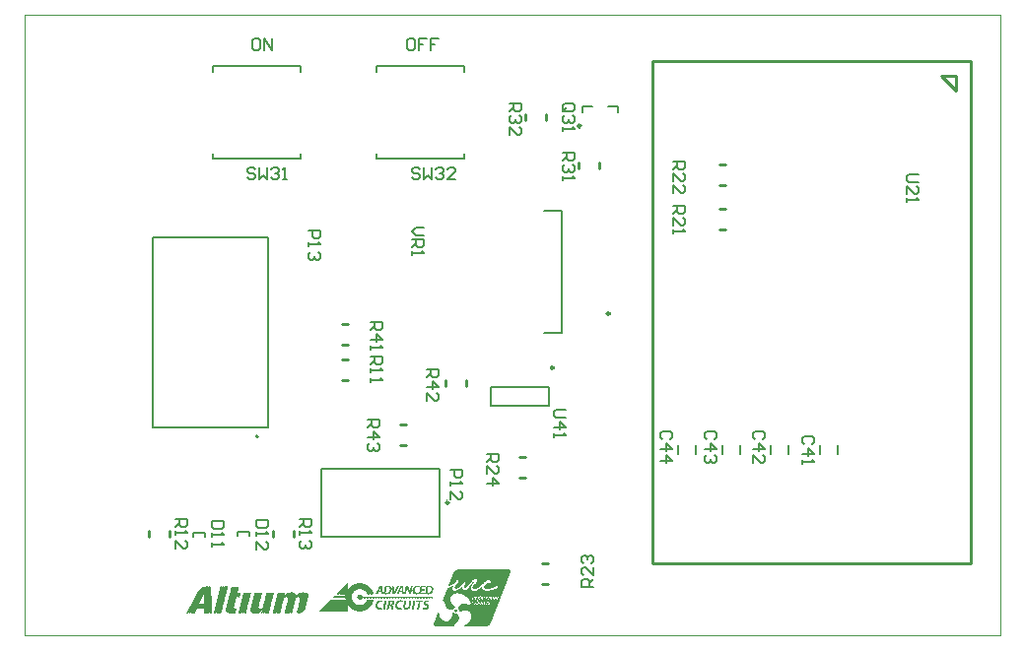
<source format=gto>
G04*
G04 #@! TF.GenerationSoftware,Altium Limited,Altium Designer,20.1.14 (287)*
G04*
G04 Layer_Color=65535*
%FSLAX24Y24*%
%MOIN*%
G70*
G04*
G04 #@! TF.SameCoordinates,F515B9C2-E365-413D-9E0A-47EE242F63FB*
G04*
G04*
G04 #@! TF.FilePolarity,Positive*
G04*
G01*
G75*
%ADD10C,0.0079*%
%ADD11C,0.0098*%
%ADD12C,0.0100*%
%ADD13C,0.0050*%
%ADD14C,0.0080*%
%ADD15C,0.0000*%
G36*
X29372Y23229D02*
X29382D01*
Y23225D01*
X29392D01*
Y23222D01*
X29399D01*
Y23219D01*
X29406D01*
Y23215D01*
X29409D01*
Y23212D01*
X29412D01*
Y23209D01*
X29416D01*
Y23205D01*
X29422D01*
Y23202D01*
Y23199D01*
X29426D01*
Y23195D01*
Y23192D01*
X29429D01*
Y23189D01*
X29432D01*
Y23185D01*
Y23182D01*
Y23179D01*
Y23175D01*
X29436D01*
Y23172D01*
X29439D01*
Y23169D01*
Y23165D01*
Y23162D01*
Y23159D01*
Y23156D01*
Y23152D01*
Y23149D01*
Y23146D01*
Y23142D01*
Y23139D01*
Y23136D01*
X29436D01*
Y23132D01*
Y23129D01*
Y23126D01*
X29432D01*
Y23122D01*
Y23119D01*
Y23116D01*
Y23112D01*
X29429D01*
Y23109D01*
X29426D01*
Y23106D01*
Y23102D01*
Y23099D01*
X29422D01*
Y23096D01*
Y23092D01*
Y23089D01*
Y23086D01*
X29419D01*
Y23082D01*
X29416D01*
Y23079D01*
Y23076D01*
Y23072D01*
X29412D01*
Y23069D01*
Y23066D01*
Y23062D01*
X29409D01*
Y23059D01*
Y23056D01*
X29406D01*
Y23052D01*
Y23049D01*
Y23046D01*
X29402D01*
Y23042D01*
Y23039D01*
X29399D01*
Y23036D01*
Y23032D01*
Y23029D01*
X29396D01*
Y23026D01*
Y23022D01*
Y23019D01*
X29392D01*
Y23016D01*
Y23012D01*
X29389D01*
Y23009D01*
Y23006D01*
Y23002D01*
X29386D01*
Y22999D01*
Y22996D01*
X29382D01*
Y22992D01*
Y22989D01*
Y22986D01*
X29379D01*
Y22982D01*
Y22979D01*
Y22976D01*
X29376D01*
Y22972D01*
X29372D01*
Y22969D01*
Y22966D01*
Y22962D01*
X29369D01*
Y22959D01*
Y22956D01*
Y22952D01*
Y22949D01*
X29366D01*
Y22946D01*
X29362D01*
Y22942D01*
Y22939D01*
Y22936D01*
X29359D01*
Y22932D01*
Y22929D01*
Y22926D01*
X29356D01*
Y22922D01*
Y22919D01*
X29352D01*
Y22916D01*
Y22912D01*
Y22909D01*
X29349D01*
Y22906D01*
Y22902D01*
Y22899D01*
X29346D01*
Y22896D01*
Y22892D01*
X29342D01*
Y22889D01*
Y22886D01*
Y22882D01*
X29339D01*
Y22879D01*
Y22876D01*
X29336D01*
Y22872D01*
Y22869D01*
Y22866D01*
X29332D01*
Y22862D01*
Y22859D01*
Y22856D01*
X29329D01*
Y22852D01*
Y22849D01*
X29326D01*
Y22846D01*
Y22842D01*
Y22839D01*
X29322D01*
Y22836D01*
Y22833D01*
Y22829D01*
X29319D01*
Y22826D01*
Y22823D01*
X29316D01*
Y22819D01*
Y22816D01*
Y22813D01*
X29312D01*
Y22809D01*
Y22806D01*
X29309D01*
Y22803D01*
Y22799D01*
X29306D01*
Y22796D01*
Y22793D01*
Y22789D01*
Y22786D01*
X29302D01*
Y22783D01*
X29299D01*
Y22779D01*
Y22776D01*
Y22773D01*
X29296D01*
Y22769D01*
Y22766D01*
Y22763D01*
X29292D01*
Y22759D01*
Y22756D01*
X29289D01*
Y22753D01*
Y22749D01*
Y22746D01*
X29286D01*
Y22743D01*
Y22739D01*
X29283D01*
Y22736D01*
Y22733D01*
Y22729D01*
X29279D01*
Y22726D01*
Y22723D01*
Y22719D01*
X29276D01*
Y22716D01*
Y22713D01*
X29273D01*
Y22709D01*
Y22706D01*
Y22703D01*
X29269D01*
Y22699D01*
Y22696D01*
Y22693D01*
X29266D01*
Y22689D01*
Y22686D01*
X29263D01*
Y22683D01*
Y22679D01*
Y22676D01*
X29259D01*
Y22673D01*
Y22669D01*
Y22666D01*
X29256D01*
Y22663D01*
Y22659D01*
X29253D01*
Y22656D01*
Y22653D01*
Y22649D01*
X29249D01*
Y22646D01*
Y22643D01*
X29246D01*
Y22639D01*
Y22636D01*
X29243D01*
Y22633D01*
Y22629D01*
Y22626D01*
Y22623D01*
X29239D01*
Y22619D01*
X29236D01*
Y22616D01*
Y22613D01*
Y22609D01*
X29233D01*
Y22606D01*
Y22603D01*
Y22599D01*
X29229D01*
Y22596D01*
Y22593D01*
X29226D01*
Y22589D01*
Y22586D01*
Y22583D01*
X29223D01*
Y22579D01*
Y22576D01*
X29219D01*
Y22573D01*
Y22569D01*
Y22566D01*
X29216D01*
Y22563D01*
Y22559D01*
Y22556D01*
X29213D01*
Y22553D01*
Y22549D01*
X29209D01*
Y22546D01*
Y22543D01*
Y22539D01*
X29206D01*
Y22536D01*
Y22533D01*
Y22529D01*
X29203D01*
Y22526D01*
Y22523D01*
X29199D01*
Y22520D01*
Y22516D01*
Y22513D01*
X29196D01*
Y22510D01*
X29193D01*
Y22506D01*
X29196D01*
Y22503D01*
X29193D01*
Y22500D01*
Y22496D01*
X29189D01*
Y22493D01*
Y22490D01*
Y22486D01*
X29186D01*
Y22483D01*
X29183D01*
Y22480D01*
Y22476D01*
Y22473D01*
X29179D01*
Y22470D01*
Y22466D01*
Y22463D01*
Y22460D01*
X29176D01*
Y22456D01*
X29173D01*
Y22453D01*
Y22450D01*
Y22446D01*
X29169D01*
Y22443D01*
Y22440D01*
Y22436D01*
X29166D01*
Y22433D01*
Y22430D01*
X29163D01*
Y22426D01*
Y22423D01*
Y22420D01*
X29159D01*
Y22416D01*
X29156D01*
Y22413D01*
X29159D01*
Y22410D01*
X29156D01*
Y22406D01*
Y22403D01*
X29153D01*
Y22400D01*
Y22396D01*
Y22393D01*
X29149D01*
Y22390D01*
X29146D01*
Y22386D01*
Y22383D01*
Y22380D01*
Y22376D01*
X29143D01*
Y22373D01*
Y22370D01*
Y22366D01*
X29139D01*
Y22363D01*
X29136D01*
Y22360D01*
Y22356D01*
Y22353D01*
Y22350D01*
X29133D01*
Y22346D01*
X29129D01*
Y22343D01*
X29133D01*
Y22340D01*
X29129D01*
Y22336D01*
X29126D01*
Y22333D01*
Y22330D01*
Y22326D01*
X29123D01*
Y22323D01*
Y22320D01*
X29119D01*
Y22316D01*
Y22313D01*
Y22310D01*
X29116D01*
Y22306D01*
Y22303D01*
Y22300D01*
X29113D01*
Y22296D01*
Y22293D01*
X29109D01*
Y22290D01*
Y22286D01*
Y22283D01*
X29106D01*
Y22280D01*
Y22276D01*
Y22273D01*
X29103D01*
Y22270D01*
Y22266D01*
X29099D01*
Y22263D01*
Y22260D01*
Y22256D01*
X29096D01*
Y22253D01*
X29093D01*
Y22250D01*
X29096D01*
Y22246D01*
X29093D01*
Y22243D01*
Y22240D01*
X29089D01*
Y22236D01*
Y22233D01*
Y22230D01*
X29086D01*
Y22226D01*
X29083D01*
Y22223D01*
Y22220D01*
Y22216D01*
X29079D01*
Y22213D01*
Y22210D01*
Y22206D01*
Y22203D01*
X29076D01*
Y22200D01*
X29073D01*
Y22197D01*
Y22193D01*
Y22190D01*
X29069D01*
Y22187D01*
Y22183D01*
Y22180D01*
X29066D01*
Y22177D01*
Y22173D01*
X29063D01*
Y22170D01*
Y22167D01*
Y22163D01*
X29059D01*
Y22160D01*
Y22157D01*
Y22153D01*
X29056D01*
Y22150D01*
Y22147D01*
X29053D01*
Y22143D01*
Y22140D01*
Y22137D01*
X29049D01*
Y22133D01*
X29046D01*
Y22130D01*
Y22127D01*
Y22123D01*
Y22120D01*
X29043D01*
Y22117D01*
Y22113D01*
Y22110D01*
X29039D01*
Y22107D01*
X29036D01*
Y22103D01*
Y22100D01*
Y22097D01*
X29033D01*
Y22093D01*
X29029D01*
Y22090D01*
Y22087D01*
X29033D01*
Y22083D01*
X29029D01*
Y22080D01*
X29026D01*
Y22077D01*
Y22073D01*
Y22070D01*
X29023D01*
Y22067D01*
Y22063D01*
Y22060D01*
X29019D01*
Y22057D01*
Y22053D01*
X29016D01*
Y22050D01*
Y22047D01*
Y22043D01*
X29013D01*
Y22040D01*
X29009D01*
Y22037D01*
Y22033D01*
Y22030D01*
Y22027D01*
X29006D01*
Y22023D01*
Y22020D01*
Y22017D01*
X29003D01*
Y22013D01*
Y22010D01*
X28999D01*
Y22007D01*
Y22003D01*
X28996D01*
Y22000D01*
Y21997D01*
X28993D01*
Y21993D01*
Y21990D01*
Y21987D01*
X28989D01*
Y21983D01*
Y21980D01*
Y21977D01*
Y21973D01*
X28986D01*
Y21970D01*
X28983D01*
Y21967D01*
Y21963D01*
Y21960D01*
X28979D01*
Y21957D01*
Y21953D01*
Y21950D01*
X28976D01*
Y21947D01*
Y21943D01*
X28973D01*
Y21940D01*
Y21937D01*
Y21933D01*
X28970D01*
Y21930D01*
Y21927D01*
Y21923D01*
X28966D01*
Y21920D01*
Y21917D01*
X28963D01*
Y21913D01*
Y21910D01*
Y21907D01*
X28960D01*
Y21903D01*
X28956D01*
Y21900D01*
Y21897D01*
Y21893D01*
Y21890D01*
X28953D01*
Y21887D01*
Y21884D01*
X28950D01*
Y21880D01*
Y21877D01*
X28946D01*
Y21874D01*
Y21870D01*
Y21867D01*
Y21864D01*
X28943D01*
Y21860D01*
Y21857D01*
Y21854D01*
X28940D01*
Y21850D01*
X28936D01*
Y21847D01*
Y21844D01*
Y21840D01*
X28933D01*
Y21837D01*
Y21834D01*
X28930D01*
Y21830D01*
Y21827D01*
Y21824D01*
X28926D01*
Y21820D01*
Y21817D01*
Y21814D01*
X28923D01*
Y21810D01*
Y21807D01*
X28920D01*
Y21804D01*
Y21800D01*
Y21797D01*
X28916D01*
Y21794D01*
Y21790D01*
Y21787D01*
X28913D01*
Y21784D01*
Y21780D01*
X28910D01*
Y21777D01*
Y21774D01*
Y21770D01*
X28906D01*
Y21767D01*
Y21764D01*
X28903D01*
Y21760D01*
Y21757D01*
Y21754D01*
X28900D01*
Y21750D01*
Y21747D01*
Y21744D01*
X28896D01*
Y21740D01*
X28893D01*
Y21737D01*
Y21734D01*
Y21730D01*
X28890D01*
Y21727D01*
Y21724D01*
Y21720D01*
Y21717D01*
X28886D01*
Y21714D01*
X28883D01*
Y21710D01*
Y21707D01*
Y21704D01*
X28880D01*
Y21700D01*
Y21697D01*
Y21694D01*
X28876D01*
Y21690D01*
Y21687D01*
X28873D01*
Y21684D01*
Y21680D01*
Y21677D01*
X28870D01*
Y21674D01*
Y21670D01*
Y21667D01*
X28866D01*
Y21664D01*
Y21660D01*
X28863D01*
Y21657D01*
Y21654D01*
Y21650D01*
X28860D01*
Y21647D01*
Y21644D01*
X28856D01*
Y21640D01*
Y21637D01*
Y21634D01*
X28853D01*
Y21630D01*
Y21627D01*
Y21624D01*
X28850D01*
Y21620D01*
X28846D01*
Y21617D01*
Y21614D01*
Y21610D01*
Y21607D01*
X28843D01*
Y21604D01*
Y21600D01*
Y21597D01*
X28840D01*
Y21594D01*
X28836D01*
Y21590D01*
Y21587D01*
Y21584D01*
X28833D01*
Y21581D01*
Y21577D01*
Y21574D01*
X28830D01*
Y21571D01*
Y21567D01*
X28826D01*
Y21564D01*
Y21561D01*
Y21557D01*
X28823D01*
Y21554D01*
Y21551D01*
X28820D01*
Y21547D01*
Y21544D01*
Y21541D01*
X28816D01*
Y21537D01*
Y21534D01*
Y21531D01*
X28813D01*
Y21527D01*
Y21524D01*
X28810D01*
Y21521D01*
Y21517D01*
Y21514D01*
X28806D01*
Y21511D01*
Y21507D01*
X28803D01*
Y21504D01*
Y21501D01*
Y21497D01*
X28800D01*
Y21494D01*
Y21491D01*
Y21487D01*
X28796D01*
Y21484D01*
Y21481D01*
X28793D01*
Y21477D01*
Y21474D01*
Y21471D01*
X28790D01*
Y21467D01*
Y21464D01*
Y21461D01*
X28786D01*
Y21457D01*
X28783D01*
Y21454D01*
Y21451D01*
Y21447D01*
Y21444D01*
X28780D01*
Y21441D01*
X28776D01*
Y21437D01*
Y21434D01*
Y21431D01*
X28773D01*
Y21427D01*
Y21424D01*
Y21421D01*
X28770D01*
Y21417D01*
Y21414D01*
Y21411D01*
X28766D01*
Y21407D01*
X28763D01*
Y21404D01*
Y21401D01*
X28760D01*
Y21397D01*
Y21394D01*
X28753D01*
Y21391D01*
Y21387D01*
Y21384D01*
X28750D01*
Y21381D01*
X28746D01*
Y21377D01*
Y21374D01*
X28743D01*
Y21371D01*
X28740D01*
Y21367D01*
X28736D01*
Y21364D01*
X28733D01*
Y21361D01*
X28730D01*
Y21357D01*
X28726D01*
Y21354D01*
X28723D01*
Y21351D01*
X28720D01*
Y21347D01*
X28716D01*
Y21344D01*
X28710D01*
Y21341D01*
X28703D01*
Y21337D01*
X28700D01*
Y21334D01*
X28696D01*
Y21331D01*
X28690D01*
Y21327D01*
X28683D01*
Y21324D01*
X28680D01*
Y21321D01*
X28670D01*
Y21317D01*
X28663D01*
Y21314D01*
X28656D01*
Y21311D01*
X28647D01*
Y21307D01*
X28633D01*
Y21304D01*
X28627D01*
Y21301D01*
X27801D01*
Y21304D01*
X27814D01*
Y21307D01*
X27821D01*
Y21311D01*
X27831D01*
Y21314D01*
X27837D01*
Y21317D01*
X27844D01*
Y21321D01*
X27854D01*
Y21324D01*
X27861D01*
Y21327D01*
X27867D01*
Y21331D01*
X27874D01*
Y21334D01*
X27881D01*
Y21337D01*
X27887D01*
Y21341D01*
X27894D01*
Y21344D01*
X27901D01*
Y21347D01*
X27904D01*
Y21351D01*
X27911D01*
Y21354D01*
X27914D01*
Y21357D01*
X27921D01*
Y21361D01*
X27927D01*
Y21364D01*
X27931D01*
Y21367D01*
X27937D01*
Y21371D01*
X27941D01*
Y21374D01*
X27944D01*
Y21377D01*
X27951D01*
Y21381D01*
X27954D01*
Y21384D01*
X27957D01*
Y21387D01*
X27964D01*
Y21391D01*
X27971D01*
Y21394D01*
X27974D01*
Y21397D01*
X27977D01*
Y21401D01*
X27981D01*
Y21404D01*
X27987D01*
Y21407D01*
X27991D01*
Y21411D01*
X27994D01*
Y21414D01*
X28001D01*
Y21417D01*
X28004D01*
Y21421D01*
X28007D01*
Y21424D01*
X28014D01*
Y21427D01*
Y21431D01*
X28017D01*
Y21434D01*
X28021D01*
Y21437D01*
X28024D01*
Y21441D01*
X28027D01*
Y21444D01*
X28031D01*
Y21447D01*
X28034D01*
Y21451D01*
X28037D01*
Y21454D01*
X28040D01*
Y21457D01*
X28044D01*
Y21461D01*
X28050D01*
Y21464D01*
Y21467D01*
X28054D01*
Y21471D01*
X28057D01*
Y21474D01*
X28060D01*
Y21477D01*
Y21481D01*
X28064D01*
Y21484D01*
X28067D01*
Y21487D01*
X28070D01*
Y21491D01*
Y21494D01*
X28074D01*
Y21497D01*
X28077D01*
Y21501D01*
Y21504D01*
X28080D01*
Y21507D01*
Y21511D01*
X28084D01*
Y21514D01*
X28087D01*
Y21517D01*
Y21521D01*
X28090D01*
Y21524D01*
Y21527D01*
X28094D01*
Y21531D01*
Y21534D01*
X28097D01*
Y21537D01*
Y21541D01*
Y21544D01*
X28100D01*
Y21547D01*
X28104D01*
Y21551D01*
Y21554D01*
Y21557D01*
Y21561D01*
X28107D01*
Y21564D01*
Y21567D01*
Y21571D01*
X28110D01*
Y21574D01*
Y21577D01*
Y21581D01*
Y21584D01*
X28114D01*
Y21587D01*
Y21590D01*
Y21594D01*
Y21597D01*
Y21600D01*
Y21604D01*
Y21607D01*
Y21610D01*
X28117D01*
Y21614D01*
Y21617D01*
Y21620D01*
Y21624D01*
Y21627D01*
Y21630D01*
Y21634D01*
Y21637D01*
Y21640D01*
Y21644D01*
Y21647D01*
Y21650D01*
Y21654D01*
Y21657D01*
Y21660D01*
Y21664D01*
Y21667D01*
X28114D01*
Y21670D01*
Y21674D01*
Y21677D01*
Y21680D01*
Y21684D01*
Y21687D01*
Y21690D01*
X28110D01*
Y21694D01*
Y21697D01*
Y21700D01*
X28107D01*
Y21704D01*
Y21707D01*
Y21710D01*
Y21714D01*
X28104D01*
Y21717D01*
Y21720D01*
Y21724D01*
Y21727D01*
X28100D01*
Y21730D01*
X28097D01*
Y21734D01*
Y21737D01*
Y21740D01*
X28094D01*
Y21744D01*
Y21747D01*
Y21750D01*
X28090D01*
Y21754D01*
X28087D01*
Y21757D01*
Y21760D01*
X28084D01*
Y21764D01*
X28080D01*
Y21767D01*
Y21770D01*
X28077D01*
Y21774D01*
X28074D01*
Y21777D01*
X28070D01*
Y21780D01*
Y21784D01*
X28067D01*
Y21787D01*
X28064D01*
Y21790D01*
X28060D01*
Y21794D01*
X28057D01*
Y21797D01*
X28054D01*
Y21800D01*
X28050D01*
Y21804D01*
X28047D01*
Y21807D01*
X28040D01*
Y21810D01*
X28037D01*
Y21814D01*
X28034D01*
Y21817D01*
X28027D01*
Y21820D01*
X28021D01*
Y21824D01*
X28014D01*
Y21827D01*
X28011D01*
Y21830D01*
X28001D01*
Y21834D01*
X27994D01*
Y21837D01*
X27984D01*
Y21840D01*
X27967D01*
Y21844D01*
X27947D01*
Y21847D01*
X27901D01*
Y21844D01*
X27874D01*
Y21840D01*
X27851D01*
Y21837D01*
X27834D01*
Y21834D01*
X27821D01*
Y21830D01*
X27811D01*
Y21827D01*
X27804D01*
Y21824D01*
X27797D01*
Y21820D01*
X27787D01*
Y21817D01*
X27781D01*
Y21814D01*
X27771D01*
Y21810D01*
X27761D01*
Y21807D01*
X27711D01*
Y21810D01*
X27698D01*
Y21814D01*
X27701D01*
Y21817D01*
Y21820D01*
Y21824D01*
X27704D01*
Y21827D01*
Y21830D01*
Y21834D01*
Y21837D01*
Y21840D01*
Y21844D01*
Y21847D01*
Y21850D01*
X27701D01*
Y21854D01*
Y21857D01*
Y21860D01*
X27698D01*
Y21864D01*
Y21867D01*
Y21870D01*
Y21874D01*
Y21877D01*
X27694D01*
Y21880D01*
X27691D01*
Y21884D01*
Y21887D01*
X27688D01*
Y21890D01*
Y21893D01*
Y21897D01*
X27681D01*
Y21900D01*
X27678D01*
Y21903D01*
Y21907D01*
X27674D01*
Y21910D01*
X27671D01*
Y21913D01*
X27664D01*
Y21917D01*
X27661D01*
Y21920D01*
Y21923D01*
X27664D01*
Y21927D01*
Y21930D01*
X27668D01*
Y21933D01*
X27671D01*
Y21937D01*
Y21940D01*
X27674D01*
Y21943D01*
Y21947D01*
X27678D01*
Y21950D01*
Y21953D01*
X27681D01*
Y21957D01*
X27684D01*
Y21960D01*
X27688D01*
Y21963D01*
Y21967D01*
Y21970D01*
X27691D01*
Y21973D01*
Y21977D01*
X27694D01*
Y21980D01*
X27698D01*
Y21983D01*
Y21987D01*
X27701D01*
Y21990D01*
Y21993D01*
X27704D01*
Y21997D01*
X27708D01*
Y22000D01*
X27711D01*
Y22003D01*
X27714D01*
Y22007D01*
Y22010D01*
X27717D01*
Y22013D01*
X27721D01*
Y22017D01*
X27724D01*
Y22020D01*
X27727D01*
Y22023D01*
X27731D01*
Y22027D01*
X27734D01*
Y22030D01*
X27737D01*
Y22033D01*
X27741D01*
Y22037D01*
X27744D01*
Y22040D01*
X27747D01*
Y22043D01*
X27751D01*
Y22047D01*
X27757D01*
Y22050D01*
X27761D01*
Y22053D01*
X27764D01*
Y22057D01*
X27771D01*
Y22060D01*
X27774D01*
Y22063D01*
X27781D01*
Y22067D01*
X27787D01*
Y22070D01*
X27794D01*
Y22073D01*
X27804D01*
Y22077D01*
X27817D01*
Y22080D01*
X27827D01*
Y22083D01*
X27867D01*
Y22080D01*
X27884D01*
Y22077D01*
X27901D01*
Y22073D01*
X27917D01*
Y22070D01*
X27927D01*
Y22067D01*
X27941D01*
Y22063D01*
X27947D01*
Y22060D01*
X27961D01*
Y22057D01*
X27977D01*
Y22053D01*
X27987D01*
Y22050D01*
X28021D01*
Y22047D01*
X28024D01*
Y22050D01*
X28027D01*
Y22047D01*
X28031D01*
Y22050D01*
X28057D01*
Y22053D01*
X28067D01*
Y22057D01*
X28074D01*
Y22060D01*
X28080D01*
Y22063D01*
X28084D01*
Y22067D01*
X28087D01*
Y22070D01*
X28090D01*
Y22073D01*
X28094D01*
Y22077D01*
Y22080D01*
Y22083D01*
Y22087D01*
X28097D01*
Y22090D01*
Y22093D01*
Y22097D01*
X28094D01*
Y22100D01*
Y22103D01*
Y22107D01*
Y22110D01*
Y22113D01*
Y22117D01*
Y22120D01*
X28090D01*
Y22123D01*
Y22127D01*
X28087D01*
Y22130D01*
Y22133D01*
Y22137D01*
X28084D01*
Y22140D01*
X28080D01*
Y22143D01*
Y22147D01*
Y22150D01*
X28077D01*
Y22153D01*
Y22157D01*
X28074D01*
Y22160D01*
X28070D01*
Y22163D01*
Y22167D01*
X28067D01*
Y22170D01*
Y22173D01*
X28064D01*
Y22177D01*
X28060D01*
Y22180D01*
Y22183D01*
X28057D01*
Y22187D01*
X28054D01*
Y22190D01*
X28050D01*
Y22193D01*
Y22197D01*
X28047D01*
Y22200D01*
Y22203D01*
X28044D01*
Y22206D01*
Y22210D01*
X28037D01*
Y22213D01*
X28034D01*
Y22216D01*
Y22220D01*
X28031D01*
Y22223D01*
X28027D01*
Y22226D01*
X28024D01*
Y22230D01*
Y22233D01*
X28017D01*
Y22236D01*
Y22240D01*
X28014D01*
Y22243D01*
X28011D01*
Y22246D01*
X28007D01*
Y22250D01*
X28004D01*
Y22253D01*
Y22256D01*
X27997D01*
Y22260D01*
X27994D01*
Y22263D01*
X27991D01*
Y22266D01*
X27987D01*
Y22270D01*
Y22273D01*
X27981D01*
Y22276D01*
X27977D01*
Y22280D01*
X27974D01*
Y22283D01*
X27971D01*
Y22286D01*
X27967D01*
Y22290D01*
X27964D01*
Y22293D01*
X27957D01*
Y22296D01*
X27954D01*
Y22300D01*
X27951D01*
Y22303D01*
Y22306D01*
X27944D01*
Y22310D01*
X27941D01*
Y22313D01*
X27934D01*
Y22316D01*
X27931D01*
Y22320D01*
X27927D01*
Y22323D01*
X27921D01*
Y22326D01*
X27917D01*
Y22330D01*
X27911D01*
Y22333D01*
X27907D01*
Y22336D01*
X27904D01*
Y22340D01*
X27897D01*
Y22343D01*
X27891D01*
Y22346D01*
X27884D01*
Y22350D01*
X27881D01*
Y22353D01*
X27874D01*
Y22356D01*
X27867D01*
Y22360D01*
X27861D01*
Y22363D01*
X27857D01*
Y22366D01*
X27847D01*
Y22370D01*
X27844D01*
Y22373D01*
X27837D01*
Y22376D01*
X27827D01*
Y22380D01*
X27824D01*
Y22383D01*
X27817D01*
Y22386D01*
X27807D01*
Y22390D01*
X27801D01*
Y22393D01*
X27791D01*
Y22396D01*
X27784D01*
Y22400D01*
X27774D01*
Y22403D01*
X27764D01*
Y22406D01*
X27757D01*
Y22410D01*
X27747D01*
Y22413D01*
X27734D01*
Y22416D01*
X27724D01*
Y22420D01*
X27708D01*
Y22423D01*
X27691D01*
Y22426D01*
X27671D01*
Y22430D01*
X27611D01*
Y22426D01*
X27598D01*
Y22423D01*
X27581D01*
Y22420D01*
X27568D01*
Y22416D01*
X27561D01*
Y22413D01*
X27551D01*
Y22410D01*
X27544D01*
Y22406D01*
X27538D01*
Y22403D01*
X27528D01*
Y22400D01*
X27524D01*
Y22396D01*
X27518D01*
Y22393D01*
X27514D01*
Y22390D01*
X27508D01*
Y22386D01*
X27501D01*
Y22383D01*
X27498D01*
Y22380D01*
X27494D01*
Y22376D01*
X27488D01*
Y22373D01*
X27484D01*
Y22370D01*
X27478D01*
Y22366D01*
X27474D01*
Y22363D01*
X27471D01*
Y22360D01*
X27468D01*
Y22356D01*
X27464D01*
Y22353D01*
X27461D01*
Y22350D01*
X27458D01*
Y22346D01*
X27454D01*
Y22343D01*
Y22340D01*
X27451D01*
Y22336D01*
X27448D01*
Y22333D01*
X27444D01*
Y22330D01*
Y22326D01*
X27441D01*
Y22323D01*
X27438D01*
Y22320D01*
X27434D01*
Y22316D01*
Y22313D01*
X27431D01*
Y22310D01*
Y22306D01*
X27428D01*
Y22303D01*
X27424D01*
Y22300D01*
Y22296D01*
Y22293D01*
X27421D01*
Y22290D01*
Y22286D01*
X27418D01*
Y22283D01*
Y22280D01*
Y22276D01*
X27414D01*
Y22273D01*
Y22270D01*
Y22266D01*
Y22263D01*
X27411D01*
Y22260D01*
Y22256D01*
Y22253D01*
X27408D01*
Y22250D01*
Y22246D01*
Y22243D01*
Y22240D01*
Y22236D01*
Y22233D01*
Y22230D01*
Y22226D01*
Y22223D01*
Y22220D01*
Y22216D01*
Y22213D01*
Y22210D01*
Y22206D01*
Y22203D01*
Y22200D01*
Y22197D01*
Y22193D01*
Y22190D01*
X27411D01*
Y22187D01*
Y22183D01*
X27414D01*
Y22180D01*
Y22177D01*
Y22173D01*
Y22170D01*
Y22167D01*
X27418D01*
Y22163D01*
Y22160D01*
X27421D01*
Y22157D01*
Y22153D01*
Y22150D01*
X27424D01*
Y22147D01*
Y22143D01*
Y22140D01*
X27428D01*
Y22137D01*
X27431D01*
Y22133D01*
Y22130D01*
X27434D01*
Y22127D01*
Y22123D01*
Y22120D01*
X27441D01*
Y22117D01*
Y22113D01*
Y22110D01*
X27444D01*
Y22107D01*
Y22103D01*
X27451D01*
Y22100D01*
Y22097D01*
X27454D01*
Y22093D01*
X27458D01*
Y22090D01*
X27461D01*
Y22087D01*
Y22083D01*
X27464D01*
Y22080D01*
X27468D01*
Y22077D01*
Y22073D01*
X27471D01*
Y22070D01*
X27474D01*
Y22067D01*
X27478D01*
Y22063D01*
X27481D01*
Y22060D01*
X27484D01*
Y22057D01*
X27488D01*
Y22053D01*
Y22050D01*
X27491D01*
Y22047D01*
X27494D01*
Y22043D01*
X27498D01*
Y22040D01*
X27504D01*
Y22037D01*
X27508D01*
Y22033D01*
X27511D01*
Y22030D01*
X27514D01*
Y22027D01*
X27521D01*
Y22023D01*
X27524D01*
Y22020D01*
X27531D01*
Y22017D01*
X27534D01*
Y22013D01*
X27538D01*
Y22010D01*
X27541D01*
Y22007D01*
X27544D01*
Y22003D01*
X27548D01*
Y22000D01*
X27551D01*
Y21997D01*
X27554D01*
Y21993D01*
X27558D01*
Y21990D01*
X27561D01*
Y21987D01*
Y21983D01*
X27564D01*
Y21980D01*
Y21977D01*
X27568D01*
Y21973D01*
Y21970D01*
X27571D01*
Y21967D01*
Y21963D01*
Y21960D01*
X27574D01*
Y21957D01*
X27578D01*
Y21953D01*
Y21950D01*
Y21947D01*
Y21943D01*
Y21940D01*
X27581D01*
Y21937D01*
X27578D01*
Y21933D01*
X27564D01*
Y21930D01*
X27558D01*
Y21927D01*
X27554D01*
Y21923D01*
X27548D01*
Y21920D01*
X27541D01*
Y21917D01*
X27538D01*
Y21913D01*
X27534D01*
Y21910D01*
X27531D01*
Y21907D01*
X27528D01*
Y21903D01*
X27524D01*
Y21900D01*
X27521D01*
Y21897D01*
Y21893D01*
X27518D01*
Y21890D01*
X27514D01*
Y21887D01*
Y21884D01*
X27511D01*
Y21880D01*
Y21877D01*
X27401D01*
Y21880D01*
X27388D01*
Y21884D01*
X27371D01*
Y21887D01*
X27355D01*
Y21890D01*
X27351D01*
Y21893D01*
X27338D01*
Y21897D01*
X27328D01*
Y21900D01*
X27325D01*
Y21903D01*
X27315D01*
Y21907D01*
X27311D01*
Y21910D01*
X27305D01*
Y21913D01*
X27301D01*
Y21917D01*
X27298D01*
Y21920D01*
X27291D01*
Y21923D01*
X27288D01*
Y21927D01*
X27285D01*
Y21930D01*
X27281D01*
Y21933D01*
X27278D01*
Y21937D01*
X27275D01*
Y21940D01*
X27271D01*
Y21943D01*
Y21947D01*
X27268D01*
Y21950D01*
X27265D01*
Y21953D01*
X27261D01*
Y21957D01*
Y21960D01*
X27258D01*
Y21963D01*
Y21967D01*
X27255D01*
Y21970D01*
Y21973D01*
Y21977D01*
X27248D01*
Y21980D01*
X27251D01*
Y21983D01*
Y21987D01*
X27248D01*
Y21990D01*
X27245D01*
Y21993D01*
Y21997D01*
Y22000D01*
X27241D01*
Y22003D01*
Y22007D01*
Y22010D01*
X27238D01*
Y22013D01*
Y22017D01*
Y22020D01*
Y22023D01*
X27235D01*
Y22027D01*
Y22030D01*
Y22033D01*
Y22037D01*
Y22040D01*
X27231D01*
Y22043D01*
Y22047D01*
X27228D01*
Y22050D01*
Y22053D01*
Y22057D01*
Y22060D01*
Y22063D01*
X27225D01*
Y22067D01*
Y22070D01*
Y22073D01*
Y22077D01*
X27221D01*
Y22080D01*
Y22083D01*
Y22087D01*
X27218D01*
Y22090D01*
Y22093D01*
Y22097D01*
X27215D01*
Y22100D01*
Y22103D01*
X27211D01*
Y22107D01*
Y22110D01*
Y22113D01*
X27208D01*
Y22117D01*
Y22120D01*
Y22123D01*
X27205D01*
Y22127D01*
X27201D01*
Y22130D01*
Y22133D01*
X27198D01*
Y22137D01*
X27195D01*
Y22140D01*
Y22143D01*
X27191D01*
Y22147D01*
Y22150D01*
X27185D01*
Y22153D01*
X27181D01*
Y22157D01*
X27178D01*
Y22160D01*
X27175D01*
Y22163D01*
X27171D01*
Y22167D01*
X27168D01*
Y22170D01*
X27161D01*
Y22173D01*
X27151D01*
Y22177D01*
X27148D01*
Y22173D01*
X27145D01*
Y22177D01*
Y22180D01*
X27148D01*
Y22183D01*
X27151D01*
Y22187D01*
X27148D01*
Y22190D01*
X27151D01*
Y22193D01*
X27155D01*
Y22197D01*
Y22200D01*
Y22203D01*
Y22206D01*
X27158D01*
Y22210D01*
X27161D01*
Y22213D01*
Y22216D01*
Y22220D01*
X27165D01*
Y22223D01*
Y22226D01*
Y22230D01*
X27168D01*
Y22233D01*
Y22236D01*
X27171D01*
Y22240D01*
Y22243D01*
Y22246D01*
X27175D01*
Y22250D01*
Y22253D01*
Y22256D01*
X27178D01*
Y22260D01*
Y22263D01*
X27181D01*
Y22266D01*
Y22270D01*
Y22273D01*
X27185D01*
Y22276D01*
X27188D01*
Y22280D01*
Y22283D01*
Y22286D01*
Y22290D01*
X27191D01*
Y22293D01*
Y22296D01*
Y22300D01*
X27195D01*
Y22303D01*
Y22306D01*
X27198D01*
Y22310D01*
Y22313D01*
Y22316D01*
X27201D01*
Y22320D01*
Y22323D01*
Y22326D01*
X27205D01*
Y22330D01*
X27208D01*
Y22333D01*
Y22336D01*
Y22340D01*
Y22343D01*
X27211D01*
Y22346D01*
X27215D01*
Y22350D01*
X27211D01*
Y22353D01*
X27215D01*
Y22356D01*
X27218D01*
Y22360D01*
Y22363D01*
Y22366D01*
X27221D01*
Y22370D01*
Y22373D01*
X27225D01*
Y22376D01*
Y22380D01*
Y22383D01*
X27228D01*
Y22386D01*
Y22390D01*
Y22393D01*
X27231D01*
Y22396D01*
Y22400D01*
X27235D01*
Y22403D01*
Y22406D01*
Y22410D01*
X27238D01*
Y22413D01*
Y22416D01*
Y22420D01*
X27241D01*
Y22423D01*
X27245D01*
Y22426D01*
Y22430D01*
Y22433D01*
Y22436D01*
X27248D01*
Y22440D01*
X27251D01*
Y22443D01*
X27248D01*
Y22446D01*
X27251D01*
Y22450D01*
X27255D01*
Y22453D01*
Y22456D01*
Y22460D01*
Y22463D01*
X27258D01*
Y22466D01*
X27261D01*
Y22470D01*
Y22473D01*
Y22476D01*
X27265D01*
Y22480D01*
Y22483D01*
Y22486D01*
X27268D01*
Y22490D01*
Y22493D01*
X27271D01*
Y22496D01*
Y22500D01*
Y22503D01*
X27275D01*
Y22506D01*
Y22510D01*
Y22513D01*
X27278D01*
Y22516D01*
Y22520D01*
X27281D01*
Y22523D01*
Y22526D01*
Y22529D01*
X27285D01*
Y22533D01*
Y22536D01*
X27288D01*
Y22539D01*
Y22543D01*
Y22546D01*
X27291D01*
Y22549D01*
Y22553D01*
Y22556D01*
X27295D01*
Y22559D01*
Y22563D01*
X27298D01*
Y22566D01*
Y22569D01*
Y22573D01*
X27301D01*
Y22576D01*
Y22579D01*
Y22583D01*
X27305D01*
Y22586D01*
X27308D01*
Y22589D01*
Y22593D01*
Y22596D01*
Y22599D01*
X27311D01*
Y22603D01*
X27315D01*
Y22606D01*
X27311D01*
Y22609D01*
X27335D01*
Y22613D01*
X27348D01*
Y22616D01*
X27355D01*
Y22619D01*
X27365D01*
Y22623D01*
X27375D01*
Y22626D01*
X27378D01*
Y22629D01*
X27388D01*
Y22633D01*
X27394D01*
Y22636D01*
X27404D01*
Y22639D01*
X27411D01*
Y22643D01*
X27418D01*
Y22646D01*
X27424D01*
Y22649D01*
X27434D01*
Y22653D01*
X27441D01*
Y22656D01*
X27451D01*
Y22659D01*
X27454D01*
Y22663D01*
X27464D01*
Y22666D01*
X27471D01*
Y22669D01*
X27478D01*
Y22673D01*
X27484D01*
Y22676D01*
X27491D01*
Y22679D01*
X27498D01*
Y22683D01*
X27504D01*
Y22686D01*
X27511D01*
Y22689D01*
X27518D01*
Y22693D01*
X27521D01*
Y22689D01*
Y22686D01*
X27518D01*
Y22683D01*
Y22679D01*
X27514D01*
Y22676D01*
Y22673D01*
X27511D01*
Y22669D01*
X27508D01*
Y22666D01*
Y22663D01*
X27504D01*
Y22659D01*
Y22656D01*
Y22653D01*
X27501D01*
Y22649D01*
X27498D01*
Y22646D01*
Y22643D01*
Y22639D01*
X27494D01*
Y22636D01*
Y22633D01*
Y22629D01*
X27491D01*
Y22626D01*
Y22623D01*
X27488D01*
Y22619D01*
Y22616D01*
Y22613D01*
X27484D01*
Y22609D01*
Y22606D01*
X27481D01*
Y22603D01*
Y22599D01*
Y22596D01*
Y22593D01*
Y22589D01*
X27478D01*
Y22586D01*
Y22583D01*
Y22579D01*
Y22576D01*
Y22573D01*
Y22569D01*
Y22566D01*
Y22563D01*
Y22559D01*
Y22556D01*
X27481D01*
Y22553D01*
Y22549D01*
X27484D01*
Y22546D01*
Y22543D01*
Y22539D01*
X27488D01*
Y22536D01*
X27491D01*
Y22533D01*
X27494D01*
Y22529D01*
X27501D01*
Y22526D01*
X27504D01*
Y22523D01*
X27511D01*
Y22520D01*
X27521D01*
Y22516D01*
X27531D01*
Y22513D01*
X27591D01*
Y22516D01*
X27601D01*
Y22520D01*
X27614D01*
Y22523D01*
X27621D01*
Y22526D01*
X27628D01*
Y22529D01*
X27638D01*
Y22533D01*
X27644D01*
Y22536D01*
X27648D01*
Y22539D01*
X27654D01*
Y22543D01*
X27661D01*
Y22546D01*
X27668D01*
Y22549D01*
X27671D01*
Y22553D01*
X27674D01*
Y22556D01*
X27681D01*
Y22559D01*
X27688D01*
Y22563D01*
X27691D01*
Y22566D01*
X27698D01*
Y22569D01*
X27701D01*
Y22573D01*
X27704D01*
Y22576D01*
X27711D01*
Y22579D01*
X27714D01*
Y22583D01*
X27721D01*
Y22586D01*
X27724D01*
Y22589D01*
X27727D01*
Y22593D01*
X27734D01*
Y22596D01*
X27737D01*
Y22599D01*
X27741D01*
Y22603D01*
X27751D01*
Y22606D01*
X27754D01*
Y22609D01*
X27757D01*
Y22613D01*
X27764D01*
Y22616D01*
X27771D01*
Y22619D01*
X27774D01*
Y22623D01*
X27777D01*
Y22626D01*
X27784D01*
Y22629D01*
X27787D01*
Y22633D01*
X27791D01*
Y22636D01*
X27797D01*
Y22639D01*
X27804D01*
Y22636D01*
Y22633D01*
Y22629D01*
X27807D01*
Y22626D01*
Y22623D01*
Y22619D01*
X27811D01*
Y22616D01*
Y22613D01*
X27814D01*
Y22609D01*
Y22606D01*
Y22603D01*
X27817D01*
Y22599D01*
X27821D01*
Y22596D01*
Y22593D01*
Y22589D01*
X27824D01*
Y22586D01*
Y22583D01*
X27831D01*
Y22579D01*
Y22576D01*
X27834D01*
Y22573D01*
Y22569D01*
X27841D01*
Y22566D01*
Y22563D01*
X27844D01*
Y22559D01*
X27847D01*
Y22556D01*
X27854D01*
Y22553D01*
X27857D01*
Y22549D01*
X27861D01*
Y22546D01*
X27867D01*
Y22543D01*
X27874D01*
Y22539D01*
X27891D01*
Y22536D01*
X27901D01*
Y22539D01*
X27904D01*
Y22536D01*
X27907D01*
Y22539D01*
X27927D01*
Y22543D01*
X27934D01*
Y22546D01*
X27941D01*
Y22549D01*
X27951D01*
Y22553D01*
X27954D01*
Y22556D01*
X27961D01*
Y22559D01*
X27967D01*
Y22563D01*
X27971D01*
Y22566D01*
X27974D01*
Y22569D01*
X27977D01*
Y22573D01*
X27981D01*
Y22576D01*
X27987D01*
Y22579D01*
Y22583D01*
X27994D01*
Y22586D01*
X27997D01*
Y22589D01*
X28001D01*
Y22593D01*
X28004D01*
Y22596D01*
Y22599D01*
X28007D01*
Y22603D01*
X28011D01*
Y22606D01*
X28014D01*
Y22609D01*
X28017D01*
Y22613D01*
X28021D01*
Y22616D01*
X28024D01*
Y22619D01*
X28027D01*
Y22623D01*
Y22626D01*
X28031D01*
Y22629D01*
X28034D01*
Y22633D01*
Y22636D01*
X28040D01*
Y22639D01*
Y22643D01*
X28044D01*
Y22646D01*
Y22649D01*
X28047D01*
Y22653D01*
X28050D01*
Y22656D01*
X28054D01*
Y22659D01*
Y22663D01*
X28060D01*
Y22666D01*
Y22669D01*
X28064D01*
Y22673D01*
X28067D01*
Y22676D01*
Y22679D01*
X28070D01*
Y22683D01*
X28074D01*
Y22686D01*
X28077D01*
Y22689D01*
X28080D01*
Y22693D01*
Y22696D01*
X28084D01*
Y22699D01*
X28087D01*
Y22703D01*
X28090D01*
Y22706D01*
Y22709D01*
X28094D01*
Y22713D01*
X28097D01*
Y22716D01*
X28100D01*
Y22719D01*
X28104D01*
Y22723D01*
X28107D01*
Y22726D01*
Y22729D01*
X28110D01*
Y22733D01*
X28114D01*
Y22736D01*
X28117D01*
Y22739D01*
X28120D01*
Y22743D01*
X28124D01*
Y22746D01*
Y22749D01*
X28127D01*
Y22753D01*
X28130D01*
Y22756D01*
Y22759D01*
X28134D01*
Y22763D01*
X28137D01*
Y22766D01*
X28140D01*
Y22769D01*
Y22773D01*
X28144D01*
Y22776D01*
X28147D01*
Y22779D01*
X28150D01*
Y22783D01*
X28154D01*
Y22786D01*
Y22789D01*
X28157D01*
Y22793D01*
X28164D01*
Y22796D01*
X28167D01*
Y22799D01*
X28170D01*
Y22803D01*
X28174D01*
Y22806D01*
X28180D01*
Y22809D01*
X28190D01*
Y22813D01*
X28197D01*
Y22809D01*
X28204D01*
Y22806D01*
X28207D01*
Y22803D01*
Y22799D01*
X28210D01*
Y22796D01*
Y22793D01*
X28207D01*
Y22789D01*
Y22786D01*
Y22783D01*
X28204D01*
Y22779D01*
X28200D01*
Y22776D01*
Y22773D01*
X28197D01*
Y22769D01*
X28194D01*
Y22766D01*
Y22763D01*
X28190D01*
Y22759D01*
X28187D01*
Y22756D01*
X28184D01*
Y22753D01*
Y22749D01*
X28180D01*
Y22746D01*
X28177D01*
Y22743D01*
X28174D01*
Y22739D01*
X28170D01*
Y22736D01*
X28167D01*
Y22733D01*
X28164D01*
Y22729D01*
X28157D01*
Y22726D01*
Y22723D01*
X28154D01*
Y22719D01*
X28150D01*
Y22716D01*
Y22713D01*
X28147D01*
Y22709D01*
X28144D01*
Y22706D01*
X28140D01*
Y22703D01*
X28137D01*
Y22699D01*
Y22696D01*
X28134D01*
Y22693D01*
Y22689D01*
X28130D01*
Y22686D01*
X28127D01*
Y22683D01*
Y22679D01*
X28124D01*
Y22676D01*
Y22673D01*
X28120D01*
Y22669D01*
X28117D01*
Y22666D01*
X28114D01*
Y22663D01*
Y22659D01*
Y22656D01*
X28110D01*
Y22653D01*
Y22649D01*
Y22646D01*
X28107D01*
Y22643D01*
Y22639D01*
X28104D01*
Y22636D01*
Y22633D01*
Y22629D01*
Y22626D01*
Y22623D01*
Y22619D01*
Y22616D01*
Y22613D01*
Y22609D01*
Y22606D01*
Y22603D01*
Y22599D01*
Y22596D01*
Y22593D01*
Y22589D01*
Y22586D01*
X28107D01*
Y22583D01*
X28110D01*
Y22579D01*
Y22576D01*
Y22573D01*
Y22569D01*
X28114D01*
Y22566D01*
Y22563D01*
X28117D01*
Y22559D01*
Y22556D01*
X28120D01*
Y22553D01*
Y22549D01*
X28127D01*
Y22546D01*
Y22543D01*
X28130D01*
Y22539D01*
X28134D01*
Y22536D01*
X28137D01*
Y22533D01*
X28140D01*
Y22529D01*
X28147D01*
Y22526D01*
X28150D01*
Y22523D01*
X28154D01*
Y22520D01*
X28160D01*
Y22516D01*
X28167D01*
Y22513D01*
X28180D01*
Y22510D01*
X28200D01*
Y22506D01*
X28207D01*
Y22510D01*
X28210D01*
Y22506D01*
X28227D01*
Y22510D01*
X28257D01*
Y22513D01*
X28274D01*
Y22516D01*
X28280D01*
Y22520D01*
X28290D01*
Y22523D01*
X28300D01*
Y22526D01*
X28307D01*
Y22529D01*
X28314D01*
Y22533D01*
X28320D01*
Y22536D01*
X28327D01*
Y22539D01*
X28334D01*
Y22543D01*
X28340D01*
Y22546D01*
X28344D01*
Y22549D01*
X28350D01*
Y22553D01*
X28353D01*
Y22556D01*
X28357D01*
Y22559D01*
X28363D01*
Y22563D01*
X28370D01*
Y22566D01*
X28373D01*
Y22569D01*
X28377D01*
Y22573D01*
X28380D01*
Y22576D01*
X28387D01*
Y22579D01*
X28390D01*
Y22583D01*
X28393D01*
Y22586D01*
X28397D01*
Y22589D01*
X28400D01*
Y22593D01*
X28407D01*
Y22596D01*
X28410D01*
Y22599D01*
X28417D01*
Y22603D01*
X28420D01*
Y22606D01*
X28423D01*
Y22609D01*
X28427D01*
Y22613D01*
X28430D01*
Y22616D01*
X28433D01*
Y22619D01*
X28437D01*
Y22623D01*
X28443D01*
Y22626D01*
X28447D01*
Y22629D01*
X28453D01*
Y22633D01*
X28457D01*
Y22636D01*
X28460D01*
Y22639D01*
X28463D01*
Y22636D01*
Y22633D01*
Y22629D01*
Y22626D01*
X28467D01*
Y22623D01*
Y22619D01*
X28470D01*
Y22616D01*
Y22613D01*
X28473D01*
Y22609D01*
X28477D01*
Y22606D01*
Y22603D01*
X28480D01*
Y22599D01*
X28483D01*
Y22596D01*
Y22593D01*
X28490D01*
Y22589D01*
Y22586D01*
X28493D01*
Y22583D01*
Y22579D01*
X28500D01*
Y22576D01*
X28503D01*
Y22573D01*
X28507D01*
Y22569D01*
Y22566D01*
X28513D01*
Y22563D01*
X28517D01*
Y22559D01*
X28520D01*
Y22556D01*
X28527D01*
Y22553D01*
X28530D01*
Y22549D01*
X28533D01*
Y22546D01*
X28540D01*
Y22543D01*
X28547D01*
Y22539D01*
X28550D01*
Y22536D01*
X28557D01*
Y22533D01*
X28563D01*
Y22529D01*
X28570D01*
Y22526D01*
X28580D01*
Y22523D01*
X28590D01*
Y22520D01*
X28610D01*
Y22516D01*
X28627D01*
Y22513D01*
X28630D01*
Y22516D01*
X28633D01*
Y22513D01*
X28686D01*
Y22516D01*
X28710D01*
Y22520D01*
X28736D01*
Y22523D01*
X28756D01*
Y22526D01*
X28770D01*
Y22529D01*
X28783D01*
Y22533D01*
X28796D01*
Y22536D01*
X28810D01*
Y22539D01*
X28823D01*
Y22543D01*
X28830D01*
Y22546D01*
X28843D01*
Y22549D01*
X28856D01*
Y22553D01*
X28860D01*
Y22556D01*
X28873D01*
Y22559D01*
X28883D01*
Y22563D01*
X28896D01*
Y22566D01*
X28910D01*
Y22569D01*
X28916D01*
Y22573D01*
X28926D01*
Y22576D01*
X28940D01*
Y22579D01*
X28946D01*
Y22583D01*
X28953D01*
Y22586D01*
X28960D01*
Y22589D01*
X28966D01*
Y22593D01*
X28970D01*
Y22596D01*
X28973D01*
Y22599D01*
X28976D01*
Y22603D01*
X28983D01*
Y22606D01*
X28986D01*
Y22609D01*
Y22613D01*
X28989D01*
Y22616D01*
X28993D01*
Y22619D01*
X28996D01*
Y22623D01*
Y22626D01*
X28999D01*
Y22629D01*
Y22633D01*
Y22636D01*
X29003D01*
Y22639D01*
Y22643D01*
Y22646D01*
Y22649D01*
Y22653D01*
Y22656D01*
X28999D01*
Y22659D01*
Y22663D01*
X28996D01*
Y22666D01*
X28989D01*
Y22669D01*
X28963D01*
Y22666D01*
X28956D01*
Y22663D01*
X28950D01*
Y22659D01*
X28943D01*
Y22656D01*
X28936D01*
Y22653D01*
X28930D01*
Y22649D01*
X28923D01*
Y22646D01*
X28916D01*
Y22643D01*
X28906D01*
Y22639D01*
X28900D01*
Y22636D01*
X28890D01*
Y22633D01*
X28886D01*
Y22629D01*
X28876D01*
Y22626D01*
X28870D01*
Y22623D01*
X28860D01*
Y22619D01*
X28853D01*
Y22616D01*
X28843D01*
Y22613D01*
X28833D01*
Y22609D01*
X28823D01*
Y22606D01*
X28816D01*
Y22603D01*
X28803D01*
Y22599D01*
X28793D01*
Y22596D01*
X28783D01*
Y22593D01*
X28773D01*
Y22589D01*
X28763D01*
Y22586D01*
X28746D01*
Y22583D01*
X28730D01*
Y22579D01*
X28716D01*
Y22576D01*
X28686D01*
Y22573D01*
X28680D01*
Y22576D01*
X28676D01*
Y22573D01*
X28640D01*
Y22576D01*
X28613D01*
Y22579D01*
X28600D01*
Y22583D01*
X28587D01*
Y22586D01*
X28577D01*
Y22589D01*
X28570D01*
Y22593D01*
X28563D01*
Y22596D01*
X28560D01*
Y22599D01*
X28557D01*
Y22603D01*
X28553D01*
Y22606D01*
X28550D01*
Y22609D01*
X28547D01*
Y22613D01*
Y22616D01*
Y22619D01*
X28543D01*
Y22623D01*
X28540D01*
Y22626D01*
Y22629D01*
Y22633D01*
Y22636D01*
Y22639D01*
Y22643D01*
Y22646D01*
X28543D01*
Y22649D01*
Y22653D01*
X28547D01*
Y22656D01*
Y22659D01*
Y22663D01*
Y22666D01*
X28550D01*
Y22669D01*
Y22673D01*
X28553D01*
Y22676D01*
X28557D01*
Y22679D01*
Y22683D01*
Y22686D01*
X28563D01*
Y22689D01*
Y22693D01*
X28567D01*
Y22696D01*
Y22699D01*
X28570D01*
Y22703D01*
X28577D01*
Y22706D01*
Y22709D01*
X28580D01*
Y22713D01*
X28583D01*
Y22716D01*
X28587D01*
Y22719D01*
X28590D01*
Y22723D01*
X28593D01*
Y22726D01*
X28597D01*
Y22729D01*
X28600D01*
Y22733D01*
X28603D01*
Y22736D01*
X28607D01*
Y22739D01*
X28613D01*
Y22743D01*
X28617D01*
Y22746D01*
X28620D01*
Y22749D01*
X28627D01*
Y22753D01*
X28633D01*
Y22756D01*
X28637D01*
Y22759D01*
X28643D01*
Y22763D01*
X28650D01*
Y22766D01*
X28653D01*
Y22769D01*
X28660D01*
Y22773D01*
X28670D01*
Y22776D01*
X28676D01*
Y22779D01*
X28686D01*
Y22783D01*
X28700D01*
Y22786D01*
X28750D01*
Y22783D01*
X28770D01*
Y22786D01*
X28783D01*
Y22789D01*
X28786D01*
Y22793D01*
X28790D01*
Y22796D01*
X28793D01*
Y22799D01*
Y22803D01*
Y22806D01*
Y22809D01*
Y22813D01*
X28790D01*
Y22816D01*
Y22819D01*
X28786D01*
Y22823D01*
Y22826D01*
Y22829D01*
X28783D01*
Y22833D01*
X28780D01*
Y22836D01*
X28776D01*
Y22839D01*
X28773D01*
Y22842D01*
X28770D01*
Y22846D01*
X28766D01*
Y22849D01*
X28763D01*
Y22852D01*
X28760D01*
Y22856D01*
X28753D01*
Y22859D01*
X28750D01*
Y22862D01*
X28746D01*
Y22866D01*
X28740D01*
Y22869D01*
X28733D01*
Y22872D01*
X28716D01*
Y22876D01*
X28696D01*
Y22872D01*
X28680D01*
Y22869D01*
X28670D01*
Y22866D01*
X28660D01*
Y22862D01*
X28653D01*
Y22859D01*
X28650D01*
Y22856D01*
X28640D01*
Y22852D01*
X28637D01*
Y22849D01*
X28630D01*
Y22846D01*
X28627D01*
Y22842D01*
X28620D01*
Y22839D01*
X28617D01*
Y22836D01*
X28610D01*
Y22833D01*
X28607D01*
Y22829D01*
X28603D01*
Y22826D01*
X28600D01*
Y22823D01*
X28597D01*
Y22819D01*
X28590D01*
Y22816D01*
X28587D01*
Y22813D01*
X28583D01*
Y22809D01*
X28580D01*
Y22806D01*
X28573D01*
Y22803D01*
X28570D01*
Y22799D01*
X28567D01*
Y22796D01*
X28563D01*
Y22793D01*
X28557D01*
Y22789D01*
Y22786D01*
X28553D01*
Y22783D01*
X28550D01*
Y22779D01*
X28547D01*
Y22776D01*
X28543D01*
Y22773D01*
X28540D01*
Y22769D01*
X28537D01*
Y22766D01*
X28533D01*
Y22763D01*
X28530D01*
Y22759D01*
X28527D01*
Y22756D01*
X28523D01*
Y22753D01*
X28520D01*
Y22749D01*
X28517D01*
Y22746D01*
X28513D01*
Y22743D01*
X28510D01*
Y22739D01*
X28507D01*
Y22736D01*
X28503D01*
Y22733D01*
X28500D01*
Y22729D01*
X28497D01*
Y22726D01*
X28490D01*
Y22723D01*
X28487D01*
Y22719D01*
X28483D01*
Y22716D01*
X28480D01*
Y22713D01*
X28477D01*
Y22709D01*
X28473D01*
Y22706D01*
X28470D01*
Y22703D01*
X28467D01*
Y22699D01*
X28463D01*
Y22696D01*
X28460D01*
Y22693D01*
X28453D01*
Y22689D01*
X28450D01*
Y22686D01*
X28447D01*
Y22683D01*
X28443D01*
Y22679D01*
X28440D01*
Y22676D01*
X28433D01*
Y22673D01*
X28430D01*
Y22669D01*
X28427D01*
Y22666D01*
X28423D01*
Y22663D01*
X28420D01*
Y22659D01*
X28413D01*
Y22656D01*
X28410D01*
Y22653D01*
X28407D01*
Y22649D01*
X28400D01*
Y22646D01*
X28397D01*
Y22643D01*
X28393D01*
Y22639D01*
X28390D01*
Y22636D01*
X28383D01*
Y22633D01*
X28380D01*
Y22629D01*
X28377D01*
Y22626D01*
X28370D01*
Y22623D01*
X28363D01*
Y22619D01*
X28360D01*
Y22616D01*
X28357D01*
Y22613D01*
X28350D01*
Y22609D01*
X28347D01*
Y22606D01*
X28340D01*
Y22603D01*
X28334D01*
Y22599D01*
X28327D01*
Y22596D01*
X28324D01*
Y22593D01*
X28317D01*
Y22589D01*
X28310D01*
Y22586D01*
X28304D01*
Y22583D01*
X28297D01*
Y22579D01*
X28290D01*
Y22576D01*
X28280D01*
Y22573D01*
X28270D01*
Y22569D01*
X28257D01*
Y22566D01*
X28207D01*
Y22569D01*
X28197D01*
Y22573D01*
X28194D01*
Y22576D01*
X28187D01*
Y22579D01*
X28184D01*
Y22583D01*
X28180D01*
Y22586D01*
X28177D01*
Y22589D01*
X28174D01*
Y22593D01*
X28170D01*
Y22596D01*
X28167D01*
Y22599D01*
X28164D01*
Y22603D01*
Y22606D01*
Y22609D01*
X28160D01*
Y22613D01*
Y22616D01*
X28157D01*
Y22619D01*
Y22623D01*
Y22626D01*
Y22629D01*
Y22633D01*
Y22636D01*
Y22639D01*
Y22643D01*
Y22646D01*
Y22649D01*
X28160D01*
Y22653D01*
Y22656D01*
Y22659D01*
X28164D01*
Y22663D01*
X28167D01*
Y22666D01*
Y22669D01*
X28170D01*
Y22673D01*
Y22676D01*
X28174D01*
Y22679D01*
X28177D01*
Y22683D01*
X28180D01*
Y22686D01*
Y22689D01*
X28184D01*
Y22693D01*
X28187D01*
Y22696D01*
X28190D01*
Y22699D01*
X28194D01*
Y22703D01*
X28197D01*
Y22706D01*
X28200D01*
Y22709D01*
X28204D01*
Y22713D01*
X28207D01*
Y22716D01*
X28214D01*
Y22719D01*
X28217D01*
Y22723D01*
X28220D01*
Y22726D01*
X28224D01*
Y22729D01*
X28227D01*
Y22733D01*
X28230D01*
Y22736D01*
X28237D01*
Y22739D01*
X28240D01*
Y22743D01*
X28244D01*
Y22746D01*
X28247D01*
Y22749D01*
X28254D01*
Y22753D01*
X28257D01*
Y22756D01*
X28260D01*
Y22759D01*
X28264D01*
Y22763D01*
X28270D01*
Y22766D01*
X28274D01*
Y22769D01*
X28277D01*
Y22773D01*
X28280D01*
Y22776D01*
X28284D01*
Y22779D01*
Y22783D01*
X28287D01*
Y22786D01*
X28290D01*
Y22789D01*
Y22793D01*
X28297D01*
Y22796D01*
Y22799D01*
X28300D01*
Y22803D01*
Y22806D01*
X28304D01*
Y22809D01*
X28307D01*
Y22813D01*
Y22816D01*
Y22819D01*
X28310D01*
Y22823D01*
X28314D01*
Y22826D01*
Y22829D01*
Y22833D01*
X28317D01*
Y22836D01*
Y22839D01*
X28320D01*
Y22842D01*
Y22846D01*
Y22849D01*
Y22852D01*
Y22856D01*
Y22859D01*
Y22862D01*
Y22866D01*
Y22869D01*
Y22872D01*
Y22876D01*
Y22879D01*
Y22882D01*
X28317D01*
Y22886D01*
X28314D01*
Y22889D01*
X28310D01*
Y22892D01*
X28307D01*
Y22896D01*
X28304D01*
Y22899D01*
X28300D01*
Y22902D01*
X28287D01*
Y22906D01*
X28277D01*
Y22909D01*
X28274D01*
Y22906D01*
X28267D01*
Y22909D01*
X28260D01*
Y22906D01*
X28240D01*
Y22902D01*
X28227D01*
Y22899D01*
X28217D01*
Y22896D01*
X28210D01*
Y22892D01*
X28197D01*
Y22889D01*
X28194D01*
Y22886D01*
X28184D01*
Y22882D01*
Y22879D01*
X28177D01*
Y22876D01*
X28170D01*
Y22872D01*
X28167D01*
Y22869D01*
Y22866D01*
X28164D01*
Y22862D01*
X28157D01*
Y22859D01*
Y22856D01*
X28154D01*
Y22852D01*
X28150D01*
Y22849D01*
Y22846D01*
X28147D01*
Y22842D01*
X28144D01*
Y22839D01*
X28140D01*
Y22836D01*
Y22833D01*
X28137D01*
Y22829D01*
X28134D01*
Y22826D01*
X28130D01*
Y22823D01*
X28127D01*
Y22819D01*
X28124D01*
Y22816D01*
X28120D01*
Y22813D01*
Y22809D01*
X28117D01*
Y22806D01*
X28114D01*
Y22803D01*
X28110D01*
Y22799D01*
Y22796D01*
X28104D01*
Y22793D01*
Y22789D01*
X28100D01*
Y22786D01*
X28097D01*
Y22783D01*
X28094D01*
Y22779D01*
X28090D01*
Y22776D01*
X28087D01*
Y22773D01*
Y22769D01*
X28084D01*
Y22766D01*
X28080D01*
Y22763D01*
X28074D01*
Y22759D01*
Y22756D01*
X28070D01*
Y22753D01*
X28067D01*
Y22749D01*
X28064D01*
Y22746D01*
X28060D01*
Y22743D01*
X28057D01*
Y22739D01*
Y22736D01*
X28054D01*
Y22733D01*
X28050D01*
Y22729D01*
X28047D01*
Y22726D01*
X28044D01*
Y22723D01*
X28040D01*
Y22719D01*
X28037D01*
Y22716D01*
Y22713D01*
X28034D01*
Y22709D01*
X28031D01*
Y22706D01*
X28027D01*
Y22703D01*
X28024D01*
Y22699D01*
X28021D01*
Y22696D01*
X28017D01*
Y22693D01*
X28014D01*
Y22689D01*
X28011D01*
Y22686D01*
X28004D01*
Y22683D01*
Y22679D01*
X28001D01*
Y22676D01*
X27997D01*
Y22673D01*
X27994D01*
Y22669D01*
X27991D01*
Y22666D01*
X27987D01*
Y22663D01*
X27984D01*
Y22659D01*
X27981D01*
Y22656D01*
X27974D01*
Y22653D01*
X27971D01*
Y22649D01*
X27967D01*
Y22646D01*
X27964D01*
Y22643D01*
X27957D01*
Y22639D01*
X27954D01*
Y22636D01*
X27951D01*
Y22633D01*
X27947D01*
Y22629D01*
X27944D01*
Y22626D01*
X27941D01*
Y22623D01*
X27934D01*
Y22619D01*
X27931D01*
Y22616D01*
X27924D01*
Y22613D01*
X27917D01*
Y22609D01*
X27904D01*
Y22606D01*
X27884D01*
Y22609D01*
X27871D01*
Y22613D01*
X27867D01*
Y22616D01*
X27864D01*
Y22619D01*
Y22623D01*
X27861D01*
Y22626D01*
Y22629D01*
Y22633D01*
Y22636D01*
X27864D01*
Y22639D01*
Y22643D01*
X27867D01*
Y22646D01*
Y22649D01*
Y22653D01*
X27871D01*
Y22656D01*
Y22659D01*
Y22663D01*
X27874D01*
Y22666D01*
X27877D01*
Y22669D01*
Y22673D01*
X27881D01*
Y22676D01*
Y22679D01*
X27884D01*
Y22683D01*
Y22686D01*
X27887D01*
Y22689D01*
X27891D01*
Y22693D01*
Y22696D01*
X27894D01*
Y22699D01*
X27897D01*
Y22703D01*
Y22706D01*
X27901D01*
Y22709D01*
X27904D01*
Y22713D01*
Y22716D01*
X27907D01*
Y22719D01*
Y22723D01*
Y22726D01*
X27911D01*
Y22729D01*
X27914D01*
Y22733D01*
Y22736D01*
Y22739D01*
X27917D01*
Y22743D01*
Y22746D01*
X27921D01*
Y22749D01*
Y22753D01*
Y22756D01*
Y22759D01*
X27924D01*
Y22763D01*
Y22766D01*
Y22769D01*
Y22773D01*
Y22776D01*
Y22779D01*
X27921D01*
Y22783D01*
X27917D01*
Y22786D01*
Y22789D01*
Y22793D01*
X27914D01*
Y22796D01*
X27907D01*
Y22799D01*
X27894D01*
Y22803D01*
X27887D01*
Y22799D01*
X27877D01*
Y22796D01*
X27871D01*
Y22793D01*
X27864D01*
Y22789D01*
X27861D01*
Y22786D01*
X27857D01*
Y22783D01*
Y22779D01*
X27851D01*
Y22776D01*
Y22773D01*
X27847D01*
Y22769D01*
Y22766D01*
X27841D01*
Y22763D01*
Y22759D01*
X27837D01*
Y22756D01*
X27834D01*
Y22753D01*
X27831D01*
Y22749D01*
X27827D01*
Y22746D01*
X27824D01*
Y22743D01*
Y22739D01*
X27821D01*
Y22736D01*
X27817D01*
Y22733D01*
X27814D01*
Y22729D01*
X27811D01*
Y22726D01*
X27807D01*
Y22723D01*
X27804D01*
Y22719D01*
Y22716D01*
X27801D01*
Y22713D01*
X27794D01*
Y22709D01*
Y22706D01*
X27787D01*
Y22703D01*
Y22699D01*
X27784D01*
Y22696D01*
X27777D01*
Y22693D01*
X27774D01*
Y22689D01*
Y22686D01*
X27767D01*
Y22683D01*
Y22679D01*
X27761D01*
Y22676D01*
X27757D01*
Y22673D01*
Y22669D01*
X27751D01*
Y22666D01*
X27747D01*
Y22663D01*
Y22659D01*
X27741D01*
Y22656D01*
X27737D01*
Y22653D01*
X27734D01*
Y22649D01*
X27731D01*
Y22646D01*
X27727D01*
Y22643D01*
X27721D01*
Y22639D01*
X27717D01*
Y22636D01*
X27714D01*
Y22633D01*
X27711D01*
Y22629D01*
X27708D01*
Y22626D01*
X27704D01*
Y22623D01*
X27698D01*
Y22619D01*
X27691D01*
Y22616D01*
X27688D01*
Y22613D01*
X27684D01*
Y22609D01*
X27678D01*
Y22606D01*
X27674D01*
Y22603D01*
X27664D01*
Y22599D01*
X27658D01*
Y22596D01*
X27654D01*
Y22593D01*
X27644D01*
Y22589D01*
X27638D01*
Y22586D01*
X27621D01*
Y22583D01*
X27591D01*
Y22586D01*
X27581D01*
Y22589D01*
X27578D01*
Y22593D01*
X27574D01*
Y22596D01*
X27571D01*
Y22599D01*
X27568D01*
Y22603D01*
X27564D01*
Y22606D01*
X27561D01*
Y22609D01*
X27558D01*
Y22613D01*
Y22616D01*
X27554D01*
Y22619D01*
Y22623D01*
Y22626D01*
Y22629D01*
Y22633D01*
Y22636D01*
Y22639D01*
Y22643D01*
Y22646D01*
Y22649D01*
X27558D01*
Y22653D01*
Y22656D01*
X27561D01*
Y22659D01*
Y22663D01*
X27564D01*
Y22666D01*
X27568D01*
Y22669D01*
Y22673D01*
X27571D01*
Y22676D01*
Y22679D01*
X27574D01*
Y22683D01*
X27578D01*
Y22686D01*
X27584D01*
Y22689D01*
Y22693D01*
X27588D01*
Y22696D01*
X27591D01*
Y22699D01*
X27594D01*
Y22703D01*
X27598D01*
Y22706D01*
X27601D01*
Y22709D01*
X27604D01*
Y22713D01*
X27608D01*
Y22716D01*
X27611D01*
Y22719D01*
X27614D01*
Y22723D01*
X27618D01*
Y22726D01*
X27621D01*
Y22729D01*
X27624D01*
Y22733D01*
X27628D01*
Y22736D01*
X27631D01*
Y22739D01*
X27634D01*
Y22743D01*
X27638D01*
Y22746D01*
X27641D01*
Y22749D01*
X27644D01*
Y22753D01*
X27648D01*
Y22756D01*
X27651D01*
Y22759D01*
X27654D01*
Y22763D01*
X27658D01*
Y22766D01*
Y22769D01*
X27661D01*
Y22773D01*
X27664D01*
Y22776D01*
X27668D01*
Y22779D01*
Y22783D01*
X27671D01*
Y22786D01*
X27674D01*
Y22789D01*
Y22793D01*
Y22796D01*
X27678D01*
Y22799D01*
X27681D01*
Y22803D01*
Y22806D01*
Y22809D01*
Y22813D01*
Y22816D01*
Y22819D01*
Y22823D01*
Y22826D01*
Y22829D01*
Y22833D01*
X27678D01*
Y22836D01*
Y22839D01*
X27674D01*
Y22842D01*
Y22846D01*
X27671D01*
Y22849D01*
X27668D01*
Y22852D01*
X27664D01*
Y22856D01*
Y22859D01*
X27661D01*
Y22862D01*
Y22866D01*
X27654D01*
Y22869D01*
X27651D01*
Y22872D01*
X27644D01*
Y22876D01*
X27631D01*
Y22872D01*
X27628D01*
Y22869D01*
X27624D01*
Y22866D01*
X27621D01*
Y22862D01*
Y22859D01*
X27618D01*
Y22856D01*
X27614D01*
Y22852D01*
Y22849D01*
Y22846D01*
X27611D01*
Y22842D01*
Y22839D01*
X27608D01*
Y22836D01*
X27604D01*
Y22833D01*
Y22829D01*
X27601D01*
Y22826D01*
X27598D01*
Y22823D01*
Y22819D01*
X27594D01*
Y22816D01*
Y22813D01*
X27591D01*
Y22809D01*
X27588D01*
Y22806D01*
X27584D01*
Y22803D01*
X27581D01*
Y22799D01*
X27578D01*
Y22796D01*
X27574D01*
Y22793D01*
X27571D01*
Y22789D01*
X27568D01*
Y22786D01*
X27564D01*
Y22783D01*
X27561D01*
Y22779D01*
X27558D01*
Y22776D01*
X27551D01*
Y22773D01*
X27548D01*
Y22769D01*
X27541D01*
Y22766D01*
X27538D01*
Y22763D01*
X27534D01*
Y22759D01*
X27528D01*
Y22756D01*
X27524D01*
Y22753D01*
X27518D01*
Y22749D01*
X27511D01*
Y22746D01*
X27508D01*
Y22743D01*
X27501D01*
Y22739D01*
X27494D01*
Y22736D01*
X27488D01*
Y22733D01*
X27484D01*
Y22729D01*
X27474D01*
Y22726D01*
X27471D01*
Y22723D01*
X27464D01*
Y22719D01*
X27454D01*
Y22716D01*
X27451D01*
Y22713D01*
X27441D01*
Y22709D01*
X27438D01*
Y22706D01*
X27431D01*
Y22703D01*
X27421D01*
Y22699D01*
X27414D01*
Y22696D01*
X27411D01*
Y22693D01*
X27401D01*
Y22689D01*
X27394D01*
Y22686D01*
X27388D01*
Y22683D01*
X27378D01*
Y22679D01*
X27371D01*
Y22676D01*
X27358D01*
Y22673D01*
X27341D01*
Y22669D01*
X27338D01*
Y22673D01*
Y22676D01*
X27341D01*
Y22679D01*
Y22683D01*
X27345D01*
Y22686D01*
Y22689D01*
Y22693D01*
X27348D01*
Y22696D01*
Y22699D01*
X27351D01*
Y22703D01*
Y22706D01*
Y22709D01*
X27355D01*
Y22713D01*
Y22716D01*
Y22719D01*
X27358D01*
Y22723D01*
Y22726D01*
X27361D01*
Y22729D01*
Y22733D01*
Y22736D01*
X27365D01*
Y22739D01*
Y22743D01*
Y22746D01*
X27368D01*
Y22749D01*
X27371D01*
Y22753D01*
Y22756D01*
Y22759D01*
X27375D01*
Y22763D01*
Y22766D01*
X27378D01*
Y22769D01*
X27375D01*
Y22773D01*
X27378D01*
Y22776D01*
X27381D01*
Y22779D01*
Y22783D01*
Y22786D01*
X27385D01*
Y22789D01*
Y22793D01*
X27388D01*
Y22796D01*
Y22799D01*
Y22803D01*
X27391D01*
Y22806D01*
Y22809D01*
Y22813D01*
X27394D01*
Y22816D01*
Y22819D01*
X27398D01*
Y22823D01*
Y22826D01*
Y22829D01*
X27401D01*
Y22833D01*
Y22836D01*
Y22839D01*
X27404D01*
Y22842D01*
Y22846D01*
X27408D01*
Y22849D01*
Y22852D01*
Y22856D01*
X27411D01*
Y22859D01*
Y22862D01*
X27414D01*
Y22866D01*
Y22869D01*
Y22872D01*
X27418D01*
Y22876D01*
Y22879D01*
Y22882D01*
X27421D01*
Y22886D01*
Y22889D01*
X27424D01*
Y22892D01*
Y22896D01*
Y22899D01*
X27428D01*
Y22902D01*
Y22906D01*
Y22909D01*
X27431D01*
Y22912D01*
X27434D01*
Y22916D01*
Y22919D01*
Y22922D01*
Y22926D01*
X27438D01*
Y22929D01*
X27441D01*
Y22932D01*
Y22936D01*
Y22939D01*
X27444D01*
Y22942D01*
Y22946D01*
Y22949D01*
X27448D01*
Y22952D01*
Y22956D01*
X27451D01*
Y22959D01*
Y22962D01*
Y22966D01*
X27454D01*
Y22969D01*
Y22972D01*
Y22976D01*
X27458D01*
Y22979D01*
Y22982D01*
X27461D01*
Y22986D01*
Y22989D01*
Y22992D01*
X27464D01*
Y22996D01*
Y22999D01*
Y23002D01*
X27468D01*
Y23006D01*
Y23009D01*
X27471D01*
Y23012D01*
Y23016D01*
Y23019D01*
X27474D01*
Y23022D01*
Y23026D01*
Y23029D01*
X27478D01*
Y23032D01*
X27481D01*
Y23036D01*
Y23039D01*
Y23042D01*
Y23046D01*
X27484D01*
Y23049D01*
X27488D01*
Y23052D01*
Y23056D01*
Y23059D01*
Y23062D01*
X27491D01*
Y23066D01*
Y23069D01*
X27494D01*
Y23072D01*
Y23076D01*
X27498D01*
Y23079D01*
Y23082D01*
Y23086D01*
X27501D01*
Y23089D01*
Y23092D01*
X27504D01*
Y23096D01*
Y23099D01*
Y23102D01*
X27508D01*
Y23106D01*
Y23109D01*
Y23112D01*
X27511D01*
Y23116D01*
Y23119D01*
X27514D01*
Y23122D01*
Y23126D01*
X27518D01*
Y23129D01*
Y23132D01*
X27521D01*
Y23136D01*
X27524D01*
Y23139D01*
X27528D01*
Y23142D01*
Y23146D01*
X27531D01*
Y23149D01*
X27534D01*
Y23152D01*
Y23156D01*
X27538D01*
Y23159D01*
X27541D01*
Y23162D01*
X27544D01*
Y23165D01*
Y23169D01*
X27548D01*
Y23172D01*
X27551D01*
Y23175D01*
X27558D01*
Y23179D01*
X27561D01*
Y23182D01*
X27564D01*
Y23185D01*
X27568D01*
Y23189D01*
X27574D01*
Y23192D01*
X27578D01*
Y23195D01*
X27581D01*
Y23199D01*
X27588D01*
Y23202D01*
X27591D01*
Y23205D01*
X27598D01*
Y23209D01*
X27604D01*
Y23212D01*
X27611D01*
Y23215D01*
X27618D01*
Y23219D01*
X27624D01*
Y23222D01*
X27634D01*
Y23225D01*
X27648D01*
Y23229D01*
X27664D01*
Y23232D01*
X29372D01*
Y23229D01*
D02*
G37*
G36*
X26331Y22687D02*
X26356D01*
Y22682D01*
X26361D01*
Y22687D01*
X26366D01*
Y22682D01*
X26371D01*
Y22677D01*
X26376D01*
Y22672D01*
X26371D01*
Y22667D01*
X26366D01*
Y22662D01*
X26361D01*
Y22657D01*
X26366D01*
Y22652D01*
X26361D01*
Y22648D01*
Y22643D01*
Y22638D01*
X26356D01*
Y22633D01*
X26351D01*
Y22628D01*
X26346D01*
Y22633D01*
X26331D01*
Y22638D01*
X26326D01*
Y22633D01*
X26321D01*
Y22638D01*
X26316D01*
Y22633D01*
X26311D01*
Y22638D01*
X26296D01*
Y22643D01*
X26291D01*
Y22638D01*
X26296D01*
Y22633D01*
X26291D01*
Y22638D01*
X26286D01*
Y22633D01*
X26281D01*
Y22638D01*
X26276D01*
Y22633D01*
X26262D01*
Y22628D01*
X26247D01*
Y22623D01*
X26242D01*
Y22618D01*
X26237D01*
Y22613D01*
X26232D01*
Y22608D01*
X26227D01*
Y22603D01*
X26222D01*
Y22598D01*
X26217D01*
Y22593D01*
X26212D01*
Y22588D01*
Y22583D01*
X26207D01*
Y22578D01*
Y22573D01*
X26202D01*
Y22568D01*
Y22563D01*
Y22558D01*
X26197D01*
Y22553D01*
Y22548D01*
Y22543D01*
X26192D01*
Y22538D01*
X26197D01*
Y22533D01*
X26192D01*
Y22528D01*
X26197D01*
Y22523D01*
X26192D01*
Y22518D01*
X26197D01*
Y22513D01*
X26192D01*
Y22508D01*
X26197D01*
Y22503D01*
X26192D01*
Y22498D01*
X26197D01*
Y22493D01*
X26202D01*
Y22488D01*
X26197D01*
Y22483D01*
X26202D01*
Y22478D01*
X26207D01*
Y22473D01*
Y22469D01*
X26212D01*
Y22464D01*
Y22459D01*
X26227D01*
Y22454D01*
X26232D01*
Y22449D01*
X26247D01*
Y22444D01*
X26252D01*
Y22439D01*
X26257D01*
Y22444D01*
X26262D01*
Y22439D01*
X26267D01*
Y22444D01*
X26272D01*
Y22439D01*
X26276D01*
Y22444D01*
X26281D01*
Y22439D01*
X26286D01*
Y22444D01*
X26291D01*
Y22439D01*
X26296D01*
Y22444D01*
X26301D01*
Y22449D01*
X26306D01*
Y22444D01*
X26311D01*
Y22449D01*
X26326D01*
Y22444D01*
X26331D01*
Y22439D01*
X26326D01*
Y22434D01*
X26331D01*
Y22429D01*
Y22424D01*
Y22419D01*
X26336D01*
Y22414D01*
X26331D01*
Y22409D01*
X26336D01*
Y22404D01*
X26331D01*
Y22399D01*
X26326D01*
Y22394D01*
X26301D01*
Y22389D01*
X26296D01*
Y22394D01*
X26291D01*
Y22389D01*
X26286D01*
Y22394D01*
X26281D01*
Y22389D01*
X26267D01*
Y22384D01*
X26262D01*
Y22389D01*
X26227D01*
Y22394D01*
X26222D01*
Y22389D01*
X26217D01*
Y22394D01*
X26202D01*
Y22399D01*
X26197D01*
Y22404D01*
X26182D01*
Y22409D01*
X26177D01*
Y22414D01*
X26167D01*
Y22419D01*
Y22424D01*
X26157D01*
Y22429D01*
Y22434D01*
X26152D01*
Y22439D01*
X26147D01*
Y22444D01*
X26142D01*
Y22449D01*
X26137D01*
Y22454D01*
Y22459D01*
Y22464D01*
X26132D01*
Y22469D01*
Y22473D01*
Y22478D01*
X26127D01*
Y22483D01*
Y22488D01*
Y22493D01*
Y22498D01*
Y22503D01*
X26122D01*
Y22508D01*
X26127D01*
Y22513D01*
X26122D01*
Y22518D01*
X26127D01*
Y22523D01*
X26122D01*
Y22528D01*
X26127D01*
Y22533D01*
Y22538D01*
Y22543D01*
Y22548D01*
Y22553D01*
X26132D01*
Y22558D01*
X26137D01*
Y22563D01*
X26132D01*
Y22568D01*
X26137D01*
Y22573D01*
X26132D01*
Y22578D01*
X26137D01*
Y22583D01*
X26142D01*
Y22588D01*
Y22593D01*
Y22598D01*
X26147D01*
Y22603D01*
X26152D01*
Y22608D01*
Y22613D01*
Y22618D01*
X26157D01*
Y22623D01*
X26162D01*
Y22628D01*
X26167D01*
Y22633D01*
X26172D01*
Y22638D01*
X26177D01*
Y22643D01*
X26182D01*
Y22648D01*
X26187D01*
Y22652D01*
X26192D01*
Y22657D01*
X26202D01*
Y22662D01*
Y22667D01*
X26217D01*
Y22672D01*
X26222D01*
Y22677D01*
X26237D01*
Y22682D01*
X26242D01*
Y22677D01*
X26247D01*
Y22682D01*
X26252D01*
Y22687D01*
X26257D01*
Y22682D01*
X26262D01*
Y22687D01*
X26276D01*
Y22692D01*
X26281D01*
Y22687D01*
X26286D01*
Y22692D01*
X26291D01*
Y22687D01*
X26296D01*
Y22692D01*
X26301D01*
Y22687D01*
X26306D01*
Y22692D01*
X26311D01*
Y22687D01*
X26316D01*
Y22692D01*
X26321D01*
Y22687D01*
X26326D01*
Y22692D01*
X26331D01*
Y22687D01*
D02*
G37*
G36*
X26734Y22682D02*
X26739D01*
Y22677D01*
X26744D01*
Y22682D01*
X26749D01*
Y22677D01*
X26764D01*
Y22672D01*
X26769D01*
Y22667D01*
X26784D01*
Y22662D01*
X26789D01*
Y22657D01*
X26794D01*
Y22652D01*
X26799D01*
Y22648D01*
X26804D01*
Y22643D01*
X26809D01*
Y22638D01*
X26813D01*
Y22633D01*
Y22628D01*
Y22623D01*
X26818D01*
Y22618D01*
X26823D01*
Y22613D01*
X26818D01*
Y22608D01*
X26823D01*
Y22603D01*
Y22598D01*
Y22593D01*
X26828D01*
Y22588D01*
Y22583D01*
Y22578D01*
Y22573D01*
Y22568D01*
Y22563D01*
Y22558D01*
Y22553D01*
Y22548D01*
Y22543D01*
Y22538D01*
X26823D01*
Y22533D01*
Y22528D01*
Y22523D01*
X26818D01*
Y22518D01*
X26823D01*
Y22513D01*
X26818D01*
Y22508D01*
X26823D01*
Y22503D01*
X26818D01*
Y22498D01*
X26813D01*
Y22493D01*
Y22488D01*
Y22483D01*
X26809D01*
Y22478D01*
X26804D01*
Y22473D01*
X26799D01*
Y22469D01*
X26804D01*
Y22464D01*
X26799D01*
Y22459D01*
X26794D01*
Y22454D01*
X26789D01*
Y22449D01*
X26784D01*
Y22444D01*
X26779D01*
Y22439D01*
X26774D01*
Y22434D01*
X26769D01*
Y22429D01*
X26764D01*
Y22424D01*
X26759D01*
Y22419D01*
X26754D01*
Y22424D01*
X26749D01*
Y22419D01*
X26754D01*
Y22414D01*
X26749D01*
Y22419D01*
X26744D01*
Y22414D01*
X26739D01*
Y22409D01*
X26724D01*
Y22404D01*
X26709D01*
Y22399D01*
X26704D01*
Y22394D01*
X26699D01*
Y22399D01*
X26694D01*
Y22394D01*
X26659D01*
Y22389D01*
X26654D01*
Y22394D01*
X26649D01*
Y22389D01*
X26644D01*
Y22394D01*
X26639D01*
Y22389D01*
X26634D01*
Y22394D01*
X26630D01*
Y22389D01*
X26625D01*
Y22394D01*
X26620D01*
Y22389D01*
X26615D01*
Y22394D01*
X26610D01*
Y22389D01*
X26605D01*
Y22394D01*
X26600D01*
Y22389D01*
X26595D01*
Y22394D01*
X26550D01*
Y22399D01*
Y22404D01*
Y22409D01*
Y22414D01*
Y22419D01*
X26555D01*
Y22424D01*
X26550D01*
Y22429D01*
X26555D01*
Y22434D01*
Y22439D01*
Y22444D01*
X26560D01*
Y22449D01*
X26555D01*
Y22454D01*
X26560D01*
Y22459D01*
Y22464D01*
Y22469D01*
X26565D01*
Y22473D01*
X26560D01*
Y22478D01*
X26565D01*
Y22483D01*
Y22488D01*
Y22493D01*
X26570D01*
Y22498D01*
X26565D01*
Y22503D01*
X26570D01*
Y22508D01*
Y22513D01*
Y22518D01*
X26575D01*
Y22523D01*
X26570D01*
Y22528D01*
X26575D01*
Y22533D01*
X26570D01*
Y22538D01*
X26575D01*
Y22543D01*
X26580D01*
Y22548D01*
X26575D01*
Y22553D01*
X26580D01*
Y22558D01*
Y22563D01*
Y22568D01*
X26585D01*
Y22573D01*
X26580D01*
Y22578D01*
X26585D01*
Y22583D01*
X26580D01*
Y22588D01*
X26585D01*
Y22593D01*
Y22598D01*
Y22603D01*
X26590D01*
Y22608D01*
Y22613D01*
Y22618D01*
X26595D01*
Y22623D01*
X26590D01*
Y22628D01*
X26595D01*
Y22633D01*
X26590D01*
Y22638D01*
X26595D01*
Y22643D01*
Y22648D01*
Y22652D01*
X26600D01*
Y22657D01*
Y22662D01*
Y22667D01*
X26605D01*
Y22672D01*
X26600D01*
Y22677D01*
X26605D01*
Y22682D01*
X26620D01*
Y22687D01*
X26625D01*
Y22682D01*
X26630D01*
Y22687D01*
X26724D01*
Y22682D01*
X26729D01*
Y22687D01*
X26734D01*
Y22682D01*
D02*
G37*
G36*
X25332D02*
X25337D01*
Y22677D01*
X25342D01*
Y22682D01*
X25347D01*
Y22677D01*
X25362D01*
Y22672D01*
X25367D01*
Y22667D01*
X25381D01*
Y22662D01*
X25386D01*
Y22657D01*
X25391D01*
Y22652D01*
X25396D01*
Y22648D01*
X25401D01*
Y22643D01*
X25406D01*
Y22638D01*
X25411D01*
Y22633D01*
X25406D01*
Y22628D01*
X25411D01*
Y22623D01*
X25416D01*
Y22618D01*
X25421D01*
Y22613D01*
X25416D01*
Y22608D01*
X25421D01*
Y22603D01*
X25416D01*
Y22598D01*
X25421D01*
Y22593D01*
X25426D01*
Y22588D01*
X25421D01*
Y22583D01*
X25426D01*
Y22578D01*
Y22573D01*
Y22568D01*
X25421D01*
Y22563D01*
X25426D01*
Y22558D01*
Y22553D01*
Y22548D01*
X25421D01*
Y22543D01*
Y22538D01*
Y22533D01*
Y22528D01*
Y22523D01*
X25416D01*
Y22518D01*
X25421D01*
Y22513D01*
X25416D01*
Y22508D01*
Y22503D01*
Y22498D01*
X25411D01*
Y22493D01*
X25406D01*
Y22488D01*
X25411D01*
Y22483D01*
X25406D01*
Y22478D01*
X25401D01*
Y22473D01*
X25396D01*
Y22469D01*
Y22464D01*
Y22459D01*
X25391D01*
Y22454D01*
X25386D01*
Y22449D01*
X25381D01*
Y22444D01*
X25377D01*
Y22439D01*
X25372D01*
Y22434D01*
X25367D01*
Y22429D01*
X25362D01*
Y22424D01*
X25357D01*
Y22419D01*
X25342D01*
Y22414D01*
X25337D01*
Y22409D01*
X25332D01*
Y22404D01*
X25327D01*
Y22409D01*
X25322D01*
Y22404D01*
X25307D01*
Y22399D01*
X25302D01*
Y22404D01*
X25297D01*
Y22399D01*
X25302D01*
Y22394D01*
X25297D01*
Y22399D01*
X25292D01*
Y22394D01*
X25247D01*
Y22389D01*
X25242D01*
Y22394D01*
X25237D01*
Y22389D01*
X25232D01*
Y22394D01*
X25227D01*
Y22389D01*
X25222D01*
Y22394D01*
X25217D01*
Y22389D01*
X25212D01*
Y22394D01*
X25207D01*
Y22389D01*
X25202D01*
Y22394D01*
X25197D01*
Y22389D01*
X25193D01*
Y22394D01*
X25188D01*
Y22389D01*
X25183D01*
Y22394D01*
X25148D01*
Y22399D01*
X25143D01*
Y22404D01*
X25148D01*
Y22409D01*
Y22414D01*
Y22419D01*
X25153D01*
Y22424D01*
X25148D01*
Y22429D01*
X25153D01*
Y22434D01*
X25148D01*
Y22439D01*
X25153D01*
Y22444D01*
Y22449D01*
Y22454D01*
X25158D01*
Y22459D01*
Y22464D01*
Y22469D01*
X25163D01*
Y22473D01*
X25158D01*
Y22478D01*
X25163D01*
Y22483D01*
X25158D01*
Y22488D01*
X25163D01*
Y22493D01*
Y22498D01*
Y22503D01*
X25168D01*
Y22508D01*
X25163D01*
Y22513D01*
X25168D01*
Y22518D01*
Y22523D01*
Y22528D01*
X25173D01*
Y22533D01*
X25168D01*
Y22538D01*
X25173D01*
Y22543D01*
Y22548D01*
Y22553D01*
X25178D01*
Y22558D01*
X25173D01*
Y22563D01*
X25178D01*
Y22568D01*
Y22573D01*
Y22578D01*
X25183D01*
Y22583D01*
X25178D01*
Y22588D01*
X25183D01*
Y22593D01*
X25178D01*
Y22598D01*
X25183D01*
Y22603D01*
X25188D01*
Y22608D01*
X25183D01*
Y22613D01*
X25188D01*
Y22618D01*
Y22623D01*
Y22628D01*
X25193D01*
Y22633D01*
X25188D01*
Y22638D01*
X25193D01*
Y22643D01*
X25188D01*
Y22648D01*
X25193D01*
Y22652D01*
Y22657D01*
Y22662D01*
X25197D01*
Y22667D01*
Y22672D01*
Y22677D01*
X25202D01*
Y22682D01*
X25207D01*
Y22687D01*
X25212D01*
Y22682D01*
X25217D01*
Y22687D01*
X25222D01*
Y22682D01*
X25227D01*
Y22687D01*
X25322D01*
Y22682D01*
X25327D01*
Y22687D01*
X25332D01*
Y22682D01*
D02*
G37*
G36*
X19833Y22663D02*
X19838D01*
Y22657D01*
X19843D01*
Y22663D01*
X19859D01*
Y22657D01*
X19864D01*
Y22663D01*
X19880D01*
Y22657D01*
X19886D01*
Y22652D01*
X19880D01*
Y22647D01*
X19886D01*
Y22642D01*
X19880D01*
Y22636D01*
X19875D01*
Y22631D01*
Y22626D01*
Y22620D01*
Y22615D01*
Y22610D01*
X19870D01*
Y22605D01*
X19875D01*
Y22599D01*
X19870D01*
Y22594D01*
Y22589D01*
Y22583D01*
X19864D01*
Y22578D01*
X19859D01*
Y22573D01*
X19864D01*
Y22567D01*
X19859D01*
Y22562D01*
X19864D01*
Y22557D01*
X19859D01*
Y22552D01*
X19854D01*
Y22546D01*
Y22541D01*
Y22536D01*
Y22530D01*
Y22525D01*
X19849D01*
Y22520D01*
X19854D01*
Y22514D01*
X19849D01*
Y22509D01*
Y22504D01*
Y22499D01*
X19843D01*
Y22493D01*
X19838D01*
Y22488D01*
X19843D01*
Y22483D01*
X19838D01*
Y22477D01*
X19843D01*
Y22472D01*
X19838D01*
Y22467D01*
X19833D01*
Y22462D01*
Y22456D01*
Y22451D01*
Y22446D01*
Y22440D01*
X19827D01*
Y22435D01*
X19833D01*
Y22430D01*
X19827D01*
Y22424D01*
Y22419D01*
Y22414D01*
X19822D01*
Y22409D01*
X19817D01*
Y22403D01*
X19822D01*
Y22398D01*
X19817D01*
Y22393D01*
X19822D01*
Y22387D01*
X19817D01*
Y22382D01*
X19811D01*
Y22377D01*
Y22371D01*
Y22366D01*
Y22361D01*
Y22356D01*
X19806D01*
Y22350D01*
X19811D01*
Y22345D01*
X19806D01*
Y22340D01*
Y22334D01*
Y22329D01*
X19801D01*
Y22324D01*
X19796D01*
Y22318D01*
X19801D01*
Y22313D01*
X19796D01*
Y22308D01*
X19801D01*
Y22303D01*
X19796D01*
Y22297D01*
X19790D01*
Y22292D01*
Y22287D01*
Y22281D01*
Y22276D01*
Y22271D01*
X19785D01*
Y22266D01*
X19790D01*
Y22260D01*
X19785D01*
Y22255D01*
X19780D01*
Y22250D01*
X19785D01*
Y22244D01*
X19780D01*
Y22239D01*
X19774D01*
Y22234D01*
X19780D01*
Y22228D01*
X19774D01*
Y22223D01*
X19780D01*
Y22218D01*
X19774D01*
Y22213D01*
X19769D01*
Y22207D01*
Y22202D01*
Y22197D01*
Y22191D01*
Y22186D01*
X19764D01*
Y22181D01*
X19769D01*
Y22175D01*
X19764D01*
Y22170D01*
X19759D01*
Y22165D01*
Y22160D01*
Y22154D01*
X19753D01*
Y22149D01*
X19759D01*
Y22144D01*
X19753D01*
Y22138D01*
Y22133D01*
Y22128D01*
X19748D01*
Y22122D01*
Y22117D01*
Y22112D01*
Y22107D01*
Y22101D01*
X19743D01*
Y22096D01*
X19748D01*
Y22091D01*
X19743D01*
Y22085D01*
X19737D01*
Y22080D01*
X19743D01*
Y22075D01*
X19737D01*
Y22070D01*
X19732D01*
Y22064D01*
X19737D01*
Y22059D01*
X19732D01*
Y22054D01*
X19737D01*
Y22048D01*
X19732D01*
Y22043D01*
X19727D01*
Y22038D01*
Y22032D01*
Y22027D01*
X19721D01*
Y22022D01*
X19727D01*
Y22017D01*
X19721D01*
Y22011D01*
X19727D01*
Y22006D01*
X19721D01*
Y22001D01*
X19716D01*
Y21995D01*
Y21990D01*
Y21985D01*
X19711D01*
Y21979D01*
X19716D01*
Y21974D01*
X19711D01*
Y21969D01*
Y21964D01*
Y21958D01*
X19706D01*
Y21953D01*
X19700D01*
Y21948D01*
X19706D01*
Y21942D01*
Y21937D01*
Y21932D01*
X19700D01*
Y21926D01*
X19706D01*
Y21921D01*
X19700D01*
Y21916D01*
X19695D01*
Y21911D01*
Y21905D01*
Y21900D01*
X19690D01*
Y21895D01*
X19695D01*
Y21889D01*
X19690D01*
Y21884D01*
Y21879D01*
Y21874D01*
X19684D01*
Y21868D01*
Y21863D01*
Y21858D01*
X19679D01*
Y21852D01*
X19684D01*
Y21847D01*
X19679D01*
Y21842D01*
X19684D01*
Y21836D01*
X19679D01*
Y21831D01*
X19674D01*
Y21826D01*
Y21821D01*
Y21815D01*
X19668D01*
Y21810D01*
X19674D01*
Y21805D01*
X19668D01*
Y21799D01*
Y21794D01*
Y21789D01*
X19663D01*
Y21783D01*
X19658D01*
Y21778D01*
X19663D01*
Y21773D01*
X19658D01*
Y21768D01*
X19663D01*
Y21762D01*
X19658D01*
Y21757D01*
X19642D01*
Y21762D01*
X19637D01*
Y21757D01*
X19642D01*
Y21752D01*
X19637D01*
Y21757D01*
X19621D01*
Y21762D01*
X19615D01*
Y21757D01*
X19621D01*
Y21752D01*
X19615D01*
Y21757D01*
X19600D01*
Y21762D01*
X19594D01*
Y21757D01*
X19600D01*
Y21752D01*
X19594D01*
Y21757D01*
X19578D01*
Y21762D01*
X19573D01*
Y21757D01*
X19578D01*
Y21752D01*
X19573D01*
Y21757D01*
X19557D01*
Y21762D01*
X19552D01*
Y21757D01*
X19557D01*
Y21752D01*
X19552D01*
Y21757D01*
X19536D01*
Y21762D01*
X19531D01*
Y21757D01*
X19536D01*
Y21752D01*
X19531D01*
Y21757D01*
X19515D01*
Y21762D01*
X19510D01*
Y21757D01*
X19515D01*
Y21752D01*
X19510D01*
Y21757D01*
X19494D01*
Y21762D01*
X19488D01*
Y21757D01*
X19494D01*
Y21752D01*
X19488D01*
Y21757D01*
X19472D01*
Y21762D01*
X19467D01*
Y21757D01*
X19472D01*
Y21752D01*
X19467D01*
Y21757D01*
X19451D01*
Y21762D01*
X19446D01*
Y21757D01*
X19451D01*
Y21752D01*
X19446D01*
Y21757D01*
X19430D01*
Y21762D01*
X19425D01*
Y21757D01*
X19430D01*
Y21752D01*
X19425D01*
Y21757D01*
X19409D01*
Y21762D01*
X19404D01*
Y21768D01*
X19409D01*
Y21773D01*
X19404D01*
Y21778D01*
X19409D01*
Y21783D01*
X19414D01*
Y21789D01*
X19409D01*
Y21794D01*
X19414D01*
Y21799D01*
Y21805D01*
Y21810D01*
X19419D01*
Y21815D01*
X19414D01*
Y21821D01*
X19419D01*
Y21826D01*
Y21831D01*
Y21836D01*
X19425D01*
Y21842D01*
X19430D01*
Y21847D01*
X19425D01*
Y21852D01*
X19430D01*
Y21858D01*
X19425D01*
Y21863D01*
X19430D01*
Y21868D01*
Y21874D01*
Y21879D01*
X19435D01*
Y21884D01*
Y21889D01*
Y21895D01*
X19441D01*
Y21900D01*
X19435D01*
Y21905D01*
X19441D01*
Y21911D01*
Y21916D01*
Y21921D01*
X19446D01*
Y21926D01*
X19451D01*
Y21932D01*
X19446D01*
Y21937D01*
X19451D01*
Y21942D01*
X19446D01*
Y21948D01*
X19451D01*
Y21953D01*
X19457D01*
Y21958D01*
X19451D01*
Y21964D01*
X19457D01*
Y21969D01*
Y21974D01*
Y21979D01*
X19462D01*
Y21985D01*
X19457D01*
Y21990D01*
X19462D01*
Y21995D01*
Y22001D01*
Y22006D01*
X19467D01*
Y22011D01*
X19472D01*
Y22017D01*
X19467D01*
Y22022D01*
X19472D01*
Y22027D01*
X19467D01*
Y22032D01*
X19472D01*
Y22038D01*
X19478D01*
Y22043D01*
X19472D01*
Y22048D01*
X19478D01*
Y22054D01*
Y22059D01*
Y22064D01*
X19483D01*
Y22070D01*
X19478D01*
Y22075D01*
X19483D01*
Y22080D01*
Y22085D01*
Y22091D01*
X19488D01*
Y22096D01*
X19494D01*
Y22101D01*
X19488D01*
Y22107D01*
X19494D01*
Y22112D01*
X19488D01*
Y22117D01*
X19494D01*
Y22122D01*
X19499D01*
Y22128D01*
X19494D01*
Y22133D01*
X19499D01*
Y22138D01*
Y22144D01*
Y22149D01*
X19504D01*
Y22154D01*
X19499D01*
Y22160D01*
X19504D01*
Y22165D01*
Y22170D01*
Y22175D01*
X19510D01*
Y22181D01*
X19515D01*
Y22186D01*
X19510D01*
Y22191D01*
X19515D01*
Y22197D01*
X19510D01*
Y22202D01*
X19515D01*
Y22207D01*
X19520D01*
Y22213D01*
X19515D01*
Y22218D01*
X19520D01*
Y22223D01*
Y22228D01*
Y22234D01*
X19525D01*
Y22239D01*
X19520D01*
Y22244D01*
X19525D01*
Y22250D01*
Y22255D01*
Y22260D01*
X19531D01*
Y22266D01*
X19536D01*
Y22271D01*
X19531D01*
Y22276D01*
X19536D01*
Y22281D01*
X19531D01*
Y22287D01*
X19536D01*
Y22292D01*
X19541D01*
Y22297D01*
X19536D01*
Y22303D01*
X19541D01*
Y22308D01*
Y22313D01*
Y22318D01*
X19547D01*
Y22324D01*
X19541D01*
Y22329D01*
X19547D01*
Y22334D01*
Y22340D01*
Y22345D01*
X19552D01*
Y22350D01*
X19557D01*
Y22356D01*
X19552D01*
Y22361D01*
X19557D01*
Y22366D01*
X19552D01*
Y22371D01*
X19557D01*
Y22377D01*
X19563D01*
Y22382D01*
X19557D01*
Y22387D01*
X19563D01*
Y22393D01*
Y22398D01*
Y22403D01*
X19568D01*
Y22409D01*
X19563D01*
Y22414D01*
X19568D01*
Y22419D01*
Y22424D01*
Y22430D01*
X19573D01*
Y22435D01*
X19578D01*
Y22440D01*
X19573D01*
Y22446D01*
X19578D01*
Y22451D01*
X19573D01*
Y22456D01*
X19578D01*
Y22462D01*
X19584D01*
Y22467D01*
X19578D01*
Y22472D01*
X19584D01*
Y22477D01*
Y22483D01*
Y22488D01*
X19589D01*
Y22493D01*
X19584D01*
Y22499D01*
X19589D01*
Y22504D01*
Y22509D01*
Y22514D01*
X19594D01*
Y22520D01*
X19600D01*
Y22525D01*
X19594D01*
Y22530D01*
X19600D01*
Y22536D01*
X19594D01*
Y22541D01*
X19600D01*
Y22546D01*
X19605D01*
Y22552D01*
X19600D01*
Y22557D01*
X19605D01*
Y22562D01*
Y22567D01*
Y22573D01*
X19610D01*
Y22578D01*
X19605D01*
Y22583D01*
X19610D01*
Y22589D01*
Y22594D01*
Y22599D01*
X19615D01*
Y22605D01*
X19621D01*
Y22610D01*
X19615D01*
Y22615D01*
X19621D01*
Y22620D01*
X19615D01*
Y22626D01*
X19621D01*
Y22631D01*
X19626D01*
Y22636D01*
X19621D01*
Y22642D01*
X19626D01*
Y22647D01*
Y22652D01*
Y22657D01*
X19631D01*
Y22663D01*
X19647D01*
Y22657D01*
X19653D01*
Y22663D01*
X19658D01*
Y22668D01*
X19663D01*
Y22663D01*
X19668D01*
Y22657D01*
X19674D01*
Y22663D01*
X19690D01*
Y22657D01*
X19695D01*
Y22663D01*
X19711D01*
Y22657D01*
X19716D01*
Y22663D01*
X19732D01*
Y22657D01*
X19737D01*
Y22663D01*
X19743D01*
Y22668D01*
X19748D01*
Y22663D01*
X19753D01*
Y22657D01*
X19759D01*
Y22663D01*
X19774D01*
Y22657D01*
X19780D01*
Y22663D01*
X19796D01*
Y22657D01*
X19801D01*
Y22663D01*
X19817D01*
Y22657D01*
X19822D01*
Y22663D01*
X19827D01*
Y22668D01*
X19833D01*
Y22663D01*
D02*
G37*
G36*
X19239D02*
X19245D01*
Y22657D01*
X19250D01*
Y22663D01*
X19266D01*
Y22657D01*
X19271D01*
Y22663D01*
X19287D01*
Y22657D01*
X19292D01*
Y22663D01*
X19308D01*
Y22657D01*
X19314D01*
Y22652D01*
Y22647D01*
Y22642D01*
Y22636D01*
Y22631D01*
X19319D01*
Y22626D01*
X19314D01*
Y22620D01*
X19319D01*
Y22615D01*
X19314D01*
Y22610D01*
X19319D01*
Y22605D01*
X19314D01*
Y22599D01*
X19319D01*
Y22594D01*
Y22589D01*
Y22583D01*
Y22578D01*
Y22573D01*
Y22567D01*
Y22562D01*
X19324D01*
Y22557D01*
X19319D01*
Y22552D01*
Y22546D01*
Y22541D01*
X19324D01*
Y22536D01*
X19319D01*
Y22530D01*
Y22525D01*
Y22520D01*
X19324D01*
Y22514D01*
X19319D01*
Y22509D01*
X19324D01*
Y22504D01*
X19319D01*
Y22499D01*
X19324D01*
Y22493D01*
X19319D01*
Y22488D01*
X19324D01*
Y22483D01*
X19319D01*
Y22477D01*
X19324D01*
Y22472D01*
X19319D01*
Y22467D01*
X19324D01*
Y22462D01*
X19319D01*
Y22456D01*
X19324D01*
Y22451D01*
X19319D01*
Y22446D01*
X19324D01*
Y22440D01*
X19319D01*
Y22435D01*
X19324D01*
Y22430D01*
Y22424D01*
Y22419D01*
X19319D01*
Y22414D01*
X19324D01*
Y22409D01*
Y22403D01*
Y22398D01*
X19319D01*
Y22393D01*
X19324D01*
Y22387D01*
Y22382D01*
Y22377D01*
X19319D01*
Y22371D01*
X19324D01*
Y22366D01*
X19329D01*
Y22361D01*
X19324D01*
Y22356D01*
Y22350D01*
Y22345D01*
X19329D01*
Y22340D01*
X19324D01*
Y22334D01*
X19329D01*
Y22329D01*
Y22324D01*
Y22318D01*
X19324D01*
Y22313D01*
X19329D01*
Y22308D01*
Y22303D01*
Y22297D01*
X19324D01*
Y22292D01*
X19329D01*
Y22287D01*
Y22281D01*
Y22276D01*
X19335D01*
Y22271D01*
X19329D01*
Y22266D01*
Y22260D01*
Y22255D01*
X19335D01*
Y22250D01*
X19329D01*
Y22244D01*
X19335D01*
Y22239D01*
X19329D01*
Y22234D01*
X19335D01*
Y22228D01*
X19329D01*
Y22223D01*
X19335D01*
Y22218D01*
X19329D01*
Y22213D01*
X19335D01*
Y22207D01*
X19329D01*
Y22202D01*
X19335D01*
Y22197D01*
X19329D01*
Y22191D01*
X19335D01*
Y22186D01*
X19329D01*
Y22181D01*
X19335D01*
Y22175D01*
X19329D01*
Y22170D01*
X19335D01*
Y22165D01*
X19329D01*
Y22160D01*
X19335D01*
Y22154D01*
X19329D01*
Y22149D01*
X19335D01*
Y22144D01*
X19329D01*
Y22138D01*
X19335D01*
Y22133D01*
X19329D01*
Y22128D01*
X19335D01*
Y22122D01*
Y22117D01*
Y22112D01*
Y22107D01*
Y22101D01*
Y22096D01*
Y22091D01*
Y22085D01*
Y22080D01*
Y22075D01*
Y22070D01*
X19340D01*
Y22064D01*
X19335D01*
Y22059D01*
X19340D01*
Y22054D01*
X19335D01*
Y22048D01*
X19340D01*
Y22043D01*
X19335D01*
Y22038D01*
X19340D01*
Y22032D01*
Y22027D01*
Y22022D01*
Y22017D01*
Y22011D01*
Y22006D01*
Y22001D01*
Y21995D01*
Y21990D01*
X19345D01*
Y21985D01*
X19340D01*
Y21979D01*
Y21974D01*
Y21969D01*
X19345D01*
Y21964D01*
X19340D01*
Y21958D01*
X19345D01*
Y21953D01*
X19340D01*
Y21948D01*
X19345D01*
Y21942D01*
X19340D01*
Y21937D01*
X19345D01*
Y21932D01*
X19340D01*
Y21926D01*
X19345D01*
Y21921D01*
X19340D01*
Y21916D01*
X19345D01*
Y21911D01*
X19340D01*
Y21905D01*
X19345D01*
Y21900D01*
X19340D01*
Y21895D01*
X19345D01*
Y21889D01*
X19340D01*
Y21884D01*
X19345D01*
Y21879D01*
X19340D01*
Y21874D01*
X19345D01*
Y21868D01*
X19340D01*
Y21863D01*
X19345D01*
Y21858D01*
Y21852D01*
Y21847D01*
X19340D01*
Y21842D01*
X19345D01*
Y21836D01*
Y21831D01*
Y21826D01*
Y21821D01*
Y21815D01*
Y21810D01*
Y21805D01*
Y21799D01*
Y21794D01*
X19351D01*
Y21789D01*
X19345D01*
Y21783D01*
X19351D01*
Y21778D01*
X19345D01*
Y21773D01*
X19351D01*
Y21768D01*
X19345D01*
Y21762D01*
X19351D01*
Y21757D01*
X19345D01*
Y21762D01*
X19340D01*
Y21757D01*
X19345D01*
Y21752D01*
X19340D01*
Y21757D01*
X19324D01*
Y21762D01*
X19319D01*
Y21757D01*
X19324D01*
Y21752D01*
X19319D01*
Y21757D01*
X19303D01*
Y21762D01*
X19298D01*
Y21757D01*
X19303D01*
Y21752D01*
X19298D01*
Y21757D01*
X19282D01*
Y21762D01*
X19276D01*
Y21757D01*
X19282D01*
Y21752D01*
X19276D01*
Y21757D01*
X19261D01*
Y21762D01*
X19255D01*
Y21757D01*
X19261D01*
Y21752D01*
X19255D01*
Y21757D01*
X19239D01*
Y21762D01*
X19234D01*
Y21757D01*
X19239D01*
Y21752D01*
X19234D01*
Y21757D01*
X19218D01*
Y21762D01*
X19213D01*
Y21757D01*
X19218D01*
Y21752D01*
X19213D01*
Y21757D01*
X19197D01*
Y21762D01*
X19192D01*
Y21757D01*
X19197D01*
Y21752D01*
X19192D01*
Y21757D01*
X19176D01*
Y21762D01*
X19171D01*
Y21757D01*
X19176D01*
Y21752D01*
X19171D01*
Y21757D01*
X19155D01*
Y21762D01*
X19149D01*
Y21757D01*
X19155D01*
Y21752D01*
X19149D01*
Y21757D01*
X19133D01*
Y21762D01*
X19128D01*
Y21757D01*
X19133D01*
Y21752D01*
X19128D01*
Y21757D01*
X19112D01*
Y21762D01*
X19107D01*
Y21757D01*
X19112D01*
Y21752D01*
X19107D01*
Y21757D01*
X19091D01*
Y21762D01*
X19086D01*
Y21757D01*
X19091D01*
Y21752D01*
X19086D01*
Y21757D01*
X19070D01*
Y21762D01*
X19065D01*
Y21757D01*
X19070D01*
Y21752D01*
X19065D01*
Y21757D01*
X19059D01*
Y21762D01*
X19054D01*
Y21768D01*
X19059D01*
Y21773D01*
X19054D01*
Y21778D01*
X19059D01*
Y21783D01*
X19054D01*
Y21789D01*
X19059D01*
Y21794D01*
X19054D01*
Y21799D01*
X19059D01*
Y21805D01*
X19054D01*
Y21810D01*
X19059D01*
Y21815D01*
X19054D01*
Y21821D01*
X19059D01*
Y21826D01*
X19054D01*
Y21831D01*
X19059D01*
Y21836D01*
X19054D01*
Y21842D01*
X19059D01*
Y21847D01*
X19054D01*
Y21852D01*
X19059D01*
Y21858D01*
Y21863D01*
Y21868D01*
Y21874D01*
Y21879D01*
Y21884D01*
Y21889D01*
Y21895D01*
Y21900D01*
X19065D01*
Y21905D01*
X19059D01*
Y21911D01*
X19054D01*
Y21916D01*
X19049D01*
Y21911D01*
X19043D01*
Y21916D01*
X19038D01*
Y21911D01*
X19033D01*
Y21916D01*
X19028D01*
Y21911D01*
X19022D01*
Y21916D01*
X19017D01*
Y21911D01*
X19012D01*
Y21916D01*
X19006D01*
Y21911D01*
X19001D01*
Y21916D01*
X18996D01*
Y21911D01*
X18990D01*
Y21916D01*
X18985D01*
Y21911D01*
X18980D01*
Y21916D01*
X18975D01*
Y21911D01*
X18969D01*
Y21916D01*
X18964D01*
Y21911D01*
X18959D01*
Y21916D01*
X18953D01*
Y21911D01*
X18948D01*
Y21916D01*
X18943D01*
Y21911D01*
X18937D01*
Y21916D01*
X18932D01*
Y21911D01*
X18927D01*
Y21916D01*
X18922D01*
Y21911D01*
X18916D01*
Y21916D01*
X18911D01*
Y21911D01*
X18906D01*
Y21916D01*
X18900D01*
Y21911D01*
X18895D01*
Y21916D01*
X18890D01*
Y21911D01*
X18884D01*
Y21916D01*
X18879D01*
Y21911D01*
X18874D01*
Y21916D01*
X18869D01*
Y21911D01*
X18863D01*
Y21916D01*
X18858D01*
Y21911D01*
X18853D01*
Y21916D01*
X18847D01*
Y21911D01*
X18837D01*
Y21905D01*
Y21900D01*
X18832D01*
Y21895D01*
Y21889D01*
Y21884D01*
X18826D01*
Y21879D01*
X18821D01*
Y21874D01*
X18826D01*
Y21868D01*
X18821D01*
Y21863D01*
X18816D01*
Y21858D01*
Y21852D01*
Y21847D01*
X18810D01*
Y21842D01*
X18805D01*
Y21836D01*
Y21831D01*
Y21826D01*
X18800D01*
Y21821D01*
Y21815D01*
Y21810D01*
X18794D01*
Y21805D01*
X18789D01*
Y21799D01*
X18794D01*
Y21794D01*
X18789D01*
Y21789D01*
X18784D01*
Y21783D01*
X18779D01*
Y21778D01*
X18784D01*
Y21773D01*
X18779D01*
Y21768D01*
X18773D01*
Y21762D01*
X18768D01*
Y21757D01*
X18773D01*
Y21752D01*
X18768D01*
Y21757D01*
X18752D01*
Y21762D01*
X18747D01*
Y21757D01*
X18752D01*
Y21752D01*
X18747D01*
Y21757D01*
X18731D01*
Y21762D01*
X18726D01*
Y21757D01*
X18731D01*
Y21752D01*
X18726D01*
Y21757D01*
X18710D01*
Y21762D01*
X18704D01*
Y21757D01*
X18710D01*
Y21752D01*
X18704D01*
Y21757D01*
X18688D01*
Y21762D01*
X18683D01*
Y21757D01*
X18688D01*
Y21752D01*
X18683D01*
Y21757D01*
X18667D01*
Y21762D01*
X18662D01*
Y21757D01*
X18667D01*
Y21752D01*
X18662D01*
Y21757D01*
X18646D01*
Y21762D01*
X18641D01*
Y21757D01*
X18646D01*
Y21752D01*
X18641D01*
Y21757D01*
X18625D01*
Y21762D01*
X18620D01*
Y21757D01*
X18625D01*
Y21752D01*
X18620D01*
Y21757D01*
X18604D01*
Y21762D01*
X18598D01*
Y21757D01*
X18604D01*
Y21752D01*
X18598D01*
Y21757D01*
X18583D01*
Y21762D01*
X18577D01*
Y21757D01*
X18583D01*
Y21752D01*
X18577D01*
Y21757D01*
X18561D01*
Y21762D01*
X18556D01*
Y21757D01*
X18561D01*
Y21752D01*
X18556D01*
Y21757D01*
X18540D01*
Y21762D01*
X18535D01*
Y21757D01*
X18540D01*
Y21752D01*
X18535D01*
Y21757D01*
X18519D01*
Y21762D01*
X18514D01*
Y21757D01*
X18519D01*
Y21752D01*
X18514D01*
Y21757D01*
X18498D01*
Y21762D01*
X18492D01*
Y21757D01*
X18498D01*
Y21752D01*
X18492D01*
Y21757D01*
X18482D01*
Y21762D01*
Y21768D01*
X18487D01*
Y21773D01*
Y21778D01*
Y21783D01*
X18492D01*
Y21789D01*
X18498D01*
Y21794D01*
X18492D01*
Y21799D01*
X18503D01*
Y21805D01*
Y21810D01*
X18508D01*
Y21815D01*
X18514D01*
Y21821D01*
X18519D01*
Y21826D01*
X18514D01*
Y21831D01*
X18519D01*
Y21836D01*
X18524D01*
Y21842D01*
Y21847D01*
Y21852D01*
X18530D01*
Y21858D01*
X18535D01*
Y21863D01*
X18540D01*
Y21868D01*
X18535D01*
Y21874D01*
X18540D01*
Y21879D01*
X18545D01*
Y21884D01*
X18551D01*
Y21889D01*
X18545D01*
Y21895D01*
X18551D01*
Y21900D01*
X18556D01*
Y21905D01*
X18561D01*
Y21911D01*
Y21916D01*
Y21921D01*
X18567D01*
Y21926D01*
X18572D01*
Y21932D01*
Y21937D01*
X18577D01*
Y21942D01*
Y21948D01*
X18583D01*
Y21953D01*
X18588D01*
Y21958D01*
Y21964D01*
Y21969D01*
X18593D01*
Y21974D01*
X18598D01*
Y21979D01*
Y21985D01*
Y21990D01*
X18604D01*
Y21995D01*
X18609D01*
Y22001D01*
X18614D01*
Y22006D01*
X18609D01*
Y22011D01*
X18614D01*
Y22017D01*
X18620D01*
Y22022D01*
X18625D01*
Y22027D01*
X18620D01*
Y22032D01*
X18625D01*
Y22038D01*
X18630D01*
Y22043D01*
X18636D01*
Y22048D01*
Y22054D01*
Y22059D01*
X18641D01*
Y22064D01*
X18646D01*
Y22070D01*
X18641D01*
Y22075D01*
X18651D01*
Y22080D01*
Y22085D01*
X18657D01*
Y22091D01*
X18662D01*
Y22096D01*
X18667D01*
Y22101D01*
X18662D01*
Y22107D01*
X18667D01*
Y22112D01*
X18673D01*
Y22117D01*
Y22122D01*
Y22128D01*
X18678D01*
Y22133D01*
X18683D01*
Y22138D01*
X18688D01*
Y22144D01*
X18683D01*
Y22149D01*
X18688D01*
Y22154D01*
X18694D01*
Y22160D01*
X18699D01*
Y22165D01*
X18694D01*
Y22170D01*
X18699D01*
Y22175D01*
X18704D01*
Y22181D01*
X18710D01*
Y22186D01*
Y22191D01*
Y22197D01*
X18715D01*
Y22202D01*
X18720D01*
Y22207D01*
Y22213D01*
X18726D01*
Y22218D01*
Y22223D01*
X18731D01*
Y22228D01*
Y22234D01*
X18736D01*
Y22239D01*
Y22244D01*
X18741D01*
Y22250D01*
X18747D01*
Y22255D01*
Y22260D01*
Y22266D01*
X18752D01*
Y22271D01*
X18757D01*
Y22276D01*
X18763D01*
Y22281D01*
X18757D01*
Y22287D01*
X18763D01*
Y22292D01*
X18768D01*
Y22297D01*
X18773D01*
Y22303D01*
X18768D01*
Y22308D01*
X18773D01*
Y22313D01*
X18779D01*
Y22318D01*
X18784D01*
Y22324D01*
Y22329D01*
Y22334D01*
X18789D01*
Y22340D01*
X18794D01*
Y22345D01*
X18789D01*
Y22350D01*
X18800D01*
Y22356D01*
Y22361D01*
X18805D01*
Y22366D01*
Y22371D01*
X18816D01*
Y22377D01*
X18810D01*
Y22382D01*
X18816D01*
Y22387D01*
Y22393D01*
X18821D01*
Y22398D01*
Y22403D01*
X18826D01*
Y22409D01*
X18832D01*
Y22414D01*
X18837D01*
Y22419D01*
X18832D01*
Y22424D01*
X18837D01*
Y22430D01*
X18842D01*
Y22435D01*
X18847D01*
Y22440D01*
X18842D01*
Y22446D01*
X18847D01*
Y22451D01*
X18853D01*
Y22456D01*
X18858D01*
Y22462D01*
Y22467D01*
Y22472D01*
X18863D01*
Y22477D01*
X18869D01*
Y22483D01*
Y22488D01*
X18874D01*
Y22493D01*
Y22499D01*
X18879D01*
Y22504D01*
X18884D01*
Y22509D01*
X18890D01*
Y22514D01*
Y22520D01*
X18895D01*
Y22525D01*
Y22530D01*
X18900D01*
Y22536D01*
X18906D01*
Y22541D01*
X18911D01*
Y22546D01*
X18916D01*
Y22552D01*
X18922D01*
Y22557D01*
X18927D01*
Y22562D01*
X18932D01*
Y22567D01*
X18937D01*
Y22573D01*
X18943D01*
Y22578D01*
X18948D01*
Y22583D01*
X18953D01*
Y22589D01*
X18959D01*
Y22594D01*
X18975D01*
Y22599D01*
X18980D01*
Y22605D01*
X18985D01*
Y22610D01*
X18990D01*
Y22615D01*
X19006D01*
Y22620D01*
X19012D01*
Y22626D01*
X19028D01*
Y22631D01*
X19033D01*
Y22636D01*
X19049D01*
Y22642D01*
X19065D01*
Y22647D01*
X19080D01*
Y22652D01*
X19086D01*
Y22647D01*
X19091D01*
Y22652D01*
X19096D01*
Y22657D01*
X19102D01*
Y22652D01*
X19107D01*
Y22657D01*
X19133D01*
Y22663D01*
X19139D01*
Y22657D01*
X19144D01*
Y22663D01*
X19149D01*
Y22657D01*
X19155D01*
Y22663D01*
X19160D01*
Y22657D01*
X19165D01*
Y22663D01*
X19181D01*
Y22657D01*
X19186D01*
Y22663D01*
X19202D01*
Y22657D01*
X19208D01*
Y22663D01*
X19224D01*
Y22657D01*
X19229D01*
Y22663D01*
X19234D01*
Y22668D01*
X19239D01*
Y22663D01*
D02*
G37*
G36*
X20256Y22652D02*
X20262D01*
Y22647D01*
Y22642D01*
Y22636D01*
X20256D01*
Y22631D01*
X20251D01*
Y22626D01*
X20256D01*
Y22620D01*
X20251D01*
Y22615D01*
X20256D01*
Y22610D01*
X20251D01*
Y22605D01*
Y22599D01*
Y22594D01*
X20246D01*
Y22589D01*
Y22583D01*
Y22578D01*
X20241D01*
Y22573D01*
X20246D01*
Y22567D01*
X20241D01*
Y22562D01*
Y22557D01*
Y22552D01*
X20235D01*
Y22546D01*
X20230D01*
Y22541D01*
X20235D01*
Y22536D01*
X20230D01*
Y22530D01*
Y22525D01*
Y22520D01*
X20225D01*
Y22514D01*
Y22509D01*
Y22504D01*
X20219D01*
Y22499D01*
X20225D01*
Y22493D01*
X20219D01*
Y22488D01*
X20225D01*
Y22483D01*
X20219D01*
Y22477D01*
X20214D01*
Y22472D01*
X20219D01*
Y22467D01*
X20214D01*
Y22462D01*
X20209D01*
Y22456D01*
X20214D01*
Y22451D01*
X20209D01*
Y22446D01*
X20214D01*
Y22440D01*
X20219D01*
Y22446D01*
X20225D01*
Y22440D01*
X20230D01*
Y22446D01*
X20235D01*
Y22440D01*
X20241D01*
Y22446D01*
X20246D01*
Y22440D01*
X20251D01*
Y22446D01*
X20256D01*
Y22440D01*
X20262D01*
Y22446D01*
X20267D01*
Y22440D01*
X20272D01*
Y22446D01*
X20278D01*
Y22440D01*
X20283D01*
Y22446D01*
X20288D01*
Y22440D01*
X20294D01*
Y22446D01*
X20299D01*
Y22440D01*
X20304D01*
Y22446D01*
X20309D01*
Y22440D01*
X20315D01*
Y22435D01*
X20309D01*
Y22430D01*
Y22424D01*
Y22419D01*
X20304D01*
Y22414D01*
X20309D01*
Y22409D01*
X20304D01*
Y22403D01*
X20309D01*
Y22398D01*
X20304D01*
Y22393D01*
Y22387D01*
Y22382D01*
X20299D01*
Y22377D01*
X20294D01*
Y22371D01*
X20299D01*
Y22366D01*
X20294D01*
Y22361D01*
X20299D01*
Y22356D01*
X20294D01*
Y22350D01*
X20288D01*
Y22345D01*
X20294D01*
Y22340D01*
X20288D01*
Y22334D01*
X20283D01*
Y22329D01*
X20288D01*
Y22324D01*
X20283D01*
Y22318D01*
X20288D01*
Y22313D01*
X20283D01*
Y22308D01*
Y22303D01*
Y22297D01*
X20278D01*
Y22292D01*
X20272D01*
Y22287D01*
X20267D01*
Y22292D01*
X20262D01*
Y22287D01*
X20256D01*
Y22292D01*
X20251D01*
Y22287D01*
X20246D01*
Y22292D01*
X20241D01*
Y22287D01*
X20235D01*
Y22292D01*
X20230D01*
Y22287D01*
X20225D01*
Y22292D01*
X20219D01*
Y22287D01*
X20214D01*
Y22292D01*
X20209D01*
Y22287D01*
X20203D01*
Y22292D01*
X20198D01*
Y22287D01*
X20193D01*
Y22292D01*
X20188D01*
Y22287D01*
X20182D01*
Y22292D01*
X20177D01*
Y22287D01*
X20172D01*
Y22292D01*
X20166D01*
Y22287D01*
X20172D01*
Y22281D01*
X20166D01*
Y22276D01*
Y22271D01*
Y22266D01*
X20161D01*
Y22260D01*
Y22255D01*
Y22250D01*
X20156D01*
Y22244D01*
X20161D01*
Y22239D01*
X20156D01*
Y22234D01*
Y22228D01*
Y22223D01*
X20151D01*
Y22218D01*
Y22213D01*
Y22207D01*
X20145D01*
Y22202D01*
X20151D01*
Y22197D01*
X20145D01*
Y22191D01*
Y22186D01*
Y22181D01*
X20140D01*
Y22175D01*
Y22170D01*
Y22165D01*
X20135D01*
Y22160D01*
X20140D01*
Y22154D01*
X20135D01*
Y22149D01*
Y22144D01*
Y22138D01*
X20129D01*
Y22133D01*
Y22128D01*
Y22122D01*
X20124D01*
Y22117D01*
X20129D01*
Y22112D01*
X20124D01*
Y22107D01*
Y22101D01*
Y22096D01*
X20119D01*
Y22091D01*
Y22085D01*
Y22080D01*
X20113D01*
Y22075D01*
X20119D01*
Y22070D01*
X20113D01*
Y22064D01*
Y22059D01*
Y22054D01*
X20108D01*
Y22048D01*
Y22043D01*
Y22038D01*
X20103D01*
Y22032D01*
X20108D01*
Y22027D01*
X20103D01*
Y22022D01*
Y22017D01*
Y22011D01*
X20098D01*
Y22006D01*
Y22001D01*
Y21995D01*
X20092D01*
Y21990D01*
X20098D01*
Y21985D01*
X20092D01*
Y21979D01*
Y21974D01*
Y21969D01*
X20087D01*
Y21964D01*
Y21958D01*
Y21953D01*
X20082D01*
Y21948D01*
X20087D01*
Y21942D01*
Y21937D01*
Y21932D01*
X20092D01*
Y21926D01*
Y21921D01*
Y21916D01*
X20108D01*
Y21911D01*
X20124D01*
Y21905D01*
X20129D01*
Y21911D01*
X20135D01*
Y21905D01*
X20140D01*
Y21911D01*
X20145D01*
Y21905D01*
X20151D01*
Y21911D01*
X20156D01*
Y21905D01*
X20161D01*
Y21911D01*
X20166D01*
Y21905D01*
X20172D01*
Y21911D01*
X20177D01*
Y21905D01*
X20182D01*
Y21900D01*
X20177D01*
Y21895D01*
X20182D01*
Y21889D01*
X20177D01*
Y21884D01*
Y21879D01*
Y21874D01*
X20172D01*
Y21868D01*
X20166D01*
Y21863D01*
X20172D01*
Y21858D01*
X20166D01*
Y21852D01*
Y21847D01*
Y21842D01*
X20161D01*
Y21836D01*
Y21831D01*
Y21826D01*
X20156D01*
Y21821D01*
X20161D01*
Y21815D01*
X20156D01*
Y21810D01*
X20161D01*
Y21805D01*
X20156D01*
Y21799D01*
Y21794D01*
Y21789D01*
X20151D01*
Y21783D01*
X20145D01*
Y21778D01*
X20151D01*
Y21773D01*
X20145D01*
Y21768D01*
Y21762D01*
Y21757D01*
X20140D01*
Y21752D01*
X20135D01*
Y21757D01*
X20129D01*
Y21752D01*
X20124D01*
Y21757D01*
X20119D01*
Y21752D01*
X20029D01*
Y21746D01*
X20023D01*
Y21752D01*
X20007D01*
Y21746D01*
X20002D01*
Y21752D01*
X19986D01*
Y21746D01*
X19981D01*
Y21752D01*
X19965D01*
Y21746D01*
X19960D01*
Y21752D01*
X19912D01*
Y21757D01*
X19907D01*
Y21752D01*
X19902D01*
Y21757D01*
X19896D01*
Y21762D01*
X19891D01*
Y21757D01*
X19886D01*
Y21762D01*
X19870D01*
Y21768D01*
X19864D01*
Y21773D01*
X19859D01*
Y21768D01*
X19854D01*
Y21773D01*
X19849D01*
Y21778D01*
X19843D01*
Y21783D01*
X19833D01*
Y21789D01*
Y21794D01*
X19827D01*
Y21799D01*
X19822D01*
Y21805D01*
X19817D01*
Y21810D01*
X19822D01*
Y21815D01*
X19817D01*
Y21821D01*
X19811D01*
Y21826D01*
X19817D01*
Y21831D01*
X19811D01*
Y21836D01*
X19806D01*
Y21842D01*
X19811D01*
Y21847D01*
Y21852D01*
Y21858D01*
X19806D01*
Y21863D01*
X19811D01*
Y21868D01*
Y21874D01*
Y21879D01*
Y21884D01*
X19817D01*
Y21889D01*
Y21895D01*
X19822D01*
Y21900D01*
X19817D01*
Y21905D01*
X19822D01*
Y21911D01*
X19817D01*
Y21916D01*
X19822D01*
Y21921D01*
Y21926D01*
Y21932D01*
X19827D01*
Y21937D01*
Y21942D01*
Y21948D01*
X19833D01*
Y21953D01*
X19827D01*
Y21958D01*
X19833D01*
Y21964D01*
Y21969D01*
Y21974D01*
X19838D01*
Y21979D01*
Y21985D01*
Y21990D01*
X19843D01*
Y21995D01*
X19838D01*
Y22001D01*
X19843D01*
Y22006D01*
Y22011D01*
Y22017D01*
X19849D01*
Y22022D01*
Y22027D01*
Y22032D01*
X19854D01*
Y22038D01*
X19849D01*
Y22043D01*
X19854D01*
Y22048D01*
X19849D01*
Y22054D01*
X19854D01*
Y22059D01*
X19859D01*
Y22064D01*
Y22070D01*
Y22075D01*
X19864D01*
Y22080D01*
X19859D01*
Y22085D01*
X19864D01*
Y22091D01*
Y22096D01*
Y22101D01*
X19870D01*
Y22107D01*
Y22112D01*
Y22117D01*
X19875D01*
Y22122D01*
X19870D01*
Y22128D01*
X19875D01*
Y22133D01*
Y22138D01*
Y22144D01*
X19880D01*
Y22149D01*
Y22154D01*
Y22160D01*
X19886D01*
Y22165D01*
X19880D01*
Y22170D01*
X19886D01*
Y22175D01*
Y22181D01*
Y22186D01*
X19891D01*
Y22191D01*
Y22197D01*
Y22202D01*
X19896D01*
Y22207D01*
X19891D01*
Y22213D01*
X19896D01*
Y22218D01*
Y22223D01*
Y22228D01*
X19902D01*
Y22234D01*
X19907D01*
Y22239D01*
X19902D01*
Y22244D01*
X19907D01*
Y22250D01*
X19902D01*
Y22255D01*
X19907D01*
Y22260D01*
Y22266D01*
Y22271D01*
X19912D01*
Y22276D01*
Y22281D01*
Y22287D01*
X19917D01*
Y22292D01*
Y22297D01*
Y22303D01*
Y22308D01*
X19923D01*
Y22313D01*
Y22318D01*
X19928D01*
Y22324D01*
X19923D01*
Y22329D01*
X19928D01*
Y22334D01*
X19923D01*
Y22340D01*
X19928D01*
Y22345D01*
X19933D01*
Y22350D01*
X19928D01*
Y22356D01*
X19933D01*
Y22361D01*
Y22366D01*
Y22371D01*
X19939D01*
Y22377D01*
X19933D01*
Y22382D01*
X19939D01*
Y22387D01*
Y22393D01*
X19944D01*
Y22398D01*
Y22403D01*
X19949D01*
Y22409D01*
X19944D01*
Y22414D01*
X19949D01*
Y22419D01*
X19944D01*
Y22424D01*
X19949D01*
Y22430D01*
X19955D01*
Y22435D01*
X19949D01*
Y22440D01*
X19955D01*
Y22446D01*
Y22451D01*
Y22456D01*
X19960D01*
Y22462D01*
Y22467D01*
Y22472D01*
Y22477D01*
X19965D01*
Y22483D01*
Y22488D01*
X19970D01*
Y22493D01*
X19965D01*
Y22499D01*
X19970D01*
Y22504D01*
X19965D01*
Y22509D01*
X19970D01*
Y22514D01*
X19976D01*
Y22520D01*
X19970D01*
Y22525D01*
X19976D01*
Y22530D01*
X19981D01*
Y22536D01*
X19976D01*
Y22541D01*
X19981D01*
Y22546D01*
Y22552D01*
Y22557D01*
Y22562D01*
X19986D01*
Y22567D01*
Y22573D01*
X19992D01*
Y22578D01*
X19986D01*
Y22583D01*
X19992D01*
Y22589D01*
X19986D01*
Y22594D01*
X19992D01*
Y22599D01*
X19997D01*
Y22605D01*
Y22610D01*
Y22615D01*
X20002D01*
Y22620D01*
X19997D01*
Y22626D01*
X20002D01*
Y22631D01*
Y22636D01*
Y22642D01*
X20007D01*
Y22647D01*
Y22652D01*
Y22657D01*
X20013D01*
Y22652D01*
X20018D01*
Y22647D01*
X20023D01*
Y22652D01*
X20029D01*
Y22657D01*
X20034D01*
Y22652D01*
X20039D01*
Y22657D01*
X20045D01*
Y22652D01*
X20050D01*
Y22657D01*
X20055D01*
Y22652D01*
X20060D01*
Y22647D01*
X20066D01*
Y22652D01*
X20071D01*
Y22657D01*
X20076D01*
Y22652D01*
X20082D01*
Y22657D01*
X20087D01*
Y22652D01*
X20092D01*
Y22657D01*
X20098D01*
Y22652D01*
X20103D01*
Y22647D01*
X20108D01*
Y22652D01*
X20113D01*
Y22657D01*
X20119D01*
Y22652D01*
X20124D01*
Y22657D01*
X20129D01*
Y22652D01*
X20135D01*
Y22657D01*
X20140D01*
Y22652D01*
X20145D01*
Y22647D01*
X20151D01*
Y22652D01*
X20156D01*
Y22657D01*
X20161D01*
Y22652D01*
X20166D01*
Y22657D01*
X20172D01*
Y22652D01*
X20177D01*
Y22657D01*
X20182D01*
Y22652D01*
X20188D01*
Y22647D01*
X20193D01*
Y22652D01*
X20198D01*
Y22657D01*
X20203D01*
Y22652D01*
X20209D01*
Y22657D01*
X20214D01*
Y22652D01*
X20219D01*
Y22657D01*
X20225D01*
Y22652D01*
X20230D01*
Y22647D01*
X20235D01*
Y22652D01*
X20241D01*
Y22657D01*
X20246D01*
Y22652D01*
X20251D01*
Y22657D01*
X20256D01*
Y22652D01*
D02*
G37*
G36*
X26575Y22682D02*
X26570D01*
Y22677D01*
X26575D01*
Y22672D01*
X26570D01*
Y22667D01*
Y22662D01*
Y22657D01*
X26565D01*
Y22652D01*
Y22648D01*
Y22643D01*
Y22638D01*
Y22633D01*
X26451D01*
Y22628D01*
X26455D01*
Y22623D01*
X26451D01*
Y22618D01*
Y22613D01*
Y22608D01*
X26446D01*
Y22603D01*
Y22598D01*
Y22593D01*
X26441D01*
Y22588D01*
X26446D01*
Y22583D01*
X26441D01*
Y22578D01*
X26446D01*
Y22573D01*
X26451D01*
Y22568D01*
X26455D01*
Y22573D01*
X26460D01*
Y22568D01*
X26465D01*
Y22573D01*
X26470D01*
Y22568D01*
X26475D01*
Y22573D01*
X26480D01*
Y22568D01*
X26485D01*
Y22573D01*
X26490D01*
Y22568D01*
X26495D01*
Y22573D01*
X26500D01*
Y22568D01*
X26505D01*
Y22573D01*
X26510D01*
Y22568D01*
X26515D01*
Y22573D01*
X26520D01*
Y22568D01*
X26525D01*
Y22573D01*
X26530D01*
Y22568D01*
X26535D01*
Y22573D01*
X26540D01*
Y22568D01*
X26545D01*
Y22563D01*
X26540D01*
Y22558D01*
X26545D01*
Y22553D01*
X26540D01*
Y22548D01*
X26545D01*
Y22543D01*
X26540D01*
Y22538D01*
Y22533D01*
Y22528D01*
X26535D01*
Y22523D01*
X26530D01*
Y22518D01*
X26535D01*
Y22513D01*
X26530D01*
Y22518D01*
X26515D01*
Y22523D01*
X26510D01*
Y22518D01*
X26515D01*
Y22513D01*
X26510D01*
Y22518D01*
X26495D01*
Y22523D01*
X26490D01*
Y22518D01*
X26495D01*
Y22513D01*
X26490D01*
Y22518D01*
X26475D01*
Y22523D01*
X26470D01*
Y22518D01*
X26475D01*
Y22513D01*
X26470D01*
Y22518D01*
X26455D01*
Y22523D01*
X26451D01*
Y22518D01*
X26455D01*
Y22513D01*
X26451D01*
Y22518D01*
X26436D01*
Y22523D01*
X26431D01*
Y22518D01*
X26436D01*
Y22513D01*
X26431D01*
Y22508D01*
Y22503D01*
Y22498D01*
X26426D01*
Y22493D01*
Y22488D01*
Y22483D01*
X26421D01*
Y22478D01*
X26426D01*
Y22473D01*
X26421D01*
Y22469D01*
X26426D01*
Y22464D01*
X26421D01*
Y22459D01*
Y22454D01*
Y22449D01*
X26436D01*
Y22444D01*
X26441D01*
Y22449D01*
X26455D01*
Y22444D01*
X26460D01*
Y22449D01*
X26475D01*
Y22444D01*
X26480D01*
Y22449D01*
X26495D01*
Y22444D01*
X26500D01*
Y22449D01*
X26515D01*
Y22444D01*
X26520D01*
Y22449D01*
X26535D01*
Y22444D01*
X26530D01*
Y22439D01*
X26535D01*
Y22434D01*
X26530D01*
Y22429D01*
Y22424D01*
Y22419D01*
Y22414D01*
Y22409D01*
X26525D01*
Y22404D01*
Y22399D01*
Y22394D01*
X26341D01*
Y22399D01*
X26346D01*
Y22404D01*
Y22409D01*
Y22414D01*
X26351D01*
Y22419D01*
Y22424D01*
Y22429D01*
Y22434D01*
Y22439D01*
X26356D01*
Y22444D01*
X26351D01*
Y22449D01*
X26356D01*
Y22454D01*
Y22459D01*
Y22464D01*
X26361D01*
Y22469D01*
X26356D01*
Y22473D01*
X26361D01*
Y22478D01*
Y22483D01*
Y22488D01*
X26366D01*
Y22493D01*
X26361D01*
Y22498D01*
X26366D01*
Y22503D01*
Y22508D01*
Y22513D01*
X26371D01*
Y22518D01*
X26366D01*
Y22523D01*
X26371D01*
Y22528D01*
Y22533D01*
Y22538D01*
X26376D01*
Y22543D01*
X26371D01*
Y22548D01*
X26376D01*
Y22553D01*
X26371D01*
Y22558D01*
X26376D01*
Y22563D01*
X26381D01*
Y22568D01*
X26376D01*
Y22573D01*
X26381D01*
Y22578D01*
Y22583D01*
Y22588D01*
X26386D01*
Y22593D01*
X26381D01*
Y22598D01*
X26386D01*
Y22603D01*
X26381D01*
Y22608D01*
X26386D01*
Y22613D01*
Y22618D01*
Y22623D01*
X26391D01*
Y22628D01*
Y22633D01*
Y22638D01*
X26396D01*
Y22643D01*
X26391D01*
Y22648D01*
X26396D01*
Y22652D01*
X26391D01*
Y22657D01*
X26396D01*
Y22662D01*
Y22667D01*
Y22672D01*
X26401D01*
Y22677D01*
Y22682D01*
Y22687D01*
X26575D01*
Y22682D01*
D02*
G37*
G36*
X26132D02*
Y22677D01*
Y22672D01*
Y22667D01*
X26127D01*
Y22662D01*
Y22657D01*
Y22652D01*
X26122D01*
Y22648D01*
X26127D01*
Y22643D01*
X26122D01*
Y22638D01*
X26127D01*
Y22633D01*
X26122D01*
Y22628D01*
Y22623D01*
Y22618D01*
Y22613D01*
Y22608D01*
X26117D01*
Y22603D01*
X26112D01*
Y22598D01*
X26117D01*
Y22593D01*
X26112D01*
Y22588D01*
X26117D01*
Y22583D01*
X26112D01*
Y22578D01*
X26117D01*
Y22573D01*
X26112D01*
Y22568D01*
Y22563D01*
Y22558D01*
X26107D01*
Y22553D01*
Y22548D01*
Y22543D01*
X26102D01*
Y22538D01*
X26107D01*
Y22533D01*
X26102D01*
Y22528D01*
X26107D01*
Y22523D01*
X26102D01*
Y22518D01*
Y22513D01*
Y22508D01*
X26097D01*
Y22503D01*
Y22498D01*
Y22493D01*
X26093D01*
Y22488D01*
X26097D01*
Y22483D01*
X26093D01*
Y22478D01*
X26097D01*
Y22473D01*
X26093D01*
Y22469D01*
Y22464D01*
Y22459D01*
X26088D01*
Y22454D01*
Y22449D01*
Y22444D01*
Y22439D01*
Y22434D01*
X26083D01*
Y22429D01*
X26088D01*
Y22424D01*
X26083D01*
Y22419D01*
Y22414D01*
Y22409D01*
X26078D01*
Y22404D01*
Y22399D01*
Y22394D01*
X26013D01*
Y22399D01*
X26008D01*
Y22404D01*
Y22409D01*
Y22414D01*
X26003D01*
Y22419D01*
Y22424D01*
Y22429D01*
X25998D01*
Y22434D01*
X25993D01*
Y22439D01*
X25998D01*
Y22444D01*
X25993D01*
Y22449D01*
Y22454D01*
Y22459D01*
X25988D01*
Y22464D01*
X25983D01*
Y22469D01*
X25988D01*
Y22473D01*
X25983D01*
Y22478D01*
Y22483D01*
Y22488D01*
X25978D01*
Y22493D01*
X25973D01*
Y22498D01*
X25978D01*
Y22503D01*
X25973D01*
Y22508D01*
Y22513D01*
Y22518D01*
X25968D01*
Y22523D01*
X25963D01*
Y22528D01*
X25968D01*
Y22533D01*
X25963D01*
Y22538D01*
Y22543D01*
Y22548D01*
X25958D01*
Y22553D01*
X25953D01*
Y22558D01*
X25958D01*
Y22563D01*
X25953D01*
Y22568D01*
Y22573D01*
Y22578D01*
X25948D01*
Y22583D01*
Y22588D01*
Y22593D01*
Y22598D01*
Y22603D01*
X25943D01*
Y22608D01*
X25938D01*
Y22603D01*
Y22598D01*
Y22593D01*
X25943D01*
Y22588D01*
X25938D01*
Y22583D01*
X25933D01*
Y22578D01*
X25938D01*
Y22573D01*
X25933D01*
Y22568D01*
X25938D01*
Y22563D01*
X25933D01*
Y22558D01*
X25938D01*
Y22553D01*
X25933D01*
Y22548D01*
Y22543D01*
Y22538D01*
X25928D01*
Y22533D01*
Y22528D01*
Y22523D01*
Y22518D01*
Y22513D01*
X25923D01*
Y22508D01*
X25928D01*
Y22503D01*
X25923D01*
Y22498D01*
Y22493D01*
Y22488D01*
X25918D01*
Y22483D01*
X25923D01*
Y22478D01*
X25918D01*
Y22473D01*
Y22469D01*
Y22464D01*
X25914D01*
Y22459D01*
X25918D01*
Y22454D01*
X25914D01*
Y22449D01*
Y22444D01*
Y22439D01*
Y22434D01*
Y22429D01*
X25909D01*
Y22424D01*
Y22419D01*
Y22414D01*
X25904D01*
Y22409D01*
X25909D01*
Y22404D01*
X25904D01*
Y22399D01*
X25909D01*
Y22394D01*
X25844D01*
Y22399D01*
X25849D01*
Y22404D01*
X25844D01*
Y22409D01*
X25849D01*
Y22414D01*
Y22419D01*
Y22424D01*
X25854D01*
Y22429D01*
Y22434D01*
Y22439D01*
X25859D01*
Y22444D01*
X25854D01*
Y22449D01*
X25859D01*
Y22454D01*
X25854D01*
Y22459D01*
X25859D01*
Y22464D01*
Y22469D01*
Y22473D01*
X25864D01*
Y22478D01*
Y22483D01*
Y22488D01*
X25869D01*
Y22493D01*
X25864D01*
Y22498D01*
X25869D01*
Y22503D01*
X25864D01*
Y22508D01*
X25869D01*
Y22513D01*
Y22518D01*
Y22523D01*
X25874D01*
Y22528D01*
Y22533D01*
Y22538D01*
X25879D01*
Y22543D01*
X25874D01*
Y22548D01*
X25879D01*
Y22553D01*
X25874D01*
Y22558D01*
X25879D01*
Y22563D01*
Y22568D01*
Y22573D01*
Y22578D01*
X25884D01*
Y22583D01*
Y22588D01*
Y22593D01*
Y22598D01*
X25889D01*
Y22603D01*
X25884D01*
Y22608D01*
X25889D01*
Y22613D01*
Y22618D01*
Y22623D01*
Y22628D01*
Y22633D01*
X25894D01*
Y22638D01*
X25899D01*
Y22643D01*
X25894D01*
Y22648D01*
X25899D01*
Y22652D01*
X25894D01*
Y22657D01*
X25899D01*
Y22662D01*
X25894D01*
Y22667D01*
X25899D01*
Y22672D01*
Y22677D01*
Y22682D01*
X25904D01*
Y22687D01*
X25978D01*
Y22682D01*
X25973D01*
Y22677D01*
X25978D01*
Y22672D01*
X25983D01*
Y22667D01*
Y22662D01*
Y22657D01*
X25988D01*
Y22652D01*
X25983D01*
Y22648D01*
X25988D01*
Y22643D01*
X25993D01*
Y22638D01*
X25998D01*
Y22633D01*
X25993D01*
Y22628D01*
X25998D01*
Y22623D01*
X25993D01*
Y22618D01*
X25998D01*
Y22613D01*
X26003D01*
Y22608D01*
X26008D01*
Y22603D01*
X26003D01*
Y22598D01*
X26008D01*
Y22593D01*
Y22588D01*
Y22583D01*
X26013D01*
Y22578D01*
X26018D01*
Y22573D01*
X26013D01*
Y22568D01*
X26018D01*
Y22563D01*
X26013D01*
Y22558D01*
X26018D01*
Y22553D01*
X26023D01*
Y22548D01*
Y22543D01*
Y22538D01*
X26028D01*
Y22533D01*
X26023D01*
Y22528D01*
X26028D01*
Y22523D01*
Y22518D01*
Y22513D01*
X26033D01*
Y22508D01*
Y22503D01*
Y22498D01*
X26038D01*
Y22493D01*
X26033D01*
Y22488D01*
X26038D01*
Y22483D01*
Y22478D01*
X26043D01*
Y22483D01*
Y22488D01*
Y22493D01*
Y22498D01*
Y22503D01*
Y22508D01*
X26048D01*
Y22513D01*
X26043D01*
Y22518D01*
X26048D01*
Y22523D01*
X26043D01*
Y22528D01*
X26048D01*
Y22533D01*
Y22538D01*
Y22543D01*
Y22548D01*
Y22553D01*
X26053D01*
Y22558D01*
Y22563D01*
Y22568D01*
Y22573D01*
Y22578D01*
X26058D01*
Y22583D01*
X26053D01*
Y22588D01*
X26058D01*
Y22593D01*
X26053D01*
Y22598D01*
X26058D01*
Y22603D01*
X26063D01*
Y22608D01*
X26058D01*
Y22613D01*
X26063D01*
Y22618D01*
Y22623D01*
Y22628D01*
X26068D01*
Y22633D01*
X26063D01*
Y22638D01*
X26068D01*
Y22643D01*
X26063D01*
Y22648D01*
X26068D01*
Y22652D01*
Y22657D01*
Y22662D01*
X26073D01*
Y22667D01*
Y22672D01*
Y22677D01*
X26078D01*
Y22682D01*
X26073D01*
Y22687D01*
X26132D01*
Y22682D01*
D02*
G37*
G36*
X25680D02*
Y22677D01*
Y22672D01*
X25675D01*
Y22667D01*
Y22662D01*
X25670D01*
Y22657D01*
Y22652D01*
X25665D01*
Y22648D01*
X25660D01*
Y22643D01*
X25655D01*
Y22638D01*
X25660D01*
Y22633D01*
X25655D01*
Y22628D01*
X25650D01*
Y22623D01*
Y22618D01*
Y22613D01*
X25645D01*
Y22608D01*
X25640D01*
Y22603D01*
X25635D01*
Y22598D01*
X25640D01*
Y22593D01*
X25635D01*
Y22588D01*
X25630D01*
Y22583D01*
Y22578D01*
Y22573D01*
X25625D01*
Y22568D01*
X25620D01*
Y22563D01*
X25615D01*
Y22558D01*
X25620D01*
Y22553D01*
X25615D01*
Y22548D01*
X25610D01*
Y22543D01*
X25605D01*
Y22538D01*
X25610D01*
Y22533D01*
X25605D01*
Y22528D01*
X25600D01*
Y22523D01*
X25595D01*
Y22518D01*
X25600D01*
Y22513D01*
X25595D01*
Y22508D01*
X25590D01*
Y22503D01*
X25585D01*
Y22498D01*
Y22493D01*
Y22488D01*
X25580D01*
Y22483D01*
X25575D01*
Y22478D01*
X25580D01*
Y22473D01*
X25575D01*
Y22469D01*
X25570D01*
Y22464D01*
X25565D01*
Y22459D01*
Y22454D01*
Y22449D01*
X25560D01*
Y22444D01*
X25556D01*
Y22439D01*
X25560D01*
Y22434D01*
X25556D01*
Y22429D01*
X25551D01*
Y22424D01*
X25546D01*
Y22419D01*
Y22414D01*
Y22409D01*
X25541D01*
Y22404D01*
X25536D01*
Y22399D01*
Y22394D01*
X25456D01*
Y22399D01*
X25461D01*
Y22404D01*
X25456D01*
Y22409D01*
X25461D01*
Y22414D01*
X25456D01*
Y22419D01*
X25461D01*
Y22424D01*
X25456D01*
Y22429D01*
Y22434D01*
Y22439D01*
Y22444D01*
Y22449D01*
X25451D01*
Y22454D01*
Y22459D01*
Y22464D01*
Y22469D01*
Y22473D01*
X25446D01*
Y22478D01*
X25451D01*
Y22483D01*
X25446D01*
Y22488D01*
X25451D01*
Y22493D01*
X25446D01*
Y22498D01*
X25451D01*
Y22503D01*
X25446D01*
Y22508D01*
Y22513D01*
Y22518D01*
Y22523D01*
Y22528D01*
X25441D01*
Y22533D01*
Y22538D01*
Y22543D01*
Y22548D01*
Y22553D01*
X25436D01*
Y22558D01*
X25441D01*
Y22563D01*
X25436D01*
Y22568D01*
X25441D01*
Y22573D01*
X25436D01*
Y22578D01*
X25441D01*
Y22583D01*
X25436D01*
Y22588D01*
Y22593D01*
Y22598D01*
Y22603D01*
Y22608D01*
X25431D01*
Y22613D01*
X25436D01*
Y22618D01*
X25431D01*
Y22623D01*
Y22628D01*
Y22633D01*
X25426D01*
Y22638D01*
X25431D01*
Y22643D01*
X25426D01*
Y22648D01*
X25431D01*
Y22652D01*
X25426D01*
Y22657D01*
X25431D01*
Y22662D01*
X25426D01*
Y22667D01*
Y22672D01*
Y22677D01*
Y22682D01*
Y22687D01*
X25491D01*
Y22682D01*
X25486D01*
Y22677D01*
X25491D01*
Y22672D01*
X25486D01*
Y22667D01*
X25491D01*
Y22662D01*
Y22657D01*
Y22652D01*
Y22648D01*
Y22643D01*
X25496D01*
Y22638D01*
X25491D01*
Y22633D01*
X25496D01*
Y22628D01*
Y22623D01*
Y22618D01*
Y22613D01*
Y22608D01*
Y22603D01*
Y22598D01*
X25501D01*
Y22593D01*
X25496D01*
Y22588D01*
X25501D01*
Y22583D01*
X25496D01*
Y22578D01*
X25501D01*
Y22573D01*
X25496D01*
Y22568D01*
X25501D01*
Y22563D01*
X25496D01*
Y22558D01*
X25501D01*
Y22553D01*
Y22548D01*
Y22543D01*
Y22538D01*
Y22533D01*
X25506D01*
Y22528D01*
X25501D01*
Y22523D01*
X25506D01*
Y22518D01*
Y22513D01*
Y22508D01*
Y22503D01*
Y22498D01*
Y22493D01*
Y22488D01*
X25511D01*
Y22483D01*
X25506D01*
Y22478D01*
X25511D01*
Y22473D01*
X25506D01*
Y22469D01*
X25511D01*
Y22464D01*
X25516D01*
Y22469D01*
Y22473D01*
Y22478D01*
X25521D01*
Y22483D01*
Y22488D01*
Y22493D01*
X25526D01*
Y22498D01*
X25531D01*
Y22503D01*
X25526D01*
Y22508D01*
X25531D01*
Y22513D01*
X25536D01*
Y22518D01*
X25541D01*
Y22523D01*
X25536D01*
Y22528D01*
X25541D01*
Y22533D01*
X25546D01*
Y22538D01*
Y22543D01*
Y22548D01*
X25551D01*
Y22553D01*
X25556D01*
Y22558D01*
Y22563D01*
Y22568D01*
X25560D01*
Y22573D01*
Y22578D01*
X25565D01*
Y22583D01*
Y22588D01*
X25570D01*
Y22593D01*
Y22598D01*
X25575D01*
Y22603D01*
Y22608D01*
X25580D01*
Y22613D01*
Y22618D01*
Y22623D01*
X25585D01*
Y22628D01*
X25590D01*
Y22633D01*
Y22638D01*
Y22643D01*
X25595D01*
Y22648D01*
X25600D01*
Y22652D01*
X25595D01*
Y22657D01*
X25600D01*
Y22662D01*
X25605D01*
Y22667D01*
X25610D01*
Y22672D01*
X25605D01*
Y22677D01*
X25610D01*
Y22682D01*
X25615D01*
Y22687D01*
X25680D01*
Y22682D01*
D02*
G37*
G36*
X22476Y22456D02*
X22502D01*
Y22451D01*
X22508D01*
Y22456D01*
X22513D01*
Y22451D01*
X22518D01*
Y22446D01*
X22534D01*
Y22440D01*
X22540D01*
Y22435D01*
X22555D01*
Y22430D01*
X22561D01*
Y22424D01*
X22566D01*
Y22419D01*
X22571D01*
Y22414D01*
X22577D01*
Y22409D01*
X22582D01*
Y22403D01*
X22587D01*
Y22398D01*
Y22393D01*
X22593D01*
Y22387D01*
Y22382D01*
X22598D01*
Y22377D01*
X22593D01*
Y22371D01*
X22598D01*
Y22366D01*
X22593D01*
Y22361D01*
X22598D01*
Y22356D01*
Y22350D01*
Y22345D01*
X22593D01*
Y22340D01*
X22598D01*
Y22334D01*
Y22329D01*
Y22324D01*
X22593D01*
Y22318D01*
X22598D01*
Y22313D01*
X22593D01*
Y22308D01*
X22598D01*
Y22303D01*
X22593D01*
Y22297D01*
X22598D01*
Y22292D01*
X22593D01*
Y22287D01*
Y22281D01*
Y22276D01*
X22587D01*
Y22271D01*
Y22266D01*
Y22260D01*
X22582D01*
Y22255D01*
X22587D01*
Y22250D01*
X22582D01*
Y22244D01*
X22587D01*
Y22239D01*
X22582D01*
Y22234D01*
X22577D01*
Y22228D01*
Y22223D01*
Y22218D01*
X22571D01*
Y22213D01*
X22577D01*
Y22207D01*
X22571D01*
Y22202D01*
Y22197D01*
Y22191D01*
X22566D01*
Y22186D01*
X22561D01*
Y22181D01*
X22566D01*
Y22175D01*
X22561D01*
Y22170D01*
X22566D01*
Y22165D01*
X22561D01*
Y22160D01*
Y22154D01*
Y22149D01*
X22555D01*
Y22144D01*
Y22138D01*
Y22133D01*
X22550D01*
Y22128D01*
X22555D01*
Y22122D01*
X22550D01*
Y22117D01*
Y22112D01*
Y22107D01*
X22545D01*
Y22101D01*
X22540D01*
Y22096D01*
X22545D01*
Y22091D01*
X22540D01*
Y22085D01*
X22545D01*
Y22080D01*
X22540D01*
Y22075D01*
Y22070D01*
Y22064D01*
X22534D01*
Y22059D01*
Y22054D01*
Y22048D01*
X22529D01*
Y22043D01*
X22534D01*
Y22038D01*
X22529D01*
Y22032D01*
Y22027D01*
Y22022D01*
X22524D01*
Y22017D01*
X22518D01*
Y22011D01*
X22524D01*
Y22006D01*
X22518D01*
Y22001D01*
X22524D01*
Y21995D01*
X22518D01*
Y21990D01*
Y21985D01*
Y21979D01*
X22513D01*
Y21974D01*
Y21969D01*
Y21964D01*
X22508D01*
Y21958D01*
X22513D01*
Y21953D01*
X22508D01*
Y21948D01*
Y21942D01*
Y21937D01*
X22502D01*
Y21932D01*
X22497D01*
Y21926D01*
X22502D01*
Y21921D01*
X22497D01*
Y21916D01*
X22502D01*
Y21911D01*
X22497D01*
Y21905D01*
Y21900D01*
Y21895D01*
X22492D01*
Y21889D01*
Y21884D01*
Y21879D01*
X22487D01*
Y21874D01*
X22492D01*
Y21868D01*
X22487D01*
Y21863D01*
X22481D01*
Y21858D01*
Y21852D01*
Y21847D01*
X22476D01*
Y21842D01*
X22471D01*
Y21836D01*
X22465D01*
Y21831D01*
X22460D01*
Y21826D01*
X22455D01*
Y21821D01*
X22460D01*
Y21815D01*
X22444D01*
Y21810D01*
X22449D01*
Y21805D01*
X22434D01*
Y21799D01*
X22439D01*
Y21794D01*
X22434D01*
Y21799D01*
X22428D01*
Y21794D01*
X22423D01*
Y21789D01*
X22418D01*
Y21783D01*
X22412D01*
Y21778D01*
X22407D01*
Y21783D01*
X22402D01*
Y21778D01*
X22397D01*
Y21773D01*
X22381D01*
Y21768D01*
X22375D01*
Y21762D01*
X22370D01*
Y21768D01*
X22365D01*
Y21762D01*
X22349D01*
Y21757D01*
X22344D01*
Y21762D01*
X22338D01*
Y21757D01*
X22333D01*
Y21762D01*
X22328D01*
Y21757D01*
X22312D01*
Y21762D01*
X22306D01*
Y21757D01*
X22312D01*
Y21752D01*
X22306D01*
Y21757D01*
X22291D01*
Y21762D01*
X22285D01*
Y21757D01*
X22291D01*
Y21752D01*
X22285D01*
Y21757D01*
X22269D01*
Y21762D01*
X22264D01*
Y21757D01*
X22269D01*
Y21752D01*
X22264D01*
Y21757D01*
X22248D01*
Y21762D01*
X22243D01*
Y21757D01*
X22248D01*
Y21752D01*
X22243D01*
Y21757D01*
X22227D01*
Y21762D01*
X22222D01*
Y21757D01*
X22227D01*
Y21752D01*
X22222D01*
Y21757D01*
X22206D01*
Y21762D01*
Y21768D01*
Y21773D01*
Y21778D01*
X22211D01*
Y21783D01*
Y21789D01*
X22216D01*
Y21794D01*
X22211D01*
Y21799D01*
X22216D01*
Y21805D01*
X22211D01*
Y21810D01*
X22216D01*
Y21815D01*
X22222D01*
Y21821D01*
Y21826D01*
Y21831D01*
Y21836D01*
Y21842D01*
X22227D01*
Y21847D01*
Y21852D01*
Y21858D01*
Y21863D01*
X22232D01*
Y21868D01*
Y21874D01*
X22238D01*
Y21879D01*
X22232D01*
Y21884D01*
X22238D01*
Y21889D01*
X22232D01*
Y21895D01*
X22238D01*
Y21900D01*
X22243D01*
Y21905D01*
Y21911D01*
Y21916D01*
X22248D01*
Y21921D01*
X22243D01*
Y21926D01*
X22248D01*
Y21932D01*
Y21937D01*
Y21942D01*
Y21948D01*
X22253D01*
Y21953D01*
Y21958D01*
X22259D01*
Y21964D01*
X22253D01*
Y21969D01*
X22259D01*
Y21974D01*
X22253D01*
Y21979D01*
X22259D01*
Y21985D01*
X22264D01*
Y21990D01*
Y21995D01*
Y22001D01*
Y22006D01*
Y22011D01*
X22269D01*
Y22017D01*
Y22022D01*
Y22027D01*
Y22032D01*
X22275D01*
Y22038D01*
Y22043D01*
X22280D01*
Y22048D01*
X22275D01*
Y22054D01*
X22280D01*
Y22059D01*
X22275D01*
Y22064D01*
X22280D01*
Y22070D01*
X22285D01*
Y22075D01*
X22280D01*
Y22080D01*
X22285D01*
Y22085D01*
X22291D01*
Y22091D01*
X22285D01*
Y22096D01*
X22291D01*
Y22101D01*
Y22107D01*
Y22112D01*
Y22117D01*
X22296D01*
Y22122D01*
Y22128D01*
X22301D01*
Y22133D01*
X22296D01*
Y22138D01*
X22301D01*
Y22144D01*
X22296D01*
Y22149D01*
X22301D01*
Y22154D01*
X22306D01*
Y22160D01*
Y22165D01*
Y22170D01*
X22312D01*
Y22175D01*
X22306D01*
Y22181D01*
X22312D01*
Y22186D01*
Y22191D01*
Y22197D01*
Y22202D01*
X22317D01*
Y22207D01*
Y22213D01*
X22322D01*
Y22218D01*
X22317D01*
Y22223D01*
X22322D01*
Y22228D01*
X22317D01*
Y22234D01*
X22322D01*
Y22239D01*
Y22244D01*
Y22250D01*
X22317D01*
Y22255D01*
X22322D01*
Y22260D01*
X22317D01*
Y22266D01*
Y22271D01*
Y22276D01*
X22312D01*
Y22281D01*
X22296D01*
Y22287D01*
X22291D01*
Y22292D01*
X22285D01*
Y22287D01*
X22280D01*
Y22292D01*
X22243D01*
Y22287D01*
X22238D01*
Y22292D01*
X22232D01*
Y22287D01*
X22227D01*
Y22281D01*
X22211D01*
Y22276D01*
X22206D01*
Y22271D01*
X22201D01*
Y22266D01*
X22195D01*
Y22260D01*
X22190D01*
Y22255D01*
X22185D01*
Y22250D01*
X22179D01*
Y22244D01*
X22185D01*
Y22239D01*
X22179D01*
Y22234D01*
X22174D01*
Y22228D01*
X22169D01*
Y22223D01*
X22174D01*
Y22218D01*
X22169D01*
Y22213D01*
Y22207D01*
Y22202D01*
X22163D01*
Y22197D01*
Y22191D01*
Y22186D01*
X22158D01*
Y22181D01*
X22163D01*
Y22175D01*
X22158D01*
Y22170D01*
Y22165D01*
Y22160D01*
X22153D01*
Y22154D01*
Y22149D01*
Y22144D01*
X22148D01*
Y22138D01*
X22153D01*
Y22133D01*
X22148D01*
Y22128D01*
Y22122D01*
Y22117D01*
X22142D01*
Y22112D01*
Y22107D01*
Y22101D01*
X22137D01*
Y22096D01*
X22142D01*
Y22091D01*
X22137D01*
Y22085D01*
Y22080D01*
Y22075D01*
X22132D01*
Y22070D01*
Y22064D01*
Y22059D01*
X22126D01*
Y22054D01*
X22132D01*
Y22048D01*
X22126D01*
Y22043D01*
Y22038D01*
Y22032D01*
X22121D01*
Y22027D01*
Y22022D01*
Y22017D01*
X22116D01*
Y22011D01*
X22121D01*
Y22006D01*
X22116D01*
Y22001D01*
Y21995D01*
Y21990D01*
X22110D01*
Y21985D01*
X22105D01*
Y21979D01*
X22110D01*
Y21974D01*
X22105D01*
Y21969D01*
X22110D01*
Y21964D01*
X22105D01*
Y21958D01*
X22100D01*
Y21953D01*
X22105D01*
Y21948D01*
X22100D01*
Y21942D01*
Y21937D01*
Y21932D01*
X22095D01*
Y21926D01*
X22100D01*
Y21921D01*
X22095D01*
Y21916D01*
Y21911D01*
Y21905D01*
X22089D01*
Y21900D01*
Y21895D01*
Y21889D01*
X22084D01*
Y21884D01*
X22089D01*
Y21879D01*
X22084D01*
Y21874D01*
X22079D01*
Y21868D01*
Y21863D01*
Y21858D01*
Y21852D01*
Y21847D01*
X22073D01*
Y21842D01*
X22079D01*
Y21836D01*
X22073D01*
Y21831D01*
Y21826D01*
Y21821D01*
X22068D01*
Y21815D01*
X22063D01*
Y21810D01*
X22068D01*
Y21805D01*
X22063D01*
Y21799D01*
X22068D01*
Y21794D01*
X22063D01*
Y21789D01*
X22057D01*
Y21783D01*
X22063D01*
Y21778D01*
X22057D01*
Y21773D01*
Y21768D01*
Y21762D01*
X22052D01*
Y21757D01*
X22057D01*
Y21752D01*
X22052D01*
Y21757D01*
X22036D01*
Y21762D01*
X22031D01*
Y21757D01*
X22036D01*
Y21752D01*
X22031D01*
Y21757D01*
X22015D01*
Y21762D01*
X22010D01*
Y21757D01*
X22015D01*
Y21752D01*
X22010D01*
Y21757D01*
X21994D01*
Y21762D01*
X21989D01*
Y21757D01*
X21994D01*
Y21752D01*
X21989D01*
Y21757D01*
X21973D01*
Y21762D01*
X21967D01*
Y21757D01*
X21973D01*
Y21752D01*
X21967D01*
Y21757D01*
X21952D01*
Y21762D01*
X21946D01*
Y21757D01*
X21952D01*
Y21752D01*
X21946D01*
Y21757D01*
X21930D01*
Y21762D01*
X21925D01*
Y21757D01*
X21930D01*
Y21752D01*
X21925D01*
Y21757D01*
X21909D01*
Y21762D01*
X21904D01*
Y21757D01*
X21909D01*
Y21752D01*
X21904D01*
Y21757D01*
X21888D01*
Y21762D01*
X21883D01*
Y21757D01*
X21888D01*
Y21752D01*
X21883D01*
Y21757D01*
X21867D01*
Y21762D01*
X21862D01*
Y21757D01*
X21867D01*
Y21752D01*
X21862D01*
Y21757D01*
X21846D01*
Y21762D01*
X21840D01*
Y21757D01*
X21846D01*
Y21752D01*
X21840D01*
Y21757D01*
X21824D01*
Y21762D01*
X21819D01*
Y21757D01*
X21824D01*
Y21752D01*
X21819D01*
Y21757D01*
X21803D01*
Y21762D01*
X21798D01*
Y21768D01*
X21803D01*
Y21773D01*
X21798D01*
Y21778D01*
X21803D01*
Y21783D01*
X21809D01*
Y21789D01*
X21803D01*
Y21794D01*
X21809D01*
Y21799D01*
X21814D01*
Y21805D01*
X21809D01*
Y21810D01*
X21814D01*
Y21815D01*
Y21821D01*
Y21826D01*
X21819D01*
Y21831D01*
Y21836D01*
Y21842D01*
X21824D01*
Y21847D01*
X21819D01*
Y21852D01*
X21824D01*
Y21858D01*
X21819D01*
Y21863D01*
X21824D01*
Y21868D01*
X21830D01*
Y21874D01*
Y21879D01*
Y21884D01*
X21835D01*
Y21889D01*
X21830D01*
Y21895D01*
X21835D01*
Y21900D01*
Y21905D01*
Y21911D01*
X21840D01*
Y21916D01*
Y21921D01*
Y21926D01*
X21846D01*
Y21932D01*
X21840D01*
Y21937D01*
X21846D01*
Y21942D01*
X21840D01*
Y21948D01*
X21846D01*
Y21953D01*
X21851D01*
Y21958D01*
X21846D01*
Y21964D01*
X21851D01*
Y21969D01*
X21856D01*
Y21974D01*
X21851D01*
Y21979D01*
X21856D01*
Y21985D01*
Y21990D01*
Y21995D01*
X21862D01*
Y22001D01*
Y22006D01*
Y22011D01*
X21867D01*
Y22017D01*
X21862D01*
Y22022D01*
X21867D01*
Y22027D01*
X21862D01*
Y22032D01*
X21867D01*
Y22038D01*
X21872D01*
Y22043D01*
Y22048D01*
Y22054D01*
X21877D01*
Y22059D01*
X21872D01*
Y22064D01*
X21877D01*
Y22070D01*
Y22075D01*
Y22080D01*
X21883D01*
Y22085D01*
Y22091D01*
Y22096D01*
X21888D01*
Y22101D01*
X21883D01*
Y22107D01*
X21888D01*
Y22112D01*
X21883D01*
Y22117D01*
X21888D01*
Y22122D01*
X21893D01*
Y22128D01*
Y22133D01*
Y22138D01*
X21899D01*
Y22144D01*
X21893D01*
Y22149D01*
X21899D01*
Y22154D01*
Y22160D01*
Y22165D01*
X21904D01*
Y22170D01*
Y22175D01*
Y22181D01*
X21909D01*
Y22186D01*
X21904D01*
Y22191D01*
X21909D01*
Y22197D01*
X21904D01*
Y22202D01*
X21909D01*
Y22207D01*
X21914D01*
Y22213D01*
Y22218D01*
Y22223D01*
X21920D01*
Y22228D01*
X21914D01*
Y22234D01*
X21920D01*
Y22239D01*
X21914D01*
Y22244D01*
X21920D01*
Y22250D01*
X21914D01*
Y22255D01*
X21920D01*
Y22260D01*
X21914D01*
Y22266D01*
X21909D01*
Y22271D01*
X21904D01*
Y22276D01*
Y22281D01*
X21893D01*
Y22287D01*
X21888D01*
Y22292D01*
X21883D01*
Y22287D01*
X21877D01*
Y22292D01*
X21840D01*
Y22287D01*
X21835D01*
Y22292D01*
X21830D01*
Y22287D01*
X21824D01*
Y22281D01*
X21809D01*
Y22276D01*
X21803D01*
Y22271D01*
X21798D01*
Y22266D01*
X21793D01*
Y22260D01*
X21787D01*
Y22255D01*
X21782D01*
Y22250D01*
X21777D01*
Y22244D01*
X21782D01*
Y22239D01*
X21777D01*
Y22234D01*
X21771D01*
Y22228D01*
X21766D01*
Y22223D01*
X21771D01*
Y22218D01*
X21766D01*
Y22213D01*
Y22207D01*
Y22202D01*
X21761D01*
Y22197D01*
Y22191D01*
Y22186D01*
X21756D01*
Y22181D01*
X21761D01*
Y22175D01*
X21756D01*
Y22170D01*
Y22165D01*
Y22160D01*
X21750D01*
Y22154D01*
Y22149D01*
Y22144D01*
X21745D01*
Y22138D01*
X21750D01*
Y22133D01*
X21745D01*
Y22128D01*
Y22122D01*
Y22117D01*
X21740D01*
Y22112D01*
Y22107D01*
Y22101D01*
X21734D01*
Y22096D01*
X21740D01*
Y22091D01*
X21734D01*
Y22085D01*
Y22080D01*
Y22075D01*
X21729D01*
Y22070D01*
Y22064D01*
Y22059D01*
X21724D01*
Y22054D01*
X21729D01*
Y22048D01*
X21724D01*
Y22043D01*
Y22038D01*
Y22032D01*
X21718D01*
Y22027D01*
Y22022D01*
Y22017D01*
X21713D01*
Y22011D01*
X21718D01*
Y22006D01*
X21713D01*
Y22001D01*
Y21995D01*
Y21990D01*
X21708D01*
Y21985D01*
Y21979D01*
Y21974D01*
X21703D01*
Y21969D01*
X21708D01*
Y21964D01*
X21703D01*
Y21958D01*
Y21953D01*
Y21948D01*
X21697D01*
Y21942D01*
Y21937D01*
Y21932D01*
X21692D01*
Y21926D01*
X21697D01*
Y21921D01*
X21692D01*
Y21916D01*
Y21911D01*
Y21905D01*
X21687D01*
Y21900D01*
Y21895D01*
Y21889D01*
X21681D01*
Y21884D01*
X21687D01*
Y21879D01*
X21681D01*
Y21874D01*
Y21868D01*
Y21863D01*
X21676D01*
Y21858D01*
Y21852D01*
Y21847D01*
X21671D01*
Y21842D01*
X21676D01*
Y21836D01*
X21671D01*
Y21831D01*
Y21826D01*
Y21821D01*
X21665D01*
Y21815D01*
Y21810D01*
Y21805D01*
X21660D01*
Y21799D01*
X21665D01*
Y21794D01*
X21660D01*
Y21789D01*
X21655D01*
Y21783D01*
Y21778D01*
Y21773D01*
Y21768D01*
Y21762D01*
X21650D01*
Y21757D01*
X21634D01*
Y21762D01*
X21628D01*
Y21757D01*
X21634D01*
Y21752D01*
X21628D01*
Y21757D01*
X21613D01*
Y21762D01*
X21607D01*
Y21757D01*
X21613D01*
Y21752D01*
X21607D01*
Y21757D01*
X21591D01*
Y21762D01*
X21586D01*
Y21757D01*
X21591D01*
Y21752D01*
X21586D01*
Y21757D01*
X21570D01*
Y21762D01*
X21565D01*
Y21757D01*
X21570D01*
Y21752D01*
X21565D01*
Y21757D01*
X21549D01*
Y21762D01*
X21544D01*
Y21757D01*
X21549D01*
Y21752D01*
X21544D01*
Y21757D01*
X21528D01*
Y21762D01*
X21522D01*
Y21757D01*
X21528D01*
Y21752D01*
X21522D01*
Y21757D01*
X21507D01*
Y21762D01*
X21501D01*
Y21757D01*
X21507D01*
Y21752D01*
X21501D01*
Y21757D01*
X21485D01*
Y21762D01*
X21480D01*
Y21757D01*
X21485D01*
Y21752D01*
X21480D01*
Y21757D01*
X21464D01*
Y21762D01*
X21459D01*
Y21757D01*
X21464D01*
Y21752D01*
X21459D01*
Y21757D01*
X21443D01*
Y21762D01*
X21438D01*
Y21757D01*
X21443D01*
Y21752D01*
X21438D01*
Y21757D01*
X21422D01*
Y21762D01*
X21417D01*
Y21757D01*
X21422D01*
Y21752D01*
X21417D01*
Y21757D01*
X21401D01*
Y21762D01*
X21395D01*
Y21768D01*
X21401D01*
Y21773D01*
X21395D01*
Y21778D01*
X21401D01*
Y21783D01*
X21406D01*
Y21789D01*
X21401D01*
Y21794D01*
X21406D01*
Y21799D01*
Y21805D01*
Y21810D01*
X21411D01*
Y21815D01*
X21406D01*
Y21821D01*
X21411D01*
Y21826D01*
Y21831D01*
X21417D01*
Y21836D01*
Y21842D01*
X21422D01*
Y21847D01*
X21417D01*
Y21852D01*
X21422D01*
Y21858D01*
X21417D01*
Y21863D01*
X21422D01*
Y21868D01*
X21427D01*
Y21874D01*
X21422D01*
Y21879D01*
X21427D01*
Y21884D01*
X21432D01*
Y21889D01*
X21427D01*
Y21895D01*
X21432D01*
Y21900D01*
X21427D01*
Y21905D01*
X21432D01*
Y21911D01*
Y21916D01*
Y21921D01*
X21438D01*
Y21926D01*
X21443D01*
Y21932D01*
X21438D01*
Y21937D01*
X21443D01*
Y21942D01*
X21438D01*
Y21948D01*
X21443D01*
Y21953D01*
X21448D01*
Y21958D01*
X21443D01*
Y21964D01*
X21448D01*
Y21969D01*
X21454D01*
Y21974D01*
X21448D01*
Y21979D01*
X21454D01*
Y21985D01*
X21448D01*
Y21990D01*
X21454D01*
Y21995D01*
X21459D01*
Y22001D01*
Y22006D01*
Y22011D01*
X21464D01*
Y22017D01*
X21459D01*
Y22022D01*
X21464D01*
Y22027D01*
X21459D01*
Y22032D01*
X21464D01*
Y22038D01*
X21470D01*
Y22043D01*
X21464D01*
Y22048D01*
X21470D01*
Y22054D01*
X21475D01*
Y22059D01*
X21470D01*
Y22064D01*
X21475D01*
Y22070D01*
X21470D01*
Y22075D01*
X21475D01*
Y22080D01*
Y22085D01*
X21480D01*
Y22091D01*
Y22096D01*
X21485D01*
Y22101D01*
X21480D01*
Y22107D01*
X21485D01*
Y22112D01*
X21480D01*
Y22117D01*
X21485D01*
Y22122D01*
X21491D01*
Y22128D01*
X21485D01*
Y22133D01*
X21491D01*
Y22138D01*
X21496D01*
Y22144D01*
X21491D01*
Y22149D01*
X21496D01*
Y22154D01*
Y22160D01*
Y22165D01*
X21501D01*
Y22170D01*
Y22175D01*
Y22181D01*
X21507D01*
Y22186D01*
X21501D01*
Y22191D01*
X21507D01*
Y22197D01*
X21501D01*
Y22202D01*
X21507D01*
Y22207D01*
X21512D01*
Y22213D01*
X21507D01*
Y22218D01*
X21512D01*
Y22223D01*
X21517D01*
Y22228D01*
X21512D01*
Y22234D01*
X21517D01*
Y22239D01*
Y22244D01*
Y22250D01*
X21522D01*
Y22255D01*
Y22260D01*
Y22266D01*
X21528D01*
Y22271D01*
X21522D01*
Y22276D01*
X21528D01*
Y22281D01*
X21522D01*
Y22287D01*
X21528D01*
Y22292D01*
X21533D01*
Y22297D01*
X21528D01*
Y22303D01*
X21533D01*
Y22308D01*
X21538D01*
Y22313D01*
X21533D01*
Y22318D01*
X21538D01*
Y22324D01*
Y22329D01*
Y22334D01*
X21544D01*
Y22340D01*
Y22345D01*
Y22350D01*
X21549D01*
Y22356D01*
X21544D01*
Y22361D01*
X21549D01*
Y22366D01*
X21544D01*
Y22371D01*
X21549D01*
Y22377D01*
X21554D01*
Y22382D01*
X21549D01*
Y22387D01*
X21554D01*
Y22393D01*
X21560D01*
Y22398D01*
X21554D01*
Y22403D01*
X21560D01*
Y22409D01*
Y22414D01*
Y22419D01*
X21565D01*
Y22424D01*
Y22430D01*
Y22435D01*
X21570D01*
Y22440D01*
X21565D01*
Y22446D01*
X21570D01*
Y22440D01*
X21575D01*
Y22446D01*
X21581D01*
Y22440D01*
X21586D01*
Y22446D01*
X21591D01*
Y22440D01*
X21597D01*
Y22446D01*
X21602D01*
Y22440D01*
X21607D01*
Y22446D01*
X21613D01*
Y22440D01*
X21618D01*
Y22446D01*
X21623D01*
Y22440D01*
X21628D01*
Y22446D01*
X21634D01*
Y22440D01*
X21639D01*
Y22446D01*
X21644D01*
Y22440D01*
X21650D01*
Y22446D01*
X21655D01*
Y22440D01*
X21660D01*
Y22446D01*
X21665D01*
Y22440D01*
X21671D01*
Y22446D01*
X21676D01*
Y22440D01*
X21681D01*
Y22446D01*
X21687D01*
Y22440D01*
X21692D01*
Y22446D01*
X21697D01*
Y22440D01*
X21703D01*
Y22446D01*
X21708D01*
Y22440D01*
X21713D01*
Y22446D01*
X21718D01*
Y22440D01*
X21724D01*
Y22446D01*
X21729D01*
Y22440D01*
X21734D01*
Y22446D01*
X21740D01*
Y22440D01*
X21745D01*
Y22446D01*
X21750D01*
Y22440D01*
X21756D01*
Y22446D01*
X21761D01*
Y22440D01*
X21766D01*
Y22446D01*
X21771D01*
Y22440D01*
X21777D01*
Y22446D01*
X21782D01*
Y22440D01*
X21787D01*
Y22446D01*
X21793D01*
Y22440D01*
X21798D01*
Y22446D01*
X21803D01*
Y22440D01*
X21809D01*
Y22446D01*
X21814D01*
Y22440D01*
X21819D01*
Y22446D01*
X21824D01*
Y22440D01*
Y22435D01*
Y22430D01*
X21819D01*
Y22424D01*
X21824D01*
Y22419D01*
X21819D01*
Y22414D01*
Y22409D01*
Y22403D01*
X21814D01*
Y22398D01*
Y22393D01*
Y22387D01*
X21809D01*
Y22382D01*
X21814D01*
Y22377D01*
X21809D01*
Y22371D01*
Y22366D01*
Y22361D01*
X21814D01*
Y22366D01*
X21819D01*
Y22371D01*
X21824D01*
Y22377D01*
X21830D01*
Y22382D01*
X21835D01*
Y22387D01*
Y22393D01*
X21846D01*
Y22398D01*
X21851D01*
Y22403D01*
X21856D01*
Y22409D01*
X21862D01*
Y22414D01*
X21867D01*
Y22419D01*
X21872D01*
Y22424D01*
X21888D01*
Y22430D01*
X21893D01*
Y22435D01*
X21909D01*
Y22440D01*
X21914D01*
Y22446D01*
X21930D01*
Y22451D01*
X21936D01*
Y22446D01*
X21941D01*
Y22451D01*
X21946D01*
Y22456D01*
X21983D01*
Y22462D01*
X21989D01*
Y22456D01*
X21994D01*
Y22462D01*
X21999D01*
Y22456D01*
X22005D01*
Y22462D01*
X22010D01*
Y22456D01*
X22015D01*
Y22462D01*
X22031D01*
Y22456D01*
X22036D01*
Y22462D01*
X22052D01*
Y22456D01*
X22057D01*
Y22462D01*
X22063D01*
Y22456D01*
X22068D01*
Y22462D01*
X22073D01*
Y22456D01*
X22110D01*
Y22451D01*
X22116D01*
Y22456D01*
X22121D01*
Y22451D01*
X22126D01*
Y22446D01*
X22142D01*
Y22440D01*
X22148D01*
Y22435D01*
X22153D01*
Y22430D01*
X22158D01*
Y22424D01*
X22163D01*
Y22419D01*
X22169D01*
Y22414D01*
X22174D01*
Y22409D01*
X22179D01*
Y22403D01*
X22185D01*
Y22398D01*
X22179D01*
Y22393D01*
X22190D01*
Y22387D01*
Y22382D01*
X22195D01*
Y22377D01*
X22190D01*
Y22371D01*
X22195D01*
Y22366D01*
Y22361D01*
X22206D01*
Y22366D01*
X22211D01*
Y22371D01*
X22216D01*
Y22377D01*
X22222D01*
Y22382D01*
X22227D01*
Y22387D01*
X22232D01*
Y22393D01*
X22238D01*
Y22398D01*
X22243D01*
Y22403D01*
X22248D01*
Y22409D01*
X22253D01*
Y22414D01*
X22269D01*
Y22419D01*
X22275D01*
Y22424D01*
X22280D01*
Y22430D01*
X22285D01*
Y22435D01*
X22291D01*
Y22430D01*
X22296D01*
Y22435D01*
X22301D01*
Y22440D01*
X22306D01*
Y22435D01*
X22312D01*
Y22440D01*
X22317D01*
Y22446D01*
X22333D01*
Y22451D01*
X22338D01*
Y22446D01*
X22344D01*
Y22451D01*
X22349D01*
Y22456D01*
X22386D01*
Y22462D01*
X22391D01*
Y22456D01*
X22397D01*
Y22462D01*
X22412D01*
Y22456D01*
X22418D01*
Y22462D01*
X22434D01*
Y22456D01*
X22439D01*
Y22462D01*
X22455D01*
Y22456D01*
X22460D01*
Y22462D01*
X22465D01*
Y22456D01*
X22471D01*
Y22462D01*
X22476D01*
Y22456D01*
D02*
G37*
G36*
X21432Y22440D02*
X21438D01*
Y22435D01*
X21443D01*
Y22430D01*
X21438D01*
Y22424D01*
Y22419D01*
Y22414D01*
X21432D01*
Y22409D01*
X21427D01*
Y22403D01*
X21432D01*
Y22398D01*
X21427D01*
Y22393D01*
X21432D01*
Y22387D01*
X21427D01*
Y22382D01*
X21422D01*
Y22377D01*
Y22371D01*
Y22366D01*
Y22361D01*
Y22356D01*
X21417D01*
Y22350D01*
X21422D01*
Y22345D01*
X21417D01*
Y22340D01*
Y22334D01*
Y22329D01*
X21411D01*
Y22324D01*
X21406D01*
Y22318D01*
X21411D01*
Y22313D01*
X21406D01*
Y22308D01*
X21411D01*
Y22303D01*
X21406D01*
Y22297D01*
X21401D01*
Y22292D01*
Y22287D01*
Y22281D01*
Y22276D01*
Y22271D01*
X21395D01*
Y22266D01*
X21401D01*
Y22260D01*
X21395D01*
Y22255D01*
Y22250D01*
Y22244D01*
X21390D01*
Y22239D01*
X21385D01*
Y22234D01*
X21390D01*
Y22228D01*
X21385D01*
Y22223D01*
X21390D01*
Y22218D01*
X21385D01*
Y22213D01*
X21379D01*
Y22207D01*
Y22202D01*
Y22197D01*
Y22191D01*
Y22186D01*
X21374D01*
Y22181D01*
X21379D01*
Y22175D01*
X21374D01*
Y22170D01*
Y22165D01*
Y22160D01*
X21369D01*
Y22154D01*
X21364D01*
Y22149D01*
X21369D01*
Y22144D01*
X21364D01*
Y22138D01*
X21369D01*
Y22133D01*
X21364D01*
Y22128D01*
X21358D01*
Y22122D01*
Y22117D01*
Y22112D01*
Y22107D01*
Y22101D01*
X21353D01*
Y22096D01*
X21358D01*
Y22091D01*
X21353D01*
Y22085D01*
Y22080D01*
Y22075D01*
X21348D01*
Y22070D01*
X21342D01*
Y22064D01*
X21348D01*
Y22059D01*
X21342D01*
Y22054D01*
X21348D01*
Y22048D01*
X21342D01*
Y22043D01*
X21337D01*
Y22038D01*
Y22032D01*
Y22027D01*
Y22022D01*
Y22017D01*
X21332D01*
Y22011D01*
X21337D01*
Y22006D01*
X21332D01*
Y22001D01*
X21326D01*
Y21995D01*
X21332D01*
Y21990D01*
X21326D01*
Y21985D01*
X21321D01*
Y21979D01*
X21326D01*
Y21974D01*
X21321D01*
Y21969D01*
Y21964D01*
Y21958D01*
X21316D01*
Y21953D01*
Y21948D01*
Y21942D01*
Y21937D01*
Y21932D01*
X21311D01*
Y21926D01*
X21316D01*
Y21921D01*
X21311D01*
Y21916D01*
Y21911D01*
Y21905D01*
X21305D01*
Y21900D01*
X21300D01*
Y21895D01*
X21305D01*
Y21889D01*
X21300D01*
Y21884D01*
X21305D01*
Y21879D01*
X21300D01*
Y21874D01*
X21295D01*
Y21868D01*
Y21863D01*
Y21858D01*
Y21852D01*
Y21847D01*
X21289D01*
Y21842D01*
X21295D01*
Y21836D01*
X21289D01*
Y21831D01*
X21284D01*
Y21826D01*
X21289D01*
Y21821D01*
X21284D01*
Y21815D01*
X21279D01*
Y21810D01*
X21284D01*
Y21805D01*
X21279D01*
Y21799D01*
X21284D01*
Y21794D01*
X21279D01*
Y21789D01*
X21274D01*
Y21783D01*
Y21778D01*
Y21773D01*
Y21768D01*
Y21762D01*
X21268D01*
Y21757D01*
X21263D01*
Y21752D01*
X21258D01*
Y21757D01*
X21252D01*
Y21762D01*
X21247D01*
Y21757D01*
X21252D01*
Y21752D01*
X21247D01*
Y21757D01*
X21242D01*
Y21752D01*
X21236D01*
Y21757D01*
X21231D01*
Y21762D01*
X21226D01*
Y21757D01*
X21231D01*
Y21752D01*
X21226D01*
Y21757D01*
X21221D01*
Y21752D01*
X21215D01*
Y21757D01*
X21210D01*
Y21762D01*
X21205D01*
Y21757D01*
X21210D01*
Y21752D01*
X21205D01*
Y21757D01*
X21199D01*
Y21752D01*
X21194D01*
Y21757D01*
X21189D01*
Y21762D01*
X21183D01*
Y21757D01*
X21189D01*
Y21752D01*
X21183D01*
Y21757D01*
X21178D01*
Y21752D01*
X21173D01*
Y21757D01*
X21168D01*
Y21762D01*
X21162D01*
Y21757D01*
X21168D01*
Y21752D01*
X21162D01*
Y21757D01*
X21157D01*
Y21752D01*
X21152D01*
Y21757D01*
X21146D01*
Y21762D01*
X21141D01*
Y21757D01*
X21146D01*
Y21752D01*
X21141D01*
Y21757D01*
X21136D01*
Y21752D01*
X21130D01*
Y21757D01*
X21125D01*
Y21762D01*
X21120D01*
Y21757D01*
X21125D01*
Y21752D01*
X21120D01*
Y21757D01*
X21115D01*
Y21752D01*
X21109D01*
Y21757D01*
X21104D01*
Y21762D01*
X21099D01*
Y21757D01*
X21104D01*
Y21752D01*
X21099D01*
Y21757D01*
X21093D01*
Y21752D01*
X21088D01*
Y21757D01*
X21083D01*
Y21762D01*
X21078D01*
Y21757D01*
X21083D01*
Y21752D01*
X21078D01*
Y21757D01*
X21072D01*
Y21752D01*
X21067D01*
Y21757D01*
X21062D01*
Y21762D01*
X21056D01*
Y21757D01*
X21062D01*
Y21752D01*
X21056D01*
Y21757D01*
X21051D01*
Y21752D01*
X21046D01*
Y21757D01*
X21040D01*
Y21762D01*
X21035D01*
Y21757D01*
X21040D01*
Y21752D01*
X21035D01*
Y21757D01*
X21030D01*
Y21752D01*
X21025D01*
Y21757D01*
X21019D01*
Y21762D01*
X21014D01*
Y21768D01*
X21019D01*
Y21773D01*
X21014D01*
Y21778D01*
X21019D01*
Y21783D01*
X21025D01*
Y21789D01*
X21019D01*
Y21794D01*
X21025D01*
Y21799D01*
Y21805D01*
Y21810D01*
X21030D01*
Y21815D01*
X21025D01*
Y21821D01*
X21030D01*
Y21826D01*
Y21831D01*
X21035D01*
Y21836D01*
Y21842D01*
X21030D01*
Y21836D01*
X21025D01*
Y21831D01*
X21019D01*
Y21826D01*
X21014D01*
Y21821D01*
X21019D01*
Y21815D01*
X21014D01*
Y21821D01*
X21009D01*
Y21815D01*
X21003D01*
Y21810D01*
X20998D01*
Y21805D01*
X20993D01*
Y21799D01*
X20987D01*
Y21794D01*
X20982D01*
Y21789D01*
X20977D01*
Y21783D01*
X20972D01*
Y21778D01*
X20956D01*
Y21773D01*
X20950D01*
Y21768D01*
X20945D01*
Y21762D01*
X20940D01*
Y21768D01*
X20935D01*
Y21762D01*
X20929D01*
Y21757D01*
X20924D01*
Y21762D01*
X20919D01*
Y21757D01*
X20913D01*
Y21752D01*
X20897D01*
Y21746D01*
X20892D01*
Y21752D01*
X20887D01*
Y21746D01*
X20882D01*
Y21741D01*
X20876D01*
Y21746D01*
X20871D01*
Y21741D01*
X20866D01*
Y21746D01*
X20860D01*
Y21741D01*
X20770D01*
Y21746D01*
X20765D01*
Y21741D01*
X20760D01*
Y21746D01*
X20754D01*
Y21741D01*
X20749D01*
Y21746D01*
X20744D01*
Y21752D01*
X20738D01*
Y21746D01*
X20733D01*
Y21752D01*
X20717D01*
Y21757D01*
X20712D01*
Y21762D01*
X20696D01*
Y21768D01*
X20691D01*
Y21773D01*
X20675D01*
Y21778D01*
X20680D01*
Y21783D01*
X20664D01*
Y21789D01*
X20670D01*
Y21794D01*
X20659D01*
Y21799D01*
Y21805D01*
X20654D01*
Y21810D01*
Y21815D01*
Y21821D01*
X20648D01*
Y21826D01*
X20643D01*
Y21831D01*
X20648D01*
Y21836D01*
X20643D01*
Y21842D01*
X20648D01*
Y21847D01*
X20643D01*
Y21852D01*
X20648D01*
Y21858D01*
X20643D01*
Y21863D01*
X20648D01*
Y21868D01*
X20643D01*
Y21874D01*
X20648D01*
Y21879D01*
X20643D01*
Y21884D01*
X20648D01*
Y21889D01*
X20643D01*
Y21895D01*
X20648D01*
Y21900D01*
X20643D01*
Y21905D01*
X20648D01*
Y21911D01*
Y21916D01*
Y21921D01*
X20654D01*
Y21926D01*
X20659D01*
Y21932D01*
X20654D01*
Y21937D01*
X20659D01*
Y21942D01*
X20654D01*
Y21948D01*
X20659D01*
Y21953D01*
Y21958D01*
Y21964D01*
X20664D01*
Y21969D01*
Y21974D01*
Y21979D01*
X20670D01*
Y21985D01*
X20664D01*
Y21990D01*
X20670D01*
Y21995D01*
Y22001D01*
Y22006D01*
X20675D01*
Y22011D01*
X20680D01*
Y22017D01*
X20675D01*
Y22022D01*
X20680D01*
Y22027D01*
X20675D01*
Y22032D01*
X20680D01*
Y22038D01*
X20686D01*
Y22043D01*
X20680D01*
Y22048D01*
X20686D01*
Y22054D01*
Y22059D01*
Y22064D01*
X20691D01*
Y22070D01*
X20686D01*
Y22075D01*
X20691D01*
Y22080D01*
Y22085D01*
Y22091D01*
X20696D01*
Y22096D01*
X20701D01*
Y22101D01*
X20696D01*
Y22107D01*
X20701D01*
Y22112D01*
X20696D01*
Y22117D01*
X20701D01*
Y22122D01*
Y22128D01*
Y22133D01*
X20707D01*
Y22138D01*
Y22144D01*
Y22149D01*
X20712D01*
Y22154D01*
X20707D01*
Y22160D01*
X20712D01*
Y22165D01*
Y22170D01*
Y22175D01*
X20717D01*
Y22181D01*
X20723D01*
Y22186D01*
X20717D01*
Y22191D01*
X20723D01*
Y22197D01*
X20717D01*
Y22202D01*
X20723D01*
Y22207D01*
X20728D01*
Y22213D01*
X20723D01*
Y22218D01*
X20728D01*
Y22223D01*
Y22228D01*
Y22234D01*
X20733D01*
Y22239D01*
X20728D01*
Y22244D01*
X20733D01*
Y22250D01*
Y22255D01*
Y22260D01*
X20738D01*
Y22266D01*
X20744D01*
Y22271D01*
X20738D01*
Y22276D01*
X20744D01*
Y22281D01*
X20738D01*
Y22287D01*
X20744D01*
Y22292D01*
X20749D01*
Y22297D01*
X20744D01*
Y22303D01*
X20749D01*
Y22308D01*
Y22313D01*
Y22318D01*
X20754D01*
Y22324D01*
X20749D01*
Y22329D01*
X20754D01*
Y22334D01*
Y22340D01*
Y22345D01*
X20760D01*
Y22350D01*
X20765D01*
Y22356D01*
X20760D01*
Y22361D01*
X20765D01*
Y22366D01*
X20760D01*
Y22371D01*
X20765D01*
Y22377D01*
X20770D01*
Y22382D01*
X20765D01*
Y22387D01*
X20770D01*
Y22393D01*
Y22398D01*
Y22403D01*
X20776D01*
Y22409D01*
X20770D01*
Y22414D01*
X20776D01*
Y22419D01*
Y22424D01*
Y22430D01*
X20781D01*
Y22435D01*
X20786D01*
Y22440D01*
X20781D01*
Y22446D01*
X20786D01*
Y22440D01*
X20791D01*
Y22446D01*
X20797D01*
Y22440D01*
X20802D01*
Y22446D01*
X20807D01*
Y22440D01*
X20813D01*
Y22446D01*
X20818D01*
Y22440D01*
X20823D01*
Y22446D01*
X20829D01*
Y22440D01*
X20834D01*
Y22446D01*
X20839D01*
Y22440D01*
X20844D01*
Y22446D01*
X20850D01*
Y22440D01*
X20855D01*
Y22446D01*
X20860D01*
Y22440D01*
X20866D01*
Y22446D01*
X20871D01*
Y22440D01*
X20876D01*
Y22446D01*
X20882D01*
Y22440D01*
X20887D01*
Y22446D01*
X20892D01*
Y22440D01*
X20897D01*
Y22446D01*
X20903D01*
Y22440D01*
X20908D01*
Y22446D01*
X20913D01*
Y22440D01*
X20919D01*
Y22446D01*
X20924D01*
Y22440D01*
X20929D01*
Y22446D01*
X20935D01*
Y22440D01*
X20940D01*
Y22446D01*
X20945D01*
Y22440D01*
X20950D01*
Y22446D01*
X20956D01*
Y22440D01*
X20961D01*
Y22446D01*
X20966D01*
Y22440D01*
X20972D01*
Y22446D01*
X20977D01*
Y22440D01*
X20982D01*
Y22446D01*
X20987D01*
Y22440D01*
X20993D01*
Y22446D01*
X20998D01*
Y22440D01*
X21003D01*
Y22446D01*
X21009D01*
Y22440D01*
X21014D01*
Y22446D01*
X21019D01*
Y22440D01*
X21025D01*
Y22446D01*
X21030D01*
Y22440D01*
X21035D01*
Y22435D01*
X21040D01*
Y22430D01*
X21035D01*
Y22424D01*
Y22419D01*
Y22414D01*
X21030D01*
Y22409D01*
X21025D01*
Y22403D01*
X21030D01*
Y22398D01*
X21025D01*
Y22393D01*
Y22387D01*
Y22382D01*
X21019D01*
Y22377D01*
Y22371D01*
Y22366D01*
Y22361D01*
Y22356D01*
X21014D01*
Y22350D01*
X21019D01*
Y22345D01*
X21014D01*
Y22340D01*
Y22334D01*
Y22329D01*
X21009D01*
Y22324D01*
X21003D01*
Y22318D01*
X21009D01*
Y22313D01*
X21003D01*
Y22308D01*
X21009D01*
Y22303D01*
X21003D01*
Y22297D01*
X20998D01*
Y22292D01*
Y22287D01*
Y22281D01*
Y22276D01*
Y22271D01*
X20993D01*
Y22266D01*
X20998D01*
Y22260D01*
X20993D01*
Y22255D01*
X20987D01*
Y22250D01*
Y22244D01*
Y22239D01*
X20982D01*
Y22234D01*
X20987D01*
Y22228D01*
X20982D01*
Y22223D01*
Y22218D01*
Y22213D01*
X20977D01*
Y22207D01*
Y22202D01*
Y22197D01*
Y22191D01*
Y22186D01*
X20972D01*
Y22181D01*
X20977D01*
Y22175D01*
X20972D01*
Y22170D01*
Y22165D01*
Y22160D01*
X20966D01*
Y22154D01*
X20961D01*
Y22149D01*
X20966D01*
Y22144D01*
X20961D01*
Y22138D01*
X20966D01*
Y22133D01*
X20961D01*
Y22128D01*
X20956D01*
Y22122D01*
Y22117D01*
Y22112D01*
X20950D01*
Y22107D01*
X20956D01*
Y22101D01*
X20950D01*
Y22096D01*
X20956D01*
Y22091D01*
X20950D01*
Y22085D01*
X20945D01*
Y22080D01*
Y22075D01*
Y22070D01*
X20940D01*
Y22064D01*
X20945D01*
Y22059D01*
X20940D01*
Y22054D01*
Y22048D01*
Y22043D01*
X20935D01*
Y22038D01*
Y22032D01*
Y22027D01*
Y22022D01*
Y22017D01*
X20929D01*
Y22011D01*
X20935D01*
Y22006D01*
X20929D01*
Y22001D01*
X20924D01*
Y21995D01*
X20929D01*
Y21990D01*
X20924D01*
Y21985D01*
X20919D01*
Y21979D01*
X20924D01*
Y21974D01*
X20919D01*
Y21969D01*
X20924D01*
Y21964D01*
X20919D01*
Y21958D01*
X20924D01*
Y21953D01*
X20919D01*
Y21948D01*
X20924D01*
Y21942D01*
X20919D01*
Y21937D01*
X20924D01*
Y21932D01*
X20929D01*
Y21926D01*
X20935D01*
Y21921D01*
X20940D01*
Y21916D01*
X20945D01*
Y21911D01*
X20950D01*
Y21905D01*
X20956D01*
Y21911D01*
X20961D01*
Y21905D01*
X20966D01*
Y21911D01*
X20972D01*
Y21905D01*
X20977D01*
Y21911D01*
X20982D01*
Y21905D01*
X20987D01*
Y21911D01*
X20993D01*
Y21905D01*
X20998D01*
Y21911D01*
X21003D01*
Y21916D01*
X21009D01*
Y21911D01*
X21014D01*
Y21916D01*
X21019D01*
Y21921D01*
X21025D01*
Y21916D01*
X21030D01*
Y21921D01*
X21035D01*
Y21926D01*
X21040D01*
Y21932D01*
X21046D01*
Y21937D01*
X21051D01*
Y21942D01*
Y21948D01*
X21062D01*
Y21953D01*
X21056D01*
Y21958D01*
X21062D01*
Y21964D01*
Y21969D01*
X21067D01*
Y21974D01*
Y21979D01*
X21072D01*
Y21985D01*
X21067D01*
Y21990D01*
X21072D01*
Y21995D01*
Y22001D01*
Y22006D01*
X21078D01*
Y22011D01*
X21083D01*
Y22017D01*
X21078D01*
Y22022D01*
X21083D01*
Y22027D01*
X21078D01*
Y22032D01*
X21083D01*
Y22038D01*
Y22043D01*
Y22048D01*
X21088D01*
Y22054D01*
Y22059D01*
Y22064D01*
X21093D01*
Y22070D01*
X21088D01*
Y22075D01*
X21093D01*
Y22080D01*
Y22085D01*
Y22091D01*
X21099D01*
Y22096D01*
X21104D01*
Y22101D01*
X21099D01*
Y22107D01*
X21104D01*
Y22112D01*
X21099D01*
Y22117D01*
X21104D01*
Y22122D01*
X21109D01*
Y22128D01*
X21104D01*
Y22133D01*
X21109D01*
Y22138D01*
Y22144D01*
Y22149D01*
X21115D01*
Y22154D01*
X21109D01*
Y22160D01*
X21115D01*
Y22165D01*
Y22170D01*
Y22175D01*
X21120D01*
Y22181D01*
X21125D01*
Y22186D01*
X21120D01*
Y22191D01*
X21125D01*
Y22197D01*
X21120D01*
Y22202D01*
X21125D01*
Y22207D01*
X21130D01*
Y22213D01*
X21125D01*
Y22218D01*
X21130D01*
Y22223D01*
Y22228D01*
Y22234D01*
X21136D01*
Y22239D01*
X21130D01*
Y22244D01*
X21136D01*
Y22250D01*
Y22255D01*
Y22260D01*
X21141D01*
Y22266D01*
X21146D01*
Y22271D01*
X21141D01*
Y22276D01*
X21146D01*
Y22281D01*
X21141D01*
Y22287D01*
X21146D01*
Y22292D01*
X21152D01*
Y22297D01*
X21146D01*
Y22303D01*
X21152D01*
Y22308D01*
Y22313D01*
Y22318D01*
X21157D01*
Y22324D01*
X21152D01*
Y22329D01*
X21157D01*
Y22334D01*
Y22340D01*
Y22345D01*
X21162D01*
Y22350D01*
X21168D01*
Y22356D01*
X21162D01*
Y22361D01*
X21168D01*
Y22366D01*
X21162D01*
Y22371D01*
X21168D01*
Y22377D01*
X21173D01*
Y22382D01*
X21168D01*
Y22387D01*
X21173D01*
Y22393D01*
Y22398D01*
Y22403D01*
X21178D01*
Y22409D01*
X21173D01*
Y22414D01*
X21178D01*
Y22419D01*
Y22424D01*
Y22430D01*
X21183D01*
Y22435D01*
X21189D01*
Y22440D01*
X21183D01*
Y22446D01*
X21189D01*
Y22440D01*
X21194D01*
Y22446D01*
X21199D01*
Y22440D01*
X21205D01*
Y22446D01*
X21210D01*
Y22440D01*
X21215D01*
Y22446D01*
X21221D01*
Y22440D01*
X21226D01*
Y22446D01*
X21231D01*
Y22440D01*
X21236D01*
Y22446D01*
X21242D01*
Y22440D01*
X21247D01*
Y22446D01*
X21252D01*
Y22440D01*
X21258D01*
Y22446D01*
X21263D01*
Y22440D01*
X21268D01*
Y22446D01*
X21274D01*
Y22440D01*
X21279D01*
Y22446D01*
X21284D01*
Y22440D01*
X21289D01*
Y22446D01*
X21295D01*
Y22440D01*
X21300D01*
Y22446D01*
X21305D01*
Y22440D01*
X21311D01*
Y22446D01*
X21316D01*
Y22440D01*
X21321D01*
Y22446D01*
X21326D01*
Y22440D01*
X21332D01*
Y22446D01*
X21337D01*
Y22440D01*
X21342D01*
Y22446D01*
X21348D01*
Y22440D01*
X21353D01*
Y22446D01*
X21358D01*
Y22440D01*
X21364D01*
Y22446D01*
X21369D01*
Y22440D01*
X21374D01*
Y22446D01*
X21379D01*
Y22440D01*
X21385D01*
Y22446D01*
X21390D01*
Y22440D01*
X21395D01*
Y22446D01*
X21401D01*
Y22440D01*
X21406D01*
Y22446D01*
X21411D01*
Y22440D01*
X21417D01*
Y22446D01*
X21422D01*
Y22440D01*
X21427D01*
Y22446D01*
X21432D01*
Y22440D01*
D02*
G37*
G36*
X20659D02*
X20664D01*
Y22435D01*
Y22430D01*
Y22424D01*
X20659D01*
Y22419D01*
X20654D01*
Y22414D01*
X20659D01*
Y22409D01*
X20654D01*
Y22403D01*
X20659D01*
Y22398D01*
X20654D01*
Y22393D01*
Y22387D01*
Y22382D01*
X20648D01*
Y22377D01*
Y22371D01*
Y22366D01*
X20643D01*
Y22361D01*
X20648D01*
Y22356D01*
X20643D01*
Y22350D01*
Y22345D01*
Y22340D01*
X20638D01*
Y22334D01*
X20633D01*
Y22329D01*
X20638D01*
Y22324D01*
X20633D01*
Y22318D01*
X20638D01*
Y22313D01*
X20633D01*
Y22308D01*
Y22303D01*
Y22297D01*
X20627D01*
Y22292D01*
Y22287D01*
Y22281D01*
X20622D01*
Y22276D01*
X20627D01*
Y22271D01*
X20622D01*
Y22266D01*
Y22260D01*
Y22255D01*
X20617D01*
Y22250D01*
X20611D01*
Y22244D01*
X20617D01*
Y22239D01*
X20611D01*
Y22234D01*
X20617D01*
Y22228D01*
X20611D01*
Y22223D01*
Y22218D01*
Y22213D01*
X20606D01*
Y22207D01*
Y22202D01*
Y22197D01*
X20601D01*
Y22191D01*
X20606D01*
Y22186D01*
X20601D01*
Y22181D01*
Y22175D01*
Y22170D01*
X20595D01*
Y22165D01*
X20590D01*
Y22160D01*
X20595D01*
Y22154D01*
X20590D01*
Y22149D01*
X20595D01*
Y22144D01*
X20590D01*
Y22138D01*
Y22133D01*
Y22128D01*
X20585D01*
Y22122D01*
Y22117D01*
Y22112D01*
X20580D01*
Y22107D01*
X20585D01*
Y22101D01*
X20580D01*
Y22096D01*
Y22091D01*
Y22085D01*
X20574D01*
Y22080D01*
X20569D01*
Y22075D01*
X20574D01*
Y22070D01*
X20569D01*
Y22064D01*
X20574D01*
Y22059D01*
X20569D01*
Y22054D01*
X20564D01*
Y22048D01*
X20569D01*
Y22043D01*
X20564D01*
Y22038D01*
Y22032D01*
Y22027D01*
X20558D01*
Y22022D01*
X20564D01*
Y22017D01*
X20558D01*
Y22011D01*
Y22006D01*
Y22001D01*
X20553D01*
Y21995D01*
X20548D01*
Y21990D01*
X20553D01*
Y21985D01*
X20548D01*
Y21979D01*
X20553D01*
Y21974D01*
X20548D01*
Y21969D01*
Y21964D01*
Y21958D01*
X20543D01*
Y21953D01*
Y21948D01*
Y21942D01*
X20537D01*
Y21937D01*
X20543D01*
Y21932D01*
X20537D01*
Y21926D01*
Y21921D01*
Y21916D01*
X20532D01*
Y21911D01*
X20527D01*
Y21905D01*
X20532D01*
Y21900D01*
X20527D01*
Y21895D01*
Y21889D01*
Y21884D01*
X20521D01*
Y21879D01*
X20527D01*
Y21874D01*
X20521D01*
Y21868D01*
Y21863D01*
Y21858D01*
X20516D01*
Y21852D01*
X20521D01*
Y21847D01*
X20516D01*
Y21842D01*
Y21836D01*
Y21831D01*
X20511D01*
Y21826D01*
X20505D01*
Y21821D01*
X20511D01*
Y21815D01*
X20505D01*
Y21810D01*
X20511D01*
Y21805D01*
X20505D01*
Y21799D01*
X20500D01*
Y21794D01*
X20505D01*
Y21789D01*
X20500D01*
Y21783D01*
X20495D01*
Y21778D01*
X20500D01*
Y21773D01*
X20495D01*
Y21768D01*
X20500D01*
Y21762D01*
X20495D01*
Y21757D01*
X20490D01*
Y21762D01*
X20484D01*
Y21757D01*
X20490D01*
Y21752D01*
X20484D01*
Y21757D01*
X20468D01*
Y21762D01*
X20463D01*
Y21757D01*
X20468D01*
Y21752D01*
X20463D01*
Y21757D01*
X20447D01*
Y21762D01*
X20442D01*
Y21757D01*
X20447D01*
Y21752D01*
X20442D01*
Y21757D01*
X20426D01*
Y21762D01*
X20421D01*
Y21757D01*
X20426D01*
Y21752D01*
X20421D01*
Y21757D01*
X20405D01*
Y21762D01*
X20399D01*
Y21757D01*
X20405D01*
Y21752D01*
X20399D01*
Y21757D01*
X20384D01*
Y21762D01*
X20378D01*
Y21757D01*
X20384D01*
Y21752D01*
X20378D01*
Y21757D01*
X20362D01*
Y21762D01*
X20357D01*
Y21757D01*
X20362D01*
Y21752D01*
X20357D01*
Y21757D01*
X20341D01*
Y21762D01*
X20336D01*
Y21757D01*
X20341D01*
Y21752D01*
X20336D01*
Y21757D01*
X20320D01*
Y21762D01*
X20315D01*
Y21757D01*
X20320D01*
Y21752D01*
X20315D01*
Y21757D01*
X20299D01*
Y21762D01*
X20294D01*
Y21757D01*
X20299D01*
Y21752D01*
X20294D01*
Y21757D01*
X20278D01*
Y21762D01*
X20272D01*
Y21757D01*
X20278D01*
Y21752D01*
X20272D01*
Y21757D01*
X20256D01*
Y21762D01*
X20251D01*
Y21757D01*
X20256D01*
Y21752D01*
X20251D01*
Y21757D01*
X20241D01*
Y21762D01*
Y21768D01*
X20246D01*
Y21773D01*
X20241D01*
Y21778D01*
X20246D01*
Y21783D01*
X20241D01*
Y21789D01*
X20246D01*
Y21794D01*
X20251D01*
Y21799D01*
Y21805D01*
Y21810D01*
X20256D01*
Y21815D01*
X20251D01*
Y21821D01*
X20256D01*
Y21826D01*
Y21831D01*
Y21836D01*
X20262D01*
Y21842D01*
Y21847D01*
Y21852D01*
X20267D01*
Y21858D01*
X20262D01*
Y21863D01*
X20267D01*
Y21868D01*
X20262D01*
Y21874D01*
X20267D01*
Y21879D01*
X20272D01*
Y21884D01*
X20267D01*
Y21889D01*
X20272D01*
Y21895D01*
X20278D01*
Y21900D01*
X20272D01*
Y21905D01*
X20278D01*
Y21911D01*
Y21916D01*
Y21921D01*
Y21926D01*
X20283D01*
Y21932D01*
Y21937D01*
X20288D01*
Y21942D01*
X20283D01*
Y21948D01*
X20288D01*
Y21953D01*
X20283D01*
Y21958D01*
X20288D01*
Y21964D01*
X20294D01*
Y21969D01*
Y21974D01*
Y21979D01*
X20299D01*
Y21985D01*
X20294D01*
Y21990D01*
X20299D01*
Y21995D01*
Y22001D01*
Y22006D01*
X20304D01*
Y22011D01*
Y22017D01*
Y22022D01*
X20309D01*
Y22027D01*
X20304D01*
Y22032D01*
X20309D01*
Y22038D01*
X20304D01*
Y22043D01*
X20309D01*
Y22048D01*
X20315D01*
Y22054D01*
X20309D01*
Y22059D01*
X20315D01*
Y22064D01*
X20320D01*
Y22070D01*
X20315D01*
Y22075D01*
X20320D01*
Y22080D01*
Y22085D01*
Y22091D01*
Y22096D01*
X20325D01*
Y22101D01*
Y22107D01*
X20331D01*
Y22112D01*
X20325D01*
Y22117D01*
X20331D01*
Y22122D01*
X20325D01*
Y22128D01*
X20331D01*
Y22133D01*
X20336D01*
Y22138D01*
Y22144D01*
Y22149D01*
Y22154D01*
Y22160D01*
X20341D01*
Y22165D01*
Y22170D01*
Y22175D01*
X20347D01*
Y22181D01*
Y22186D01*
Y22191D01*
X20352D01*
Y22197D01*
X20347D01*
Y22202D01*
X20352D01*
Y22207D01*
X20347D01*
Y22213D01*
X20352D01*
Y22218D01*
X20357D01*
Y22223D01*
Y22228D01*
Y22234D01*
X20362D01*
Y22239D01*
X20357D01*
Y22244D01*
X20362D01*
Y22250D01*
Y22255D01*
Y22260D01*
X20368D01*
Y22266D01*
Y22271D01*
Y22276D01*
X20373D01*
Y22281D01*
X20368D01*
Y22287D01*
X20373D01*
Y22292D01*
X20368D01*
Y22297D01*
X20373D01*
Y22303D01*
X20378D01*
Y22308D01*
Y22313D01*
Y22318D01*
Y22324D01*
Y22329D01*
X20384D01*
Y22334D01*
Y22340D01*
Y22345D01*
X20389D01*
Y22350D01*
Y22356D01*
Y22361D01*
X20394D01*
Y22366D01*
X20389D01*
Y22371D01*
X20394D01*
Y22377D01*
X20389D01*
Y22382D01*
X20394D01*
Y22387D01*
X20399D01*
Y22393D01*
Y22398D01*
Y22403D01*
X20405D01*
Y22409D01*
X20399D01*
Y22414D01*
X20405D01*
Y22419D01*
Y22424D01*
Y22430D01*
X20410D01*
Y22435D01*
Y22440D01*
Y22446D01*
X20415D01*
Y22440D01*
X20421D01*
Y22446D01*
X20426D01*
Y22440D01*
X20431D01*
Y22446D01*
X20437D01*
Y22440D01*
X20442D01*
Y22446D01*
X20447D01*
Y22440D01*
X20452D01*
Y22446D01*
X20458D01*
Y22440D01*
X20463D01*
Y22446D01*
X20468D01*
Y22440D01*
X20474D01*
Y22446D01*
X20479D01*
Y22440D01*
X20484D01*
Y22446D01*
X20490D01*
Y22440D01*
X20495D01*
Y22446D01*
X20500D01*
Y22440D01*
X20505D01*
Y22446D01*
X20511D01*
Y22440D01*
X20516D01*
Y22446D01*
X20521D01*
Y22440D01*
X20527D01*
Y22446D01*
X20532D01*
Y22440D01*
X20537D01*
Y22446D01*
X20543D01*
Y22440D01*
X20548D01*
Y22446D01*
X20553D01*
Y22440D01*
X20558D01*
Y22446D01*
X20564D01*
Y22440D01*
X20569D01*
Y22446D01*
X20574D01*
Y22440D01*
X20580D01*
Y22446D01*
X20585D01*
Y22440D01*
X20590D01*
Y22446D01*
X20595D01*
Y22440D01*
X20601D01*
Y22446D01*
X20606D01*
Y22440D01*
X20611D01*
Y22446D01*
X20617D01*
Y22440D01*
X20622D01*
Y22446D01*
X20627D01*
Y22440D01*
X20633D01*
Y22446D01*
X20638D01*
Y22440D01*
X20643D01*
Y22446D01*
X20648D01*
Y22440D01*
X20654D01*
Y22446D01*
X20659D01*
Y22440D01*
D02*
G37*
G36*
X25799Y22682D02*
X25804D01*
Y22677D01*
Y22672D01*
Y22667D01*
X25809D01*
Y22662D01*
X25804D01*
Y22657D01*
X25809D01*
Y22652D01*
X25804D01*
Y22648D01*
X25809D01*
Y22643D01*
X25804D01*
Y22638D01*
X25809D01*
Y22633D01*
X25804D01*
Y22628D01*
X25809D01*
Y22623D01*
Y22618D01*
Y22613D01*
X25814D01*
Y22608D01*
X25809D01*
Y22603D01*
X25814D01*
Y22598D01*
Y22593D01*
Y22588D01*
Y22583D01*
Y22578D01*
X25819D01*
Y22573D01*
X25814D01*
Y22568D01*
X25819D01*
Y22563D01*
X25814D01*
Y22558D01*
X25819D01*
Y22553D01*
Y22548D01*
Y22543D01*
X25814D01*
Y22538D01*
X25819D01*
Y22533D01*
Y22528D01*
Y22523D01*
X25824D01*
Y22518D01*
Y22513D01*
Y22508D01*
Y22503D01*
Y22498D01*
Y22493D01*
Y22488D01*
X25829D01*
Y22483D01*
X25824D01*
Y22478D01*
X25829D01*
Y22473D01*
X25824D01*
Y22469D01*
X25829D01*
Y22464D01*
Y22459D01*
Y22454D01*
Y22449D01*
Y22444D01*
Y22439D01*
Y22434D01*
X25834D01*
Y22429D01*
Y22424D01*
Y22419D01*
X25839D01*
Y22414D01*
X25834D01*
Y22409D01*
Y22404D01*
Y22399D01*
X25839D01*
Y22394D01*
X25769D01*
Y22399D01*
Y22404D01*
Y22409D01*
Y22414D01*
X25764D01*
Y22419D01*
X25769D01*
Y22424D01*
X25764D01*
Y22429D01*
X25769D01*
Y22434D01*
X25764D01*
Y22439D01*
X25769D01*
Y22444D01*
X25764D01*
Y22449D01*
X25769D01*
Y22454D01*
X25764D01*
Y22459D01*
X25769D01*
Y22464D01*
X25764D01*
Y22469D01*
X25749D01*
Y22473D01*
X25744D01*
Y22469D01*
X25730D01*
Y22473D01*
X25725D01*
Y22469D01*
X25710D01*
Y22473D01*
X25705D01*
Y22469D01*
X25690D01*
Y22473D01*
X25685D01*
Y22469D01*
X25680D01*
Y22464D01*
X25675D01*
Y22459D01*
X25680D01*
Y22454D01*
X25675D01*
Y22449D01*
X25670D01*
Y22444D01*
X25665D01*
Y22439D01*
Y22434D01*
Y22429D01*
X25660D01*
Y22424D01*
X25655D01*
Y22419D01*
X25660D01*
Y22414D01*
X25655D01*
Y22409D01*
X25650D01*
Y22404D01*
Y22399D01*
Y22394D01*
X25575D01*
Y22399D01*
X25585D01*
Y22404D01*
Y22409D01*
X25590D01*
Y22414D01*
Y22419D01*
Y22424D01*
X25595D01*
Y22429D01*
X25600D01*
Y22434D01*
X25595D01*
Y22439D01*
X25600D01*
Y22444D01*
X25605D01*
Y22449D01*
X25610D01*
Y22454D01*
X25605D01*
Y22459D01*
X25610D01*
Y22464D01*
X25615D01*
Y22469D01*
X25620D01*
Y22473D01*
X25615D01*
Y22478D01*
X25620D01*
Y22483D01*
X25625D01*
Y22488D01*
X25630D01*
Y22493D01*
X25625D01*
Y22498D01*
X25630D01*
Y22503D01*
X25635D01*
Y22508D01*
X25640D01*
Y22513D01*
X25635D01*
Y22518D01*
X25640D01*
Y22523D01*
X25645D01*
Y22528D01*
X25650D01*
Y22533D01*
X25645D01*
Y22538D01*
X25650D01*
Y22543D01*
X25655D01*
Y22548D01*
Y22553D01*
Y22558D01*
X25660D01*
Y22563D01*
X25665D01*
Y22568D01*
X25670D01*
Y22573D01*
X25665D01*
Y22578D01*
X25670D01*
Y22583D01*
X25675D01*
Y22588D01*
Y22593D01*
Y22598D01*
X25680D01*
Y22603D01*
X25685D01*
Y22608D01*
Y22613D01*
Y22618D01*
X25690D01*
Y22623D01*
X25695D01*
Y22628D01*
Y22633D01*
Y22638D01*
X25700D01*
Y22643D01*
X25705D01*
Y22648D01*
Y22652D01*
Y22657D01*
X25710D01*
Y22662D01*
Y22667D01*
X25715D01*
Y22672D01*
Y22677D01*
X25720D01*
Y22682D01*
X25725D01*
Y22687D01*
X25799D01*
Y22682D01*
D02*
G37*
G36*
X25103D02*
X25098D01*
Y22677D01*
X25103D01*
Y22672D01*
Y22667D01*
Y22662D01*
Y22657D01*
Y22652D01*
X25108D01*
Y22648D01*
X25103D01*
Y22643D01*
X25108D01*
Y22638D01*
Y22633D01*
Y22628D01*
Y22623D01*
Y22618D01*
Y22613D01*
Y22608D01*
X25113D01*
Y22603D01*
X25108D01*
Y22598D01*
X25113D01*
Y22593D01*
X25108D01*
Y22588D01*
X25113D01*
Y22583D01*
Y22578D01*
Y22573D01*
Y22568D01*
Y22563D01*
X25118D01*
Y22558D01*
X25113D01*
Y22553D01*
X25118D01*
Y22548D01*
Y22543D01*
Y22538D01*
X25123D01*
Y22533D01*
X25118D01*
Y22528D01*
X25123D01*
Y22523D01*
X25118D01*
Y22518D01*
X25123D01*
Y22513D01*
X25118D01*
Y22508D01*
X25123D01*
Y22503D01*
X25118D01*
Y22498D01*
X25123D01*
Y22493D01*
Y22488D01*
Y22483D01*
Y22478D01*
Y22473D01*
X25128D01*
Y22469D01*
X25123D01*
Y22464D01*
X25128D01*
Y22459D01*
Y22454D01*
Y22449D01*
X25133D01*
Y22444D01*
X25128D01*
Y22439D01*
X25133D01*
Y22434D01*
X25128D01*
Y22429D01*
X25133D01*
Y22424D01*
X25128D01*
Y22419D01*
X25133D01*
Y22414D01*
X25128D01*
Y22409D01*
X25133D01*
Y22404D01*
Y22399D01*
Y22394D01*
X25068D01*
Y22399D01*
Y22404D01*
Y22409D01*
Y22414D01*
Y22419D01*
Y22424D01*
Y22429D01*
X25063D01*
Y22434D01*
Y22439D01*
Y22444D01*
Y22449D01*
Y22454D01*
Y22459D01*
Y22464D01*
Y22469D01*
X25053D01*
Y22473D01*
X25048D01*
Y22469D01*
X25033D01*
Y22473D01*
X25028D01*
Y22469D01*
X25014D01*
Y22473D01*
X25009D01*
Y22469D01*
X24994D01*
Y22473D01*
X24989D01*
Y22469D01*
X24979D01*
Y22464D01*
X24974D01*
Y22459D01*
Y22454D01*
X24969D01*
Y22449D01*
Y22444D01*
X24964D01*
Y22439D01*
Y22434D01*
X24959D01*
Y22429D01*
Y22424D01*
Y22419D01*
X24954D01*
Y22414D01*
X24949D01*
Y22409D01*
X24954D01*
Y22404D01*
X24949D01*
Y22399D01*
X24944D01*
Y22394D01*
X24879D01*
Y22399D01*
X24884D01*
Y22404D01*
Y22409D01*
Y22414D01*
X24889D01*
Y22419D01*
X24894D01*
Y22424D01*
X24889D01*
Y22429D01*
X24894D01*
Y22434D01*
X24899D01*
Y22439D01*
X24904D01*
Y22444D01*
X24899D01*
Y22449D01*
X24904D01*
Y22454D01*
X24909D01*
Y22459D01*
X24914D01*
Y22464D01*
X24909D01*
Y22469D01*
X24914D01*
Y22473D01*
X24919D01*
Y22478D01*
X24924D01*
Y22483D01*
X24919D01*
Y22488D01*
X24924D01*
Y22493D01*
X24929D01*
Y22498D01*
X24934D01*
Y22503D01*
X24929D01*
Y22508D01*
X24934D01*
Y22513D01*
X24939D01*
Y22518D01*
X24944D01*
Y22523D01*
X24939D01*
Y22528D01*
X24944D01*
Y22533D01*
X24949D01*
Y22538D01*
Y22543D01*
Y22548D01*
X24954D01*
Y22553D01*
X24959D01*
Y22558D01*
X24964D01*
Y22563D01*
X24959D01*
Y22568D01*
X24964D01*
Y22573D01*
Y22578D01*
X24969D01*
Y22583D01*
Y22588D01*
X24974D01*
Y22593D01*
X24979D01*
Y22598D01*
X24984D01*
Y22603D01*
X24979D01*
Y22608D01*
X24984D01*
Y22613D01*
Y22618D01*
X24989D01*
Y22623D01*
Y22628D01*
X24994D01*
Y22633D01*
Y22638D01*
X24999D01*
Y22643D01*
Y22648D01*
X25004D01*
Y22652D01*
Y22657D01*
X25009D01*
Y22662D01*
Y22667D01*
X25014D01*
Y22672D01*
Y22677D01*
X25018D01*
Y22682D01*
Y22687D01*
X25103D01*
Y22682D01*
D02*
G37*
G36*
X23954Y22792D02*
Y22787D01*
Y22782D01*
Y22777D01*
Y22772D01*
Y22767D01*
Y22762D01*
Y22757D01*
Y22752D01*
Y22747D01*
Y22742D01*
Y22737D01*
Y22732D01*
Y22727D01*
Y22722D01*
Y22717D01*
Y22712D01*
Y22707D01*
Y22702D01*
Y22697D01*
Y22692D01*
Y22687D01*
Y22682D01*
Y22677D01*
Y22672D01*
Y22667D01*
Y22662D01*
Y22657D01*
Y22652D01*
Y22648D01*
Y22643D01*
Y22638D01*
Y22633D01*
Y22628D01*
Y22623D01*
Y22618D01*
Y22613D01*
Y22608D01*
Y22603D01*
Y22598D01*
Y22593D01*
Y22588D01*
Y22583D01*
Y22578D01*
X23959D01*
Y22583D01*
X23964D01*
Y22588D01*
X23969D01*
Y22593D01*
X23974D01*
Y22598D01*
X23979D01*
Y22603D01*
Y22608D01*
X23984D01*
Y22613D01*
Y22618D01*
X23994D01*
Y22623D01*
Y22628D01*
X24004D01*
Y22633D01*
Y22638D01*
X24014D01*
Y22643D01*
Y22648D01*
X24024D01*
Y22652D01*
Y22657D01*
X24039D01*
Y22662D01*
X24044D01*
Y22667D01*
X24049D01*
Y22672D01*
X24054D01*
Y22677D01*
X24059D01*
Y22682D01*
X24064D01*
Y22687D01*
X24079D01*
Y22692D01*
X24084D01*
Y22697D01*
X24089D01*
Y22702D01*
X24094D01*
Y22707D01*
X24109D01*
Y22712D01*
X24114D01*
Y22717D01*
X24128D01*
Y22722D01*
X24133D01*
Y22727D01*
X24148D01*
Y22732D01*
X24153D01*
Y22737D01*
X24158D01*
Y22732D01*
X24163D01*
Y22737D01*
X24178D01*
Y22742D01*
X24183D01*
Y22747D01*
X24198D01*
Y22752D01*
X24213D01*
Y22757D01*
X24238D01*
Y22762D01*
X24243D01*
Y22757D01*
X24248D01*
Y22762D01*
X24253D01*
Y22767D01*
X24258D01*
Y22762D01*
X24263D01*
Y22767D01*
X24298D01*
Y22772D01*
X24302D01*
Y22767D01*
X24307D01*
Y22772D01*
X24312D01*
Y22767D01*
X24317D01*
Y22772D01*
X24322D01*
Y22767D01*
X24327D01*
Y22772D01*
X24332D01*
Y22767D01*
X24337D01*
Y22772D01*
X24342D01*
Y22767D01*
X24347D01*
Y22772D01*
X24352D01*
Y22767D01*
X24357D01*
Y22772D01*
X24362D01*
Y22767D01*
X24367D01*
Y22772D01*
X24372D01*
Y22767D01*
X24377D01*
Y22772D01*
X24382D01*
Y22767D01*
X24387D01*
Y22772D01*
X24392D01*
Y22767D01*
X24417D01*
Y22762D01*
X24422D01*
Y22767D01*
X24427D01*
Y22762D01*
X24442D01*
Y22757D01*
X24467D01*
Y22752D01*
X24472D01*
Y22757D01*
X24477D01*
Y22752D01*
X24481D01*
Y22747D01*
X24496D01*
Y22742D01*
X24501D01*
Y22747D01*
X24506D01*
Y22742D01*
X24511D01*
Y22737D01*
X24526D01*
Y22732D01*
X24531D01*
Y22727D01*
X24546D01*
Y22722D01*
X24551D01*
Y22717D01*
X24556D01*
Y22722D01*
X24561D01*
Y22717D01*
X24566D01*
Y22712D01*
X24571D01*
Y22707D01*
X24586D01*
Y22702D01*
X24591D01*
Y22697D01*
X24606D01*
Y22692D01*
X24611D01*
Y22687D01*
X24616D01*
Y22682D01*
X24621D01*
Y22677D01*
X24631D01*
Y22672D01*
Y22667D01*
X24646D01*
Y22662D01*
X24651D01*
Y22657D01*
X24656D01*
Y22652D01*
X24660D01*
Y22648D01*
X24665D01*
Y22643D01*
X24670D01*
Y22638D01*
X24675D01*
Y22633D01*
X24680D01*
Y22628D01*
X24685D01*
Y22623D01*
X24690D01*
Y22618D01*
X24695D01*
Y22613D01*
X24700D01*
Y22608D01*
X24705D01*
Y22603D01*
X24710D01*
Y22598D01*
X24715D01*
Y22593D01*
Y22588D01*
X24720D01*
Y22583D01*
Y22578D01*
X24725D01*
Y22573D01*
X24730D01*
Y22568D01*
X24735D01*
Y22563D01*
X24740D01*
Y22558D01*
X24745D01*
Y22553D01*
Y22548D01*
Y22543D01*
X24750D01*
Y22538D01*
X24755D01*
Y22533D01*
Y22528D01*
X24760D01*
Y22523D01*
Y22518D01*
X24765D01*
Y22513D01*
X24770D01*
Y22508D01*
X24775D01*
Y22503D01*
X24770D01*
Y22498D01*
X24775D01*
Y22493D01*
X24780D01*
Y22488D01*
Y22483D01*
Y22478D01*
X24785D01*
Y22473D01*
Y22469D01*
Y22464D01*
X24790D01*
Y22459D01*
X24795D01*
Y22454D01*
X24790D01*
Y22449D01*
X24795D01*
Y22444D01*
X24800D01*
Y22439D01*
Y22434D01*
Y22429D01*
X24805D01*
Y22424D01*
X24800D01*
Y22419D01*
X24805D01*
Y22414D01*
Y22409D01*
Y22404D01*
X24810D01*
Y22399D01*
Y22394D01*
Y22389D01*
X24795D01*
Y22394D01*
X24790D01*
Y22389D01*
X24775D01*
Y22394D01*
X24770D01*
Y22389D01*
X24755D01*
Y22394D01*
X24750D01*
Y22389D01*
X24735D01*
Y22394D01*
X24730D01*
Y22389D01*
X24715D01*
Y22394D01*
X24710D01*
Y22389D01*
X24695D01*
Y22394D01*
X24690D01*
Y22389D01*
X24675D01*
Y22394D01*
X24670D01*
Y22389D01*
X24656D01*
Y22394D01*
X24651D01*
Y22389D01*
X24636D01*
Y22394D01*
X24631D01*
Y22389D01*
X24616D01*
Y22394D01*
X24611D01*
Y22389D01*
X24596D01*
Y22394D01*
X24591D01*
Y22399D01*
Y22404D01*
Y22409D01*
X24586D01*
Y22414D01*
X24581D01*
Y22419D01*
X24586D01*
Y22424D01*
X24581D01*
Y22429D01*
X24576D01*
Y22434D01*
X24571D01*
Y22439D01*
Y22444D01*
X24566D01*
Y22449D01*
Y22454D01*
X24561D01*
Y22459D01*
X24556D01*
Y22464D01*
X24551D01*
Y22469D01*
X24546D01*
Y22473D01*
X24541D01*
Y22478D01*
X24536D01*
Y22483D01*
X24531D01*
Y22488D01*
X24526D01*
Y22493D01*
X24521D01*
Y22498D01*
X24516D01*
Y22503D01*
X24511D01*
Y22508D01*
X24506D01*
Y22513D01*
X24501D01*
Y22518D01*
X24496D01*
Y22523D01*
X24481D01*
Y22528D01*
X24477D01*
Y22533D01*
X24462D01*
Y22538D01*
X24457D01*
Y22543D01*
X24442D01*
Y22548D01*
X24437D01*
Y22553D01*
X24422D01*
Y22558D01*
X24417D01*
Y22553D01*
X24412D01*
Y22558D01*
X24407D01*
Y22563D01*
X24402D01*
Y22558D01*
X24397D01*
Y22563D01*
X24372D01*
Y22568D01*
X24367D01*
Y22563D01*
X24362D01*
Y22568D01*
X24357D01*
Y22563D01*
X24352D01*
Y22568D01*
X24347D01*
Y22563D01*
X24342D01*
Y22568D01*
X24337D01*
Y22563D01*
X24332D01*
Y22568D01*
X24327D01*
Y22563D01*
X24322D01*
Y22568D01*
X24317D01*
Y22563D01*
X24312D01*
Y22568D01*
X24307D01*
Y22563D01*
X24283D01*
Y22558D01*
X24268D01*
Y22553D01*
X24253D01*
Y22548D01*
X24238D01*
Y22543D01*
X24223D01*
Y22538D01*
X24218D01*
Y22533D01*
X24203D01*
Y22528D01*
X24198D01*
Y22523D01*
X24193D01*
Y22518D01*
X24188D01*
Y22513D01*
X24173D01*
Y22508D01*
X24168D01*
Y22503D01*
X24163D01*
Y22498D01*
X24158D01*
Y22493D01*
X24153D01*
Y22488D01*
X24148D01*
Y22483D01*
X24143D01*
Y22478D01*
X24138D01*
Y22473D01*
X24133D01*
Y22469D01*
Y22464D01*
X24123D01*
Y22459D01*
X24128D01*
Y22454D01*
X24123D01*
Y22449D01*
X24118D01*
Y22444D01*
X24114D01*
Y22439D01*
Y22434D01*
X24109D01*
Y22429D01*
Y22424D01*
X24104D01*
Y22419D01*
X24099D01*
Y22414D01*
X24094D01*
Y22409D01*
X24099D01*
Y22404D01*
X24094D01*
Y22399D01*
Y22394D01*
X24089D01*
Y22389D01*
Y22384D01*
X24084D01*
Y22379D01*
X24089D01*
Y22374D01*
X24084D01*
Y22369D01*
X24079D01*
Y22364D01*
X24084D01*
Y22359D01*
X24079D01*
Y22354D01*
X24074D01*
Y22349D01*
X24079D01*
Y22344D01*
X24074D01*
Y22339D01*
X24079D01*
Y22334D01*
X24074D01*
Y22329D01*
X24079D01*
Y22324D01*
X24074D01*
Y22319D01*
Y22314D01*
Y22309D01*
Y22304D01*
Y22299D01*
Y22294D01*
Y22290D01*
Y22285D01*
Y22280D01*
Y22275D01*
Y22270D01*
X24079D01*
Y22265D01*
X24074D01*
Y22260D01*
X24079D01*
Y22255D01*
X24074D01*
Y22250D01*
X24079D01*
Y22245D01*
X24074D01*
Y22240D01*
X24079D01*
Y22235D01*
Y22230D01*
X24084D01*
Y22225D01*
Y22220D01*
X24089D01*
Y22215D01*
X24084D01*
Y22210D01*
X24089D01*
Y22205D01*
Y22200D01*
X24094D01*
Y22195D01*
Y22190D01*
X24099D01*
Y22185D01*
X24094D01*
Y22180D01*
X24099D01*
Y22175D01*
X24104D01*
Y22170D01*
X24109D01*
Y22165D01*
X24104D01*
Y22160D01*
X24114D01*
Y22155D01*
Y22150D01*
X24118D01*
Y22145D01*
X24123D01*
Y22140D01*
X24128D01*
Y22135D01*
Y22130D01*
X24133D01*
Y22125D01*
Y22120D01*
X24138D01*
Y22115D01*
X24143D01*
Y22111D01*
X24148D01*
Y22106D01*
X24153D01*
Y22101D01*
X24158D01*
Y22096D01*
X24163D01*
Y22091D01*
X24168D01*
Y22086D01*
X24173D01*
Y22081D01*
X24188D01*
Y22076D01*
X24193D01*
Y22071D01*
X24198D01*
Y22066D01*
X24203D01*
Y22061D01*
X24218D01*
Y22056D01*
X24223D01*
Y22051D01*
X24238D01*
Y22046D01*
X24243D01*
Y22041D01*
X24268D01*
Y22036D01*
X24273D01*
Y22031D01*
X24278D01*
Y22036D01*
X24283D01*
Y22031D01*
X24307D01*
Y22026D01*
X24312D01*
Y22031D01*
X24317D01*
Y22026D01*
X24322D01*
Y22031D01*
X24327D01*
Y22026D01*
X24332D01*
Y22031D01*
X24337D01*
Y22026D01*
X24342D01*
Y22031D01*
X24347D01*
Y22026D01*
X24352D01*
Y22031D01*
X24357D01*
Y22026D01*
X24362D01*
Y22031D01*
X24367D01*
Y22026D01*
X24372D01*
Y22031D01*
X24397D01*
Y22036D01*
X24402D01*
Y22031D01*
X24407D01*
Y22036D01*
X24412D01*
Y22041D01*
X24417D01*
Y22036D01*
X24422D01*
Y22041D01*
X24437D01*
Y22046D01*
X24442D01*
Y22051D01*
X24447D01*
Y22046D01*
X24452D01*
Y22051D01*
X24457D01*
Y22056D01*
X24462D01*
Y22061D01*
X24477D01*
Y22066D01*
X24481D01*
Y22071D01*
X24496D01*
Y22076D01*
X24501D01*
Y22081D01*
X24506D01*
Y22086D01*
X24511D01*
Y22091D01*
X24516D01*
Y22096D01*
X24521D01*
Y22101D01*
X24531D01*
Y22106D01*
Y22111D01*
X24536D01*
Y22115D01*
X24541D01*
Y22120D01*
X24546D01*
Y22125D01*
X24551D01*
Y22130D01*
X24556D01*
Y22135D01*
X24561D01*
Y22140D01*
X24566D01*
Y22145D01*
Y22150D01*
Y22155D01*
X24571D01*
Y22160D01*
X24576D01*
Y22165D01*
X24581D01*
Y22170D01*
Y22175D01*
Y22180D01*
X24586D01*
Y22185D01*
X24591D01*
Y22190D01*
Y22195D01*
Y22200D01*
X24596D01*
Y22205D01*
X24601D01*
Y22200D01*
X24606D01*
Y22205D01*
X24621D01*
Y22200D01*
X24626D01*
Y22205D01*
X24631D01*
Y22200D01*
X24636D01*
Y22205D01*
X24641D01*
Y22200D01*
X24646D01*
Y22205D01*
X24660D01*
Y22200D01*
X24665D01*
Y22205D01*
X24670D01*
Y22200D01*
X24675D01*
Y22205D01*
X24680D01*
Y22200D01*
X24685D01*
Y22205D01*
X24700D01*
Y22200D01*
X24705D01*
Y22205D01*
X24710D01*
Y22200D01*
X24715D01*
Y22205D01*
X24720D01*
Y22200D01*
X24725D01*
Y22205D01*
X24740D01*
Y22200D01*
X24745D01*
Y22205D01*
X24750D01*
Y22200D01*
X24755D01*
Y22205D01*
X24760D01*
Y22200D01*
X24765D01*
Y22205D01*
X24780D01*
Y22200D01*
X24785D01*
Y22205D01*
X24790D01*
Y22200D01*
X24795D01*
Y22205D01*
X24800D01*
Y22200D01*
X24805D01*
Y22205D01*
X24810D01*
Y22200D01*
X24815D01*
Y22195D01*
X24810D01*
Y22190D01*
Y22185D01*
Y22180D01*
X24805D01*
Y22175D01*
Y22170D01*
Y22165D01*
X24800D01*
Y22160D01*
X24805D01*
Y22155D01*
X24800D01*
Y22150D01*
Y22145D01*
Y22140D01*
X24795D01*
Y22135D01*
X24790D01*
Y22130D01*
X24795D01*
Y22125D01*
X24790D01*
Y22120D01*
Y22115D01*
Y22111D01*
X24785D01*
Y22106D01*
X24780D01*
Y22101D01*
X24785D01*
Y22096D01*
X24780D01*
Y22091D01*
X24775D01*
Y22086D01*
X24770D01*
Y22081D01*
Y22076D01*
Y22071D01*
X24765D01*
Y22066D01*
X24760D01*
Y22061D01*
X24765D01*
Y22056D01*
X24760D01*
Y22051D01*
X24755D01*
Y22046D01*
X24750D01*
Y22041D01*
Y22036D01*
X24745D01*
Y22031D01*
Y22026D01*
X24740D01*
Y22021D01*
X24735D01*
Y22016D01*
X24730D01*
Y22011D01*
X24725D01*
Y22006D01*
X24720D01*
Y22001D01*
X24725D01*
Y21996D01*
X24715D01*
Y21991D01*
Y21986D01*
X24710D01*
Y21981D01*
X24705D01*
Y21976D01*
X24700D01*
Y21971D01*
X24695D01*
Y21966D01*
X24690D01*
Y21961D01*
X24685D01*
Y21956D01*
X24680D01*
Y21951D01*
X24675D01*
Y21946D01*
X24670D01*
Y21941D01*
X24665D01*
Y21936D01*
X24660D01*
Y21932D01*
X24656D01*
Y21927D01*
X24651D01*
Y21922D01*
X24646D01*
Y21917D01*
X24636D01*
Y21912D01*
Y21907D01*
X24621D01*
Y21902D01*
X24616D01*
Y21897D01*
X24611D01*
Y21892D01*
X24606D01*
Y21887D01*
X24591D01*
Y21882D01*
X24586D01*
Y21877D01*
X24571D01*
Y21872D01*
X24566D01*
Y21867D01*
X24561D01*
Y21862D01*
X24546D01*
Y21857D01*
X24541D01*
Y21852D01*
X24536D01*
Y21857D01*
X24531D01*
Y21852D01*
X24526D01*
Y21847D01*
X24511D01*
Y21842D01*
X24506D01*
Y21837D01*
X24501D01*
Y21842D01*
X24496D01*
Y21837D01*
X24491D01*
Y21832D01*
X24486D01*
Y21837D01*
X24481D01*
Y21832D01*
X24477D01*
Y21827D01*
X24472D01*
Y21832D01*
X24467D01*
Y21827D01*
X24452D01*
Y21822D01*
X24447D01*
Y21827D01*
X24442D01*
Y21822D01*
X24427D01*
Y21817D01*
X24392D01*
Y21812D01*
X24387D01*
Y21817D01*
X24382D01*
Y21812D01*
X24377D01*
Y21817D01*
X24372D01*
Y21812D01*
X24367D01*
Y21817D01*
X24362D01*
Y21812D01*
X24357D01*
Y21817D01*
X24352D01*
Y21812D01*
X24337D01*
Y21817D01*
X24332D01*
Y21812D01*
X24317D01*
Y21817D01*
X24312D01*
Y21812D01*
X24307D01*
Y21817D01*
X24302D01*
Y21812D01*
X24298D01*
Y21817D01*
X24293D01*
Y21812D01*
X24288D01*
Y21817D01*
X24263D01*
Y21822D01*
X24258D01*
Y21817D01*
X24253D01*
Y21822D01*
X24248D01*
Y21827D01*
X24243D01*
Y21822D01*
X24248D01*
Y21817D01*
X24243D01*
Y21822D01*
X24238D01*
Y21827D01*
X24213D01*
Y21832D01*
X24198D01*
Y21837D01*
X24183D01*
Y21842D01*
X24168D01*
Y21847D01*
X24153D01*
Y21852D01*
X24148D01*
Y21857D01*
X24133D01*
Y21862D01*
X24128D01*
Y21867D01*
X24114D01*
Y21872D01*
X24109D01*
Y21877D01*
X24094D01*
Y21882D01*
X24089D01*
Y21887D01*
X24084D01*
Y21892D01*
X24079D01*
Y21897D01*
X24064D01*
Y21902D01*
X24059D01*
Y21907D01*
X24054D01*
Y21912D01*
X24049D01*
Y21917D01*
X24044D01*
Y21922D01*
X24039D01*
Y21927D01*
X24029D01*
Y21932D01*
X24024D01*
Y21936D01*
X24014D01*
Y21941D01*
Y21946D01*
X24004D01*
Y21951D01*
Y21956D01*
X23994D01*
Y21961D01*
Y21966D01*
X23989D01*
Y21971D01*
X23984D01*
Y21976D01*
X23979D01*
Y21981D01*
Y21986D01*
X23974D01*
Y21991D01*
X23969D01*
Y21996D01*
X23964D01*
Y22001D01*
X23959D01*
Y22006D01*
X23954D01*
Y22001D01*
Y21996D01*
Y21991D01*
Y21986D01*
Y21981D01*
Y21976D01*
Y21971D01*
Y21966D01*
Y21961D01*
Y21956D01*
Y21951D01*
Y21946D01*
Y21941D01*
Y21936D01*
Y21932D01*
Y21927D01*
Y21922D01*
Y21917D01*
Y21912D01*
Y21907D01*
Y21902D01*
Y21897D01*
Y21892D01*
Y21887D01*
Y21882D01*
Y21877D01*
Y21872D01*
Y21867D01*
Y21862D01*
Y21857D01*
Y21852D01*
Y21847D01*
Y21842D01*
Y21837D01*
Y21832D01*
Y21827D01*
Y21822D01*
Y21817D01*
Y21812D01*
Y21807D01*
Y21802D01*
X22955D01*
Y21807D01*
X22960D01*
Y21812D01*
X22965D01*
Y21817D01*
X22970D01*
Y21822D01*
X22975D01*
Y21827D01*
X22980D01*
Y21832D01*
X22985D01*
Y21837D01*
X22990D01*
Y21842D01*
X22995D01*
Y21847D01*
X23000D01*
Y21852D01*
X23005D01*
Y21857D01*
X23010D01*
Y21862D01*
X23015D01*
Y21867D01*
X23020D01*
Y21872D01*
X23025D01*
Y21877D01*
X23030D01*
Y21882D01*
X23035D01*
Y21887D01*
X23040D01*
Y21892D01*
X23044D01*
Y21897D01*
X23049D01*
Y21902D01*
X23054D01*
Y21907D01*
X23059D01*
Y21912D01*
X23064D01*
Y21917D01*
X23069D01*
Y21922D01*
X23074D01*
Y21927D01*
X23079D01*
Y21932D01*
X23084D01*
Y21936D01*
X23089D01*
Y21941D01*
X23094D01*
Y21946D01*
X23099D01*
Y21951D01*
X23104D01*
Y21956D01*
X23109D01*
Y21961D01*
X23114D01*
Y21966D01*
X23119D01*
Y21971D01*
X23124D01*
Y21976D01*
X23129D01*
Y21981D01*
X23134D01*
Y21986D01*
X23139D01*
Y21991D01*
X23144D01*
Y21996D01*
X23149D01*
Y22001D01*
X23154D01*
Y22006D01*
X23159D01*
Y22011D01*
X23164D01*
Y22016D01*
X23169D01*
Y22021D01*
X23174D01*
Y22026D01*
X23179D01*
Y22031D01*
X23184D01*
Y22036D01*
X23189D01*
Y22041D01*
X23194D01*
Y22046D01*
X23199D01*
Y22051D01*
X23204D01*
Y22056D01*
X23209D01*
Y22061D01*
X23214D01*
Y22066D01*
X23219D01*
Y22071D01*
X23223D01*
Y22076D01*
X23228D01*
Y22081D01*
X23233D01*
Y22086D01*
X23238D01*
Y22091D01*
X23243D01*
Y22096D01*
X23248D01*
Y22101D01*
X23253D01*
Y22106D01*
X23258D01*
Y22111D01*
X23263D01*
Y22115D01*
X23268D01*
Y22120D01*
X23273D01*
Y22125D01*
X23278D01*
Y22130D01*
X23283D01*
Y22135D01*
X23288D01*
Y22140D01*
X23293D01*
Y22145D01*
X23298D01*
Y22150D01*
X23303D01*
Y22155D01*
X23308D01*
Y22160D01*
X23313D01*
Y22165D01*
X23318D01*
Y22170D01*
X23323D01*
Y22175D01*
X23328D01*
Y22180D01*
X23333D01*
Y22185D01*
X23338D01*
Y22190D01*
X23343D01*
Y22195D01*
X23348D01*
Y22200D01*
X23353D01*
Y22205D01*
X23368D01*
Y22200D01*
X23373D01*
Y22205D01*
X23388D01*
Y22200D01*
X23393D01*
Y22205D01*
X23407D01*
Y22200D01*
X23412D01*
Y22205D01*
X23427D01*
Y22200D01*
X23432D01*
Y22205D01*
X23447D01*
Y22200D01*
X23452D01*
Y22205D01*
X23467D01*
Y22200D01*
X23472D01*
Y22205D01*
X23487D01*
Y22200D01*
X23492D01*
Y22205D01*
X23507D01*
Y22200D01*
X23512D01*
Y22205D01*
X23527D01*
Y22200D01*
X23532D01*
Y22205D01*
X23547D01*
Y22200D01*
X23552D01*
Y22205D01*
X23567D01*
Y22200D01*
X23572D01*
Y22205D01*
X23586D01*
Y22200D01*
X23591D01*
Y22205D01*
X23606D01*
Y22200D01*
X23611D01*
Y22205D01*
X23626D01*
Y22200D01*
X23631D01*
Y22205D01*
X23646D01*
Y22200D01*
X23651D01*
Y22205D01*
X23666D01*
Y22200D01*
X23671D01*
Y22205D01*
X23686D01*
Y22200D01*
X23691D01*
Y22205D01*
X23706D01*
Y22200D01*
X23711D01*
Y22205D01*
X23726D01*
Y22200D01*
X23731D01*
Y22205D01*
X23746D01*
Y22200D01*
X23751D01*
Y22205D01*
X23765D01*
Y22200D01*
X23770D01*
Y22205D01*
X23785D01*
Y22200D01*
X23790D01*
Y22205D01*
X23805D01*
Y22200D01*
X23810D01*
Y22205D01*
X23825D01*
Y22200D01*
X23830D01*
Y22205D01*
X23845D01*
Y22200D01*
X23850D01*
Y22205D01*
X23855D01*
Y22210D01*
X23860D01*
Y22215D01*
X23855D01*
Y22220D01*
X23860D01*
Y22225D01*
X23855D01*
Y22230D01*
X23860D01*
Y22235D01*
X23855D01*
Y22240D01*
X23860D01*
Y22245D01*
X23855D01*
Y22250D01*
X23860D01*
Y22255D01*
X23855D01*
Y22260D01*
X23850D01*
Y22265D01*
X23845D01*
Y22260D01*
X23840D01*
Y22265D01*
X23835D01*
Y22260D01*
X23830D01*
Y22265D01*
X23825D01*
Y22260D01*
X23820D01*
Y22265D01*
X23815D01*
Y22260D01*
X23810D01*
Y22265D01*
X23805D01*
Y22260D01*
X23800D01*
Y22265D01*
X23795D01*
Y22260D01*
X23790D01*
Y22265D01*
X23785D01*
Y22260D01*
X23780D01*
Y22265D01*
X23775D01*
Y22260D01*
X23770D01*
Y22265D01*
X23765D01*
Y22260D01*
X23760D01*
Y22265D01*
X23756D01*
Y22260D01*
X23751D01*
Y22265D01*
X23746D01*
Y22260D01*
X23741D01*
Y22265D01*
X23736D01*
Y22260D01*
X23731D01*
Y22265D01*
X23726D01*
Y22260D01*
X23721D01*
Y22265D01*
X23716D01*
Y22260D01*
X23711D01*
Y22265D01*
X23706D01*
Y22260D01*
X23701D01*
Y22265D01*
X23696D01*
Y22260D01*
X23691D01*
Y22265D01*
X23686D01*
Y22260D01*
X23681D01*
Y22265D01*
X23676D01*
Y22260D01*
X23671D01*
Y22265D01*
X23666D01*
Y22260D01*
X23661D01*
Y22265D01*
X23656D01*
Y22260D01*
X23651D01*
Y22265D01*
X23646D01*
Y22260D01*
X23641D01*
Y22265D01*
X23636D01*
Y22260D01*
X23631D01*
Y22265D01*
X23626D01*
Y22260D01*
X23621D01*
Y22265D01*
X23616D01*
Y22260D01*
X23611D01*
Y22265D01*
X23606D01*
Y22260D01*
X23601D01*
Y22265D01*
X23596D01*
Y22260D01*
X23591D01*
Y22265D01*
X23586D01*
Y22260D01*
X23582D01*
Y22265D01*
X23577D01*
Y22260D01*
X23572D01*
Y22265D01*
X23567D01*
Y22260D01*
X23562D01*
Y22265D01*
X23557D01*
Y22260D01*
X23552D01*
Y22265D01*
X23547D01*
Y22260D01*
X23542D01*
Y22265D01*
X23537D01*
Y22260D01*
X23532D01*
Y22265D01*
X23527D01*
Y22260D01*
X23522D01*
Y22265D01*
X23517D01*
Y22260D01*
X23512D01*
Y22265D01*
X23507D01*
Y22260D01*
X23502D01*
Y22265D01*
X23497D01*
Y22260D01*
X23492D01*
Y22265D01*
X23487D01*
Y22260D01*
X23482D01*
Y22265D01*
X23477D01*
Y22260D01*
X23472D01*
Y22265D01*
X23467D01*
Y22260D01*
X23462D01*
Y22265D01*
X23457D01*
Y22260D01*
X23452D01*
Y22265D01*
X23447D01*
Y22260D01*
X23442D01*
Y22265D01*
X23437D01*
Y22260D01*
X23432D01*
Y22265D01*
X23427D01*
Y22260D01*
X23422D01*
Y22265D01*
Y22270D01*
X23432D01*
Y22275D01*
Y22280D01*
X23442D01*
Y22285D01*
Y22290D01*
X23452D01*
Y22294D01*
Y22299D01*
X23462D01*
Y22304D01*
Y22309D01*
X23472D01*
Y22314D01*
X23467D01*
Y22319D01*
X23482D01*
Y22324D01*
Y22329D01*
X23492D01*
Y22334D01*
X23497D01*
Y22329D01*
X23502D01*
Y22334D01*
X23507D01*
Y22329D01*
X23512D01*
Y22334D01*
X23517D01*
Y22329D01*
X23522D01*
Y22334D01*
X23527D01*
Y22329D01*
X23532D01*
Y22334D01*
X23537D01*
Y22329D01*
X23542D01*
Y22334D01*
X23547D01*
Y22329D01*
X23552D01*
Y22334D01*
X23557D01*
Y22329D01*
X23562D01*
Y22334D01*
X23567D01*
Y22329D01*
X23572D01*
Y22334D01*
X23577D01*
Y22329D01*
X23582D01*
Y22334D01*
X23586D01*
Y22329D01*
X23591D01*
Y22334D01*
X23596D01*
Y22329D01*
X23601D01*
Y22334D01*
X23606D01*
Y22329D01*
X23611D01*
Y22334D01*
X23616D01*
Y22329D01*
X23621D01*
Y22334D01*
X23626D01*
Y22329D01*
X23631D01*
Y22334D01*
X23636D01*
Y22329D01*
X23641D01*
Y22334D01*
X23646D01*
Y22329D01*
X23651D01*
Y22334D01*
X23656D01*
Y22329D01*
X23661D01*
Y22334D01*
X23666D01*
Y22329D01*
X23671D01*
Y22334D01*
X23676D01*
Y22329D01*
X23681D01*
Y22334D01*
X23686D01*
Y22329D01*
X23691D01*
Y22334D01*
X23696D01*
Y22329D01*
X23701D01*
Y22334D01*
X23706D01*
Y22329D01*
X23711D01*
Y22334D01*
X23716D01*
Y22329D01*
X23721D01*
Y22334D01*
X23726D01*
Y22329D01*
X23731D01*
Y22334D01*
X23736D01*
Y22329D01*
X23741D01*
Y22334D01*
X23746D01*
Y22329D01*
X23751D01*
Y22334D01*
X23756D01*
Y22329D01*
X23760D01*
Y22334D01*
X23765D01*
Y22329D01*
X23770D01*
Y22334D01*
X23775D01*
Y22329D01*
X23780D01*
Y22334D01*
X23785D01*
Y22329D01*
X23790D01*
Y22334D01*
X23795D01*
Y22329D01*
X23800D01*
Y22334D01*
X23805D01*
Y22329D01*
X23810D01*
Y22334D01*
X23815D01*
Y22329D01*
X23820D01*
Y22334D01*
X23825D01*
Y22329D01*
X23830D01*
Y22334D01*
X23835D01*
Y22329D01*
X23840D01*
Y22334D01*
X23845D01*
Y22329D01*
X23850D01*
Y22334D01*
X23855D01*
Y22329D01*
X23860D01*
Y22334D01*
X23855D01*
Y22339D01*
X23860D01*
Y22344D01*
X23855D01*
Y22349D01*
X23860D01*
Y22354D01*
X23855D01*
Y22359D01*
X23860D01*
Y22364D01*
X23855D01*
Y22369D01*
X23860D01*
Y22374D01*
X23855D01*
Y22379D01*
X23860D01*
Y22384D01*
X23855D01*
Y22389D01*
X23820D01*
Y22394D01*
X23815D01*
Y22389D01*
X23800D01*
Y22394D01*
X23795D01*
Y22389D01*
X23780D01*
Y22394D01*
X23775D01*
Y22389D01*
X23741D01*
Y22394D01*
X23736D01*
Y22389D01*
X23721D01*
Y22394D01*
X23716D01*
Y22389D01*
X23701D01*
Y22394D01*
X23696D01*
Y22389D01*
X23661D01*
Y22394D01*
X23656D01*
Y22389D01*
X23641D01*
Y22394D01*
X23636D01*
Y22389D01*
X23621D01*
Y22394D01*
X23616D01*
Y22389D01*
X23582D01*
Y22394D01*
X23577D01*
Y22389D01*
X23562D01*
Y22394D01*
X23557D01*
Y22389D01*
X23547D01*
Y22394D01*
Y22399D01*
X23552D01*
Y22404D01*
X23557D01*
Y22409D01*
X23562D01*
Y22414D01*
X23567D01*
Y22419D01*
X23572D01*
Y22424D01*
X23577D01*
Y22429D01*
X23582D01*
Y22434D01*
X23586D01*
Y22439D01*
X23596D01*
Y22444D01*
Y22449D01*
X23601D01*
Y22454D01*
X23606D01*
Y22459D01*
X23616D01*
Y22464D01*
Y22469D01*
X23621D01*
Y22473D01*
X23626D01*
Y22478D01*
X23636D01*
Y22483D01*
Y22488D01*
X23646D01*
Y22493D01*
Y22498D01*
X23656D01*
Y22503D01*
Y22508D01*
X23666D01*
Y22513D01*
Y22518D01*
X23676D01*
Y22523D01*
Y22528D01*
X23686D01*
Y22533D01*
Y22538D01*
X23696D01*
Y22543D01*
Y22548D01*
X23706D01*
Y22553D01*
Y22558D01*
X23716D01*
Y22563D01*
Y22568D01*
X23726D01*
Y22573D01*
Y22578D01*
X23736D01*
Y22583D01*
Y22588D01*
X23746D01*
Y22593D01*
Y22598D01*
X23756D01*
Y22603D01*
Y22608D01*
X23765D01*
Y22613D01*
Y22618D01*
X23775D01*
Y22623D01*
Y22628D01*
X23785D01*
Y22633D01*
Y22638D01*
X23795D01*
Y22643D01*
Y22648D01*
X23805D01*
Y22652D01*
Y22657D01*
X23815D01*
Y22662D01*
Y22667D01*
X23825D01*
Y22672D01*
Y22677D01*
X23835D01*
Y22682D01*
Y22687D01*
X23845D01*
Y22692D01*
Y22697D01*
X23855D01*
Y22702D01*
Y22707D01*
X23865D01*
Y22712D01*
Y22717D01*
X23880D01*
Y22722D01*
Y22727D01*
X23885D01*
Y22732D01*
Y22737D01*
X23900D01*
Y22742D01*
Y22747D01*
X23905D01*
Y22752D01*
Y22757D01*
X23920D01*
Y22762D01*
Y22767D01*
X23925D01*
Y22772D01*
Y22777D01*
X23939D01*
Y22782D01*
Y22787D01*
X23944D01*
Y22792D01*
Y22797D01*
X23954D01*
Y22792D01*
D02*
G37*
G36*
X24367Y22374D02*
X24372D01*
Y22369D01*
X24377D01*
Y22374D01*
X24382D01*
Y22369D01*
X24387D01*
Y22364D01*
X24392D01*
Y22359D01*
X24407D01*
Y22354D01*
Y22349D01*
X24417D01*
Y22344D01*
X24412D01*
Y22339D01*
X24417D01*
Y22334D01*
X24422D01*
Y22329D01*
X24427D01*
Y22324D01*
X24422D01*
Y22319D01*
X26823D01*
Y22314D01*
X26818D01*
Y22309D01*
X26823D01*
Y22304D01*
X26818D01*
Y22299D01*
Y22294D01*
Y22290D01*
X26813D01*
Y22285D01*
X26809D01*
Y22280D01*
X26813D01*
Y22275D01*
X26809D01*
Y22270D01*
X26804D01*
Y22265D01*
Y22260D01*
Y22255D01*
X26799D01*
Y22260D01*
X26794D01*
Y22255D01*
X26789D01*
Y22260D01*
X26784D01*
Y22255D01*
X26779D01*
Y22260D01*
X26774D01*
Y22255D01*
X26769D01*
Y22260D01*
X26764D01*
Y22255D01*
X26759D01*
Y22260D01*
X26754D01*
Y22255D01*
X26749D01*
Y22260D01*
X26744D01*
Y22255D01*
X26739D01*
Y22260D01*
X26734D01*
Y22255D01*
X26729D01*
Y22260D01*
X26724D01*
Y22255D01*
X26719D01*
Y22260D01*
X26714D01*
Y22255D01*
X26709D01*
Y22260D01*
X26704D01*
Y22255D01*
X26699D01*
Y22260D01*
X26694D01*
Y22255D01*
X26689D01*
Y22260D01*
X26684D01*
Y22255D01*
X26679D01*
Y22260D01*
X26674D01*
Y22255D01*
X26669D01*
Y22260D01*
X26664D01*
Y22255D01*
X26659D01*
Y22260D01*
X26654D01*
Y22255D01*
X26649D01*
Y22260D01*
X26644D01*
Y22255D01*
X26639D01*
Y22260D01*
X26634D01*
Y22255D01*
X26630D01*
Y22260D01*
X26625D01*
Y22255D01*
X26620D01*
Y22260D01*
X26615D01*
Y22255D01*
X26610D01*
Y22260D01*
X26605D01*
Y22255D01*
X26600D01*
Y22260D01*
X26595D01*
Y22255D01*
X26590D01*
Y22260D01*
X26585D01*
Y22255D01*
X26580D01*
Y22260D01*
X26575D01*
Y22255D01*
X26570D01*
Y22260D01*
X26565D01*
Y22255D01*
X26560D01*
Y22260D01*
X26555D01*
Y22255D01*
X26550D01*
Y22260D01*
X26545D01*
Y22255D01*
X26540D01*
Y22260D01*
X26535D01*
Y22255D01*
X26530D01*
Y22260D01*
X26525D01*
Y22255D01*
X26520D01*
Y22260D01*
X26515D01*
Y22255D01*
X26510D01*
Y22260D01*
X26505D01*
Y22255D01*
X26500D01*
Y22260D01*
X26495D01*
Y22255D01*
X26490D01*
Y22260D01*
X26485D01*
Y22255D01*
X26480D01*
Y22260D01*
X26475D01*
Y22255D01*
X26470D01*
Y22260D01*
X26465D01*
Y22255D01*
X26460D01*
Y22260D01*
X26455D01*
Y22255D01*
X26451D01*
Y22260D01*
X26446D01*
Y22255D01*
X26441D01*
Y22260D01*
X26436D01*
Y22255D01*
X26431D01*
Y22260D01*
X26426D01*
Y22255D01*
X26421D01*
Y22260D01*
X26416D01*
Y22255D01*
X26411D01*
Y22260D01*
X26406D01*
Y22255D01*
X26401D01*
Y22260D01*
X26396D01*
Y22255D01*
X26391D01*
Y22260D01*
X26386D01*
Y22255D01*
X26381D01*
Y22260D01*
X26376D01*
Y22255D01*
X26371D01*
Y22260D01*
X26366D01*
Y22255D01*
X26361D01*
Y22260D01*
X26356D01*
Y22255D01*
X26351D01*
Y22260D01*
X26346D01*
Y22255D01*
X26341D01*
Y22260D01*
X26336D01*
Y22255D01*
X26331D01*
Y22260D01*
X26326D01*
Y22255D01*
X26321D01*
Y22260D01*
X26316D01*
Y22255D01*
X26311D01*
Y22260D01*
X26306D01*
Y22255D01*
X26301D01*
Y22260D01*
X26296D01*
Y22255D01*
X26291D01*
Y22260D01*
X26286D01*
Y22255D01*
X26281D01*
Y22260D01*
X26276D01*
Y22255D01*
X26272D01*
Y22260D01*
X26267D01*
Y22255D01*
X26262D01*
Y22260D01*
X26257D01*
Y22255D01*
X26252D01*
Y22260D01*
X26247D01*
Y22255D01*
X26242D01*
Y22260D01*
X26237D01*
Y22255D01*
X26232D01*
Y22260D01*
X26227D01*
Y22255D01*
X26222D01*
Y22260D01*
X26217D01*
Y22255D01*
X26212D01*
Y22260D01*
X26207D01*
Y22255D01*
X26202D01*
Y22260D01*
X26197D01*
Y22255D01*
X26192D01*
Y22260D01*
X26187D01*
Y22255D01*
X26182D01*
Y22260D01*
X26177D01*
Y22255D01*
X26172D01*
Y22260D01*
X26167D01*
Y22255D01*
X26162D01*
Y22260D01*
X26157D01*
Y22255D01*
X26152D01*
Y22260D01*
X26147D01*
Y22255D01*
X26142D01*
Y22260D01*
X26137D01*
Y22255D01*
X26132D01*
Y22260D01*
X26127D01*
Y22255D01*
X26122D01*
Y22260D01*
X26117D01*
Y22255D01*
X26112D01*
Y22260D01*
X26107D01*
Y22255D01*
X26102D01*
Y22260D01*
X26097D01*
Y22255D01*
X26093D01*
Y22260D01*
X26088D01*
Y22255D01*
X26083D01*
Y22260D01*
X26078D01*
Y22255D01*
X26073D01*
Y22260D01*
X26068D01*
Y22255D01*
X26063D01*
Y22260D01*
X26058D01*
Y22255D01*
X26053D01*
Y22260D01*
X26048D01*
Y22255D01*
X26043D01*
Y22260D01*
X26038D01*
Y22255D01*
X26033D01*
Y22260D01*
X26028D01*
Y22255D01*
X26023D01*
Y22260D01*
X26018D01*
Y22255D01*
X26013D01*
Y22260D01*
X26008D01*
Y22255D01*
X26003D01*
Y22260D01*
X25998D01*
Y22255D01*
X25993D01*
Y22260D01*
X25988D01*
Y22255D01*
X25983D01*
Y22260D01*
X25978D01*
Y22255D01*
X25973D01*
Y22260D01*
X25968D01*
Y22255D01*
X25963D01*
Y22260D01*
X25958D01*
Y22255D01*
X25953D01*
Y22260D01*
X25948D01*
Y22255D01*
X25943D01*
Y22260D01*
X25938D01*
Y22255D01*
X25933D01*
Y22260D01*
X25928D01*
Y22255D01*
X25923D01*
Y22260D01*
X25918D01*
Y22255D01*
X25914D01*
Y22260D01*
X25909D01*
Y22255D01*
X25904D01*
Y22260D01*
X25899D01*
Y22255D01*
X25894D01*
Y22260D01*
X25889D01*
Y22255D01*
X25884D01*
Y22260D01*
X25879D01*
Y22255D01*
X25874D01*
Y22260D01*
X25869D01*
Y22255D01*
X25864D01*
Y22260D01*
X25859D01*
Y22255D01*
X25854D01*
Y22260D01*
X25849D01*
Y22255D01*
X25844D01*
Y22260D01*
X25839D01*
Y22255D01*
X25834D01*
Y22260D01*
X25829D01*
Y22255D01*
X25824D01*
Y22260D01*
X25819D01*
Y22255D01*
X25814D01*
Y22260D01*
X25809D01*
Y22255D01*
X25804D01*
Y22260D01*
X25799D01*
Y22255D01*
X25794D01*
Y22260D01*
X25789D01*
Y22255D01*
X25784D01*
Y22260D01*
X25779D01*
Y22255D01*
X25774D01*
Y22260D01*
X25769D01*
Y22255D01*
X25764D01*
Y22260D01*
X25759D01*
Y22255D01*
X25754D01*
Y22260D01*
X25749D01*
Y22255D01*
X25744D01*
Y22260D01*
X25739D01*
Y22255D01*
X25735D01*
Y22260D01*
X25730D01*
Y22255D01*
X25725D01*
Y22260D01*
X25720D01*
Y22255D01*
X25715D01*
Y22260D01*
X25710D01*
Y22255D01*
X25705D01*
Y22260D01*
X25700D01*
Y22255D01*
X25695D01*
Y22260D01*
X25690D01*
Y22255D01*
X25685D01*
Y22260D01*
X25680D01*
Y22255D01*
X25675D01*
Y22260D01*
X25670D01*
Y22255D01*
X25665D01*
Y22260D01*
X25660D01*
Y22255D01*
X25655D01*
Y22260D01*
X25650D01*
Y22255D01*
X25645D01*
Y22260D01*
X25640D01*
Y22255D01*
X25635D01*
Y22260D01*
X25630D01*
Y22255D01*
X25625D01*
Y22260D01*
X25620D01*
Y22255D01*
X25615D01*
Y22260D01*
X25610D01*
Y22255D01*
X25605D01*
Y22260D01*
X25600D01*
Y22255D01*
X25595D01*
Y22260D01*
X25590D01*
Y22255D01*
X25585D01*
Y22260D01*
X25580D01*
Y22255D01*
X25575D01*
Y22260D01*
X25570D01*
Y22255D01*
X25565D01*
Y22260D01*
X25560D01*
Y22255D01*
X25556D01*
Y22260D01*
X25551D01*
Y22255D01*
X25546D01*
Y22260D01*
X25541D01*
Y22255D01*
X25536D01*
Y22260D01*
X25531D01*
Y22255D01*
X25526D01*
Y22260D01*
X25521D01*
Y22255D01*
X25516D01*
Y22260D01*
X25511D01*
Y22255D01*
X25506D01*
Y22260D01*
X25501D01*
Y22255D01*
X25496D01*
Y22260D01*
X25491D01*
Y22255D01*
X25486D01*
Y22260D01*
X25481D01*
Y22255D01*
X25476D01*
Y22260D01*
X25471D01*
Y22255D01*
X25466D01*
Y22260D01*
X25461D01*
Y22255D01*
X25456D01*
Y22260D01*
X25451D01*
Y22255D01*
X25446D01*
Y22260D01*
X25441D01*
Y22255D01*
X25436D01*
Y22260D01*
X25431D01*
Y22255D01*
X25426D01*
Y22260D01*
X25421D01*
Y22255D01*
X25416D01*
Y22260D01*
X25411D01*
Y22255D01*
X25406D01*
Y22260D01*
X25401D01*
Y22255D01*
X25396D01*
Y22260D01*
X25391D01*
Y22255D01*
X25386D01*
Y22260D01*
X25381D01*
Y22255D01*
X25377D01*
Y22260D01*
X25372D01*
Y22255D01*
X25367D01*
Y22260D01*
X25362D01*
Y22255D01*
X25357D01*
Y22260D01*
X25352D01*
Y22255D01*
X25347D01*
Y22260D01*
X25342D01*
Y22255D01*
X25337D01*
Y22260D01*
X25332D01*
Y22255D01*
X25327D01*
Y22260D01*
X25322D01*
Y22255D01*
X25317D01*
Y22260D01*
X25312D01*
Y22255D01*
X25307D01*
Y22260D01*
X25302D01*
Y22255D01*
X25297D01*
Y22260D01*
X25292D01*
Y22255D01*
X25287D01*
Y22260D01*
X25282D01*
Y22255D01*
X25277D01*
Y22260D01*
X25272D01*
Y22255D01*
X25267D01*
Y22260D01*
X25262D01*
Y22255D01*
X25257D01*
Y22260D01*
X25252D01*
Y22255D01*
X25247D01*
Y22260D01*
X25242D01*
Y22255D01*
X25237D01*
Y22260D01*
X25232D01*
Y22255D01*
X25227D01*
Y22260D01*
X25222D01*
Y22255D01*
X25217D01*
Y22260D01*
X25212D01*
Y22255D01*
X25207D01*
Y22260D01*
X25202D01*
Y22255D01*
X25197D01*
Y22260D01*
X25193D01*
Y22255D01*
X25188D01*
Y22260D01*
X25183D01*
Y22255D01*
X25178D01*
Y22260D01*
X25173D01*
Y22255D01*
X25168D01*
Y22260D01*
X25163D01*
Y22255D01*
X25158D01*
Y22260D01*
X25153D01*
Y22255D01*
X25148D01*
Y22260D01*
X25143D01*
Y22255D01*
X25138D01*
Y22260D01*
X25133D01*
Y22255D01*
X25128D01*
Y22260D01*
X25123D01*
Y22255D01*
X25118D01*
Y22260D01*
X25113D01*
Y22255D01*
X25108D01*
Y22260D01*
X25103D01*
Y22255D01*
X25098D01*
Y22260D01*
X25093D01*
Y22255D01*
X25088D01*
Y22260D01*
X25083D01*
Y22255D01*
X25078D01*
Y22260D01*
X25073D01*
Y22255D01*
X25068D01*
Y22260D01*
X25063D01*
Y22255D01*
X25058D01*
Y22260D01*
X25053D01*
Y22255D01*
X25048D01*
Y22260D01*
X25043D01*
Y22255D01*
X25038D01*
Y22260D01*
X25033D01*
Y22255D01*
X25028D01*
Y22260D01*
X25023D01*
Y22255D01*
X25018D01*
Y22260D01*
X25014D01*
Y22255D01*
X25009D01*
Y22260D01*
X25004D01*
Y22255D01*
X24999D01*
Y22260D01*
X24994D01*
Y22255D01*
X24989D01*
Y22260D01*
X24984D01*
Y22255D01*
X24979D01*
Y22260D01*
X24974D01*
Y22255D01*
X24969D01*
Y22260D01*
X24964D01*
Y22255D01*
X24959D01*
Y22260D01*
X24954D01*
Y22255D01*
X24949D01*
Y22260D01*
X24944D01*
Y22255D01*
X24939D01*
Y22260D01*
X24934D01*
Y22255D01*
X24929D01*
Y22260D01*
X24924D01*
Y22255D01*
X24919D01*
Y22260D01*
X24914D01*
Y22255D01*
X24909D01*
Y22260D01*
X24904D01*
Y22255D01*
X24899D01*
Y22260D01*
X24894D01*
Y22255D01*
X24889D01*
Y22260D01*
X24884D01*
Y22255D01*
X24879D01*
Y22260D01*
X24874D01*
Y22255D01*
X24869D01*
Y22260D01*
X24864D01*
Y22255D01*
X24859D01*
Y22260D01*
X24854D01*
Y22255D01*
X24849D01*
Y22260D01*
X24844D01*
Y22255D01*
X24839D01*
Y22260D01*
X24835D01*
Y22255D01*
X24830D01*
Y22260D01*
X24825D01*
Y22255D01*
X24820D01*
Y22260D01*
X24815D01*
Y22255D01*
X24810D01*
Y22260D01*
X24805D01*
Y22255D01*
X24800D01*
Y22260D01*
X24795D01*
Y22255D01*
X24790D01*
Y22260D01*
X24785D01*
Y22255D01*
X24780D01*
Y22260D01*
X24775D01*
Y22255D01*
X24770D01*
Y22260D01*
X24765D01*
Y22255D01*
X24760D01*
Y22260D01*
X24755D01*
Y22255D01*
X24750D01*
Y22260D01*
X24745D01*
Y22255D01*
X24740D01*
Y22260D01*
X24735D01*
Y22255D01*
X24730D01*
Y22260D01*
X24725D01*
Y22255D01*
X24720D01*
Y22260D01*
X24715D01*
Y22255D01*
X24710D01*
Y22260D01*
X24705D01*
Y22255D01*
X24700D01*
Y22260D01*
X24695D01*
Y22255D01*
X24690D01*
Y22260D01*
X24685D01*
Y22255D01*
X24680D01*
Y22260D01*
X24675D01*
Y22255D01*
X24670D01*
Y22260D01*
X24665D01*
Y22255D01*
X24660D01*
Y22260D01*
X24656D01*
Y22255D01*
X24651D01*
Y22260D01*
X24646D01*
Y22255D01*
X24641D01*
Y22260D01*
X24636D01*
Y22255D01*
X24631D01*
Y22260D01*
X24626D01*
Y22255D01*
X24621D01*
Y22260D01*
X24616D01*
Y22255D01*
X24611D01*
Y22260D01*
X24606D01*
Y22255D01*
X24601D01*
Y22260D01*
X24596D01*
Y22255D01*
X24591D01*
Y22260D01*
X24586D01*
Y22255D01*
X24581D01*
Y22260D01*
X24576D01*
Y22255D01*
X24571D01*
Y22260D01*
X24566D01*
Y22255D01*
X24561D01*
Y22260D01*
X24556D01*
Y22255D01*
X24551D01*
Y22260D01*
X24546D01*
Y22255D01*
X24541D01*
Y22260D01*
X24536D01*
Y22255D01*
X24531D01*
Y22260D01*
X24526D01*
Y22255D01*
X24521D01*
Y22260D01*
X24516D01*
Y22255D01*
X24511D01*
Y22260D01*
X24506D01*
Y22255D01*
X24501D01*
Y22260D01*
X24496D01*
Y22255D01*
X24491D01*
Y22260D01*
X24486D01*
Y22255D01*
X24481D01*
Y22260D01*
X24477D01*
Y22255D01*
X24472D01*
Y22260D01*
X24467D01*
Y22255D01*
X24462D01*
Y22260D01*
X24457D01*
Y22255D01*
X24452D01*
Y22260D01*
X24447D01*
Y22255D01*
X24442D01*
Y22260D01*
X24437D01*
Y22255D01*
X24432D01*
Y22260D01*
X24427D01*
Y22255D01*
X24422D01*
Y22250D01*
X24417D01*
Y22245D01*
Y22240D01*
Y22235D01*
X24412D01*
Y22230D01*
X24407D01*
Y22225D01*
X24402D01*
Y22220D01*
X24392D01*
Y22215D01*
X24382D01*
Y22210D01*
X24377D01*
Y22205D01*
X24372D01*
Y22210D01*
X24367D01*
Y22205D01*
X24322D01*
Y22210D01*
X24317D01*
Y22215D01*
X24312D01*
Y22210D01*
X24307D01*
Y22215D01*
X24302D01*
Y22220D01*
X24298D01*
Y22225D01*
X24288D01*
Y22230D01*
X24283D01*
Y22235D01*
X24278D01*
Y22240D01*
Y22245D01*
X24273D01*
Y22250D01*
X24268D01*
Y22255D01*
X24263D01*
Y22260D01*
X24268D01*
Y22265D01*
X24263D01*
Y22270D01*
Y22275D01*
Y22280D01*
X24258D01*
Y22285D01*
X24263D01*
Y22290D01*
X24258D01*
Y22294D01*
X24263D01*
Y22299D01*
X24258D01*
Y22304D01*
X24263D01*
Y22309D01*
Y22314D01*
Y22319D01*
X24268D01*
Y22324D01*
Y22329D01*
Y22334D01*
X24273D01*
Y22339D01*
X24278D01*
Y22344D01*
Y22349D01*
X24288D01*
Y22354D01*
X24283D01*
Y22359D01*
X24298D01*
Y22364D01*
X24302D01*
Y22369D01*
X24307D01*
Y22374D01*
X24312D01*
Y22369D01*
X24317D01*
Y22374D01*
X24322D01*
Y22379D01*
X24367D01*
Y22374D01*
D02*
G37*
G36*
X26639Y22190D02*
X26674D01*
Y22185D01*
X26679D01*
Y22180D01*
X26694D01*
Y22175D01*
X26689D01*
Y22170D01*
X26694D01*
Y22165D01*
X26689D01*
Y22160D01*
X26684D01*
Y22155D01*
Y22150D01*
Y22145D01*
X26679D01*
Y22140D01*
Y22135D01*
Y22130D01*
X26674D01*
Y22125D01*
X26659D01*
Y22130D01*
X26654D01*
Y22135D01*
X26649D01*
Y22130D01*
X26644D01*
Y22135D01*
X26600D01*
Y22130D01*
X26595D01*
Y22135D01*
X26590D01*
Y22130D01*
X26585D01*
Y22125D01*
X26580D01*
Y22120D01*
X26575D01*
Y22115D01*
X26570D01*
Y22111D01*
X26575D01*
Y22106D01*
X26570D01*
Y22101D01*
X26575D01*
Y22096D01*
X26570D01*
Y22091D01*
X26575D01*
Y22086D01*
X26580D01*
Y22081D01*
X26585D01*
Y22076D01*
X26590D01*
Y22071D01*
X26605D01*
Y22066D01*
X26610D01*
Y22061D01*
X26625D01*
Y22056D01*
X26630D01*
Y22051D01*
X26634D01*
Y22046D01*
X26639D01*
Y22041D01*
X26644D01*
Y22036D01*
X26649D01*
Y22031D01*
X26654D01*
Y22026D01*
X26659D01*
Y22021D01*
X26664D01*
Y22016D01*
X26669D01*
Y22011D01*
Y22006D01*
Y22001D01*
X26674D01*
Y21996D01*
Y21991D01*
Y21986D01*
Y21981D01*
Y21976D01*
X26679D01*
Y21971D01*
X26674D01*
Y21966D01*
Y21961D01*
Y21956D01*
X26669D01*
Y21951D01*
X26674D01*
Y21946D01*
X26669D01*
Y21941D01*
Y21936D01*
X26664D01*
Y21932D01*
Y21927D01*
X26659D01*
Y21922D01*
Y21917D01*
X26649D01*
Y21912D01*
Y21907D01*
X26639D01*
Y21902D01*
X26634D01*
Y21897D01*
X26630D01*
Y21892D01*
X26625D01*
Y21887D01*
X26610D01*
Y21882D01*
X26595D01*
Y21877D01*
X26560D01*
Y21872D01*
X26555D01*
Y21877D01*
X26550D01*
Y21872D01*
X26545D01*
Y21877D01*
X26540D01*
Y21872D01*
X26535D01*
Y21877D01*
X26510D01*
Y21882D01*
X26505D01*
Y21877D01*
X26500D01*
Y21882D01*
X26495D01*
Y21887D01*
X26490D01*
Y21882D01*
X26485D01*
Y21887D01*
X26480D01*
Y21892D01*
X26475D01*
Y21887D01*
X26470D01*
Y21892D01*
X26465D01*
Y21897D01*
X26460D01*
Y21902D01*
X26465D01*
Y21907D01*
X26470D01*
Y21912D01*
Y21917D01*
Y21922D01*
X26475D01*
Y21927D01*
Y21932D01*
Y21936D01*
X26480D01*
Y21941D01*
X26485D01*
Y21946D01*
X26480D01*
Y21951D01*
X26490D01*
Y21946D01*
X26500D01*
Y21941D01*
X26515D01*
Y21936D01*
X26520D01*
Y21932D01*
X26525D01*
Y21936D01*
X26530D01*
Y21932D01*
X26575D01*
Y21936D01*
X26580D01*
Y21932D01*
X26585D01*
Y21936D01*
X26590D01*
Y21941D01*
X26595D01*
Y21946D01*
X26600D01*
Y21951D01*
X26605D01*
Y21956D01*
Y21961D01*
Y21966D01*
Y21971D01*
Y21976D01*
X26600D01*
Y21981D01*
X26605D01*
Y21986D01*
X26600D01*
Y21991D01*
X26595D01*
Y21996D01*
X26580D01*
Y22001D01*
Y22006D01*
X26570D01*
Y22011D01*
X26565D01*
Y22016D01*
X26550D01*
Y22021D01*
X26545D01*
Y22026D01*
X26540D01*
Y22031D01*
X26535D01*
Y22036D01*
X26525D01*
Y22041D01*
Y22046D01*
X26520D01*
Y22051D01*
X26515D01*
Y22056D01*
X26510D01*
Y22061D01*
X26505D01*
Y22066D01*
Y22071D01*
Y22076D01*
X26500D01*
Y22081D01*
X26505D01*
Y22086D01*
X26500D01*
Y22091D01*
X26505D01*
Y22096D01*
X26500D01*
Y22101D01*
X26505D01*
Y22106D01*
X26500D01*
Y22111D01*
X26505D01*
Y22115D01*
X26500D01*
Y22120D01*
X26505D01*
Y22125D01*
X26510D01*
Y22130D01*
Y22135D01*
Y22140D01*
X26515D01*
Y22145D01*
X26520D01*
Y22150D01*
X26525D01*
Y22155D01*
X26530D01*
Y22160D01*
X26535D01*
Y22165D01*
X26540D01*
Y22170D01*
X26545D01*
Y22175D01*
X26550D01*
Y22180D01*
X26565D01*
Y22185D01*
X26570D01*
Y22180D01*
X26575D01*
Y22185D01*
X26580D01*
Y22190D01*
X26605D01*
Y22195D01*
X26610D01*
Y22190D01*
X26615D01*
Y22195D01*
X26620D01*
Y22190D01*
X26625D01*
Y22195D01*
X26630D01*
Y22190D01*
X26634D01*
Y22195D01*
X26639D01*
Y22190D01*
D02*
G37*
G36*
X25754D02*
X25779D01*
Y22185D01*
X25784D01*
Y22190D01*
X25789D01*
Y22185D01*
X25794D01*
Y22180D01*
X25799D01*
Y22175D01*
X25794D01*
Y22170D01*
X25799D01*
Y22165D01*
X25794D01*
Y22160D01*
Y22155D01*
Y22150D01*
X25789D01*
Y22145D01*
X25784D01*
Y22140D01*
X25789D01*
Y22135D01*
X25784D01*
Y22130D01*
X25779D01*
Y22125D01*
X25774D01*
Y22130D01*
X25769D01*
Y22135D01*
X25764D01*
Y22130D01*
X25759D01*
Y22135D01*
X25695D01*
Y22130D01*
X25690D01*
Y22125D01*
X25685D01*
Y22130D01*
X25680D01*
Y22125D01*
X25675D01*
Y22120D01*
X25670D01*
Y22125D01*
X25665D01*
Y22120D01*
Y22115D01*
X25655D01*
Y22111D01*
X25650D01*
Y22106D01*
X25645D01*
Y22101D01*
X25640D01*
Y22096D01*
X25635D01*
Y22091D01*
Y22086D01*
X25630D01*
Y22081D01*
Y22076D01*
X25625D01*
Y22071D01*
Y22066D01*
X25620D01*
Y22061D01*
Y22056D01*
X25615D01*
Y22051D01*
X25620D01*
Y22046D01*
X25615D01*
Y22041D01*
X25620D01*
Y22036D01*
X25615D01*
Y22031D01*
Y22026D01*
Y22021D01*
Y22016D01*
Y22011D01*
Y22006D01*
Y22001D01*
Y21996D01*
Y21991D01*
X25620D01*
Y21986D01*
X25615D01*
Y21981D01*
X25620D01*
Y21976D01*
Y21971D01*
Y21966D01*
X25625D01*
Y21961D01*
X25630D01*
Y21956D01*
X25635D01*
Y21951D01*
X25640D01*
Y21946D01*
X25645D01*
Y21941D01*
X25660D01*
Y21936D01*
X25665D01*
Y21932D01*
X25720D01*
Y21936D01*
X25725D01*
Y21932D01*
X25730D01*
Y21936D01*
X25735D01*
Y21932D01*
X25739D01*
Y21936D01*
X25744D01*
Y21941D01*
X25749D01*
Y21936D01*
X25754D01*
Y21932D01*
Y21927D01*
Y21922D01*
X25759D01*
Y21917D01*
X25754D01*
Y21912D01*
X25759D01*
Y21907D01*
X25754D01*
Y21902D01*
X25759D01*
Y21897D01*
Y21892D01*
Y21887D01*
X25744D01*
Y21882D01*
X25739D01*
Y21877D01*
X25735D01*
Y21882D01*
X25730D01*
Y21877D01*
X25705D01*
Y21872D01*
X25700D01*
Y21877D01*
X25685D01*
Y21872D01*
X25680D01*
Y21877D01*
X25675D01*
Y21872D01*
X25670D01*
Y21877D01*
X25665D01*
Y21872D01*
X25660D01*
Y21877D01*
X25635D01*
Y21882D01*
X25620D01*
Y21887D01*
X25605D01*
Y21892D01*
X25600D01*
Y21897D01*
X25595D01*
Y21902D01*
X25590D01*
Y21907D01*
X25580D01*
Y21912D01*
X25575D01*
Y21917D01*
X25570D01*
Y21922D01*
Y21927D01*
X25565D01*
Y21932D01*
X25560D01*
Y21936D01*
X25556D01*
Y21941D01*
X25560D01*
Y21946D01*
X25556D01*
Y21951D01*
X25551D01*
Y21956D01*
X25546D01*
Y21961D01*
X25551D01*
Y21966D01*
X25546D01*
Y21971D01*
Y21976D01*
Y21981D01*
Y21986D01*
Y21991D01*
X25541D01*
Y21996D01*
Y22001D01*
Y22006D01*
X25546D01*
Y22011D01*
X25541D01*
Y22016D01*
Y22021D01*
Y22026D01*
X25546D01*
Y22031D01*
X25541D01*
Y22036D01*
X25546D01*
Y22041D01*
Y22046D01*
Y22051D01*
X25551D01*
Y22056D01*
X25546D01*
Y22061D01*
X25551D01*
Y22066D01*
Y22071D01*
Y22076D01*
X25556D01*
Y22081D01*
X25560D01*
Y22086D01*
X25556D01*
Y22091D01*
X25560D01*
Y22096D01*
X25565D01*
Y22101D01*
X25570D01*
Y22106D01*
X25565D01*
Y22111D01*
X25570D01*
Y22115D01*
X25575D01*
Y22120D01*
X25580D01*
Y22125D01*
X25585D01*
Y22130D01*
X25590D01*
Y22135D01*
X25595D01*
Y22140D01*
X25600D01*
Y22145D01*
X25605D01*
Y22150D01*
X25610D01*
Y22155D01*
X25615D01*
Y22160D01*
X25625D01*
Y22165D01*
Y22170D01*
X25640D01*
Y22175D01*
X25645D01*
Y22180D01*
X25650D01*
Y22175D01*
X25655D01*
Y22180D01*
X25670D01*
Y22185D01*
X25675D01*
Y22190D01*
X25680D01*
Y22185D01*
X25685D01*
Y22190D01*
X25710D01*
Y22195D01*
X25715D01*
Y22190D01*
X25720D01*
Y22195D01*
X25725D01*
Y22190D01*
X25730D01*
Y22195D01*
X25735D01*
Y22190D01*
X25739D01*
Y22195D01*
X25744D01*
Y22190D01*
X25749D01*
Y22195D01*
X25754D01*
Y22190D01*
D02*
G37*
G36*
X25088D02*
X25113D01*
Y22185D01*
X25118D01*
Y22180D01*
X25123D01*
Y22185D01*
X25128D01*
Y22180D01*
X25133D01*
Y22175D01*
X25128D01*
Y22170D01*
X25133D01*
Y22165D01*
X25128D01*
Y22160D01*
X25123D01*
Y22155D01*
Y22150D01*
Y22145D01*
X25118D01*
Y22140D01*
X25123D01*
Y22135D01*
X25118D01*
Y22130D01*
X25113D01*
Y22125D01*
X25108D01*
Y22130D01*
X25103D01*
Y22135D01*
X25098D01*
Y22130D01*
X25093D01*
Y22135D01*
X25028D01*
Y22130D01*
X25014D01*
Y22125D01*
X24999D01*
Y22120D01*
X24994D01*
Y22115D01*
X24989D01*
Y22111D01*
X24984D01*
Y22106D01*
X24979D01*
Y22101D01*
X24974D01*
Y22096D01*
X24969D01*
Y22091D01*
X24964D01*
Y22086D01*
X24959D01*
Y22081D01*
X24964D01*
Y22076D01*
X24959D01*
Y22071D01*
X24954D01*
Y22066D01*
Y22061D01*
Y22056D01*
X24949D01*
Y22051D01*
X24954D01*
Y22046D01*
X24949D01*
Y22041D01*
Y22036D01*
Y22031D01*
X24944D01*
Y22026D01*
X24949D01*
Y22021D01*
X24944D01*
Y22016D01*
X24949D01*
Y22011D01*
X24944D01*
Y22006D01*
X24949D01*
Y22001D01*
Y21996D01*
Y21991D01*
Y21986D01*
Y21981D01*
X24954D01*
Y21976D01*
X24949D01*
Y21971D01*
X24954D01*
Y21966D01*
X24959D01*
Y21961D01*
X24964D01*
Y21956D01*
X24969D01*
Y21951D01*
X24974D01*
Y21946D01*
X24979D01*
Y21941D01*
X24994D01*
Y21936D01*
X24999D01*
Y21932D01*
X25004D01*
Y21936D01*
X25009D01*
Y21932D01*
X25063D01*
Y21936D01*
X25068D01*
Y21932D01*
X25073D01*
Y21936D01*
X25078D01*
Y21941D01*
X25088D01*
Y21936D01*
Y21932D01*
Y21927D01*
Y21922D01*
Y21917D01*
Y21912D01*
X25093D01*
Y21907D01*
X25088D01*
Y21902D01*
X25093D01*
Y21897D01*
X25088D01*
Y21892D01*
X25093D01*
Y21887D01*
X25078D01*
Y21882D01*
X25073D01*
Y21877D01*
X25068D01*
Y21882D01*
X25063D01*
Y21877D01*
X25028D01*
Y21872D01*
X25023D01*
Y21877D01*
X25009D01*
Y21872D01*
X25004D01*
Y21877D01*
X24969D01*
Y21882D01*
X24964D01*
Y21887D01*
X24959D01*
Y21882D01*
X24964D01*
Y21877D01*
X24959D01*
Y21882D01*
X24954D01*
Y21887D01*
X24939D01*
Y21892D01*
X24934D01*
Y21897D01*
X24919D01*
Y21902D01*
X24924D01*
Y21907D01*
X24909D01*
Y21912D01*
X24904D01*
Y21917D01*
X24899D01*
Y21922D01*
X24904D01*
Y21927D01*
X24894D01*
Y21932D01*
Y21936D01*
X24889D01*
Y21941D01*
Y21946D01*
X24884D01*
Y21951D01*
Y21956D01*
X24879D01*
Y21961D01*
X24884D01*
Y21966D01*
X24879D01*
Y21971D01*
Y21976D01*
Y21981D01*
X24874D01*
Y21986D01*
Y21991D01*
Y21996D01*
Y22001D01*
Y22006D01*
Y22011D01*
Y22016D01*
Y22021D01*
Y22026D01*
Y22031D01*
Y22036D01*
X24879D01*
Y22041D01*
Y22046D01*
Y22051D01*
Y22056D01*
Y22061D01*
X24884D01*
Y22066D01*
Y22071D01*
Y22076D01*
X24889D01*
Y22081D01*
Y22086D01*
Y22091D01*
X24894D01*
Y22096D01*
X24899D01*
Y22101D01*
X24904D01*
Y22106D01*
X24899D01*
Y22111D01*
X24904D01*
Y22115D01*
X24909D01*
Y22120D01*
X24914D01*
Y22125D01*
X24919D01*
Y22130D01*
X24924D01*
Y22135D01*
X24919D01*
Y22140D01*
X24934D01*
Y22145D01*
X24939D01*
Y22150D01*
X24944D01*
Y22155D01*
X24949D01*
Y22160D01*
X24954D01*
Y22165D01*
X24959D01*
Y22170D01*
X24974D01*
Y22175D01*
X24979D01*
Y22180D01*
X24994D01*
Y22185D01*
X24999D01*
Y22180D01*
X25004D01*
Y22185D01*
X25009D01*
Y22190D01*
X25014D01*
Y22185D01*
X25018D01*
Y22190D01*
X25043D01*
Y22195D01*
X25048D01*
Y22190D01*
X25053D01*
Y22195D01*
X25058D01*
Y22190D01*
X25063D01*
Y22195D01*
X25068D01*
Y22190D01*
X25073D01*
Y22195D01*
X25078D01*
Y22190D01*
X25083D01*
Y22195D01*
X25088D01*
Y22190D01*
D02*
G37*
G36*
X26485Y22185D02*
X26490D01*
Y22180D01*
X26485D01*
Y22175D01*
Y22170D01*
Y22165D01*
X26480D01*
Y22160D01*
X26485D01*
Y22155D01*
X26480D01*
Y22150D01*
X26485D01*
Y22145D01*
X26480D01*
Y22140D01*
Y22135D01*
Y22130D01*
X26446D01*
Y22125D01*
X26441D01*
Y22130D01*
X26406D01*
Y22125D01*
X26401D01*
Y22130D01*
X26396D01*
Y22125D01*
X26391D01*
Y22120D01*
X26396D01*
Y22115D01*
X26391D01*
Y22111D01*
Y22106D01*
Y22101D01*
X26386D01*
Y22096D01*
X26391D01*
Y22091D01*
X26386D01*
Y22086D01*
Y22081D01*
Y22076D01*
X26381D01*
Y22071D01*
X26386D01*
Y22066D01*
X26381D01*
Y22061D01*
X26386D01*
Y22056D01*
X26381D01*
Y22051D01*
Y22046D01*
Y22041D01*
X26376D01*
Y22036D01*
Y22031D01*
Y22026D01*
X26371D01*
Y22021D01*
X26376D01*
Y22016D01*
X26371D01*
Y22011D01*
X26376D01*
Y22006D01*
X26371D01*
Y22001D01*
X26376D01*
Y21996D01*
X26371D01*
Y21991D01*
X26366D01*
Y21986D01*
Y21981D01*
Y21976D01*
X26361D01*
Y21971D01*
X26366D01*
Y21966D01*
X26361D01*
Y21961D01*
X26366D01*
Y21956D01*
X26361D01*
Y21951D01*
Y21946D01*
Y21941D01*
Y21936D01*
Y21932D01*
X26356D01*
Y21927D01*
X26351D01*
Y21922D01*
X26356D01*
Y21917D01*
X26351D01*
Y21912D01*
X26356D01*
Y21907D01*
X26351D01*
Y21902D01*
X26356D01*
Y21897D01*
X26351D01*
Y21892D01*
Y21887D01*
Y21882D01*
X26346D01*
Y21877D01*
X26341D01*
Y21882D01*
X26336D01*
Y21877D01*
X26331D01*
Y21882D01*
X26326D01*
Y21877D01*
X26321D01*
Y21882D01*
X26316D01*
Y21877D01*
X26311D01*
Y21882D01*
X26306D01*
Y21877D01*
X26301D01*
Y21882D01*
X26296D01*
Y21877D01*
X26291D01*
Y21882D01*
X26286D01*
Y21887D01*
X26281D01*
Y21892D01*
X26286D01*
Y21897D01*
X26281D01*
Y21902D01*
X26286D01*
Y21907D01*
Y21912D01*
Y21917D01*
X26291D01*
Y21922D01*
Y21927D01*
Y21932D01*
X26296D01*
Y21936D01*
X26291D01*
Y21941D01*
X26296D01*
Y21946D01*
X26291D01*
Y21951D01*
X26296D01*
Y21956D01*
Y21961D01*
Y21966D01*
X26301D01*
Y21971D01*
X26296D01*
Y21976D01*
X26301D01*
Y21981D01*
Y21986D01*
Y21991D01*
X26306D01*
Y21996D01*
X26301D01*
Y22001D01*
X26306D01*
Y22006D01*
Y22011D01*
Y22016D01*
X26311D01*
Y22021D01*
X26306D01*
Y22026D01*
X26311D01*
Y22031D01*
Y22036D01*
Y22041D01*
X26316D01*
Y22046D01*
X26311D01*
Y22051D01*
X26316D01*
Y22056D01*
X26311D01*
Y22061D01*
X26316D01*
Y22066D01*
X26321D01*
Y22071D01*
X26316D01*
Y22076D01*
X26321D01*
Y22081D01*
Y22086D01*
Y22091D01*
X26326D01*
Y22096D01*
X26321D01*
Y22101D01*
X26326D01*
Y22106D01*
X26321D01*
Y22111D01*
X26326D01*
Y22115D01*
Y22120D01*
Y22125D01*
X26321D01*
Y22130D01*
X26286D01*
Y22125D01*
X26281D01*
Y22130D01*
X26247D01*
Y22135D01*
X26252D01*
Y22140D01*
Y22145D01*
Y22150D01*
Y22155D01*
Y22160D01*
X26257D01*
Y22165D01*
Y22170D01*
Y22175D01*
Y22180D01*
Y22185D01*
X26262D01*
Y22190D01*
X26267D01*
Y22185D01*
X26272D01*
Y22190D01*
X26276D01*
Y22185D01*
X26281D01*
Y22190D01*
X26286D01*
Y22185D01*
X26291D01*
Y22190D01*
X26296D01*
Y22185D01*
X26301D01*
Y22190D01*
X26306D01*
Y22185D01*
X26311D01*
Y22190D01*
X26316D01*
Y22185D01*
X26321D01*
Y22190D01*
X26326D01*
Y22185D01*
X26331D01*
Y22190D01*
X26336D01*
Y22185D01*
X26341D01*
Y22190D01*
X26346D01*
Y22185D01*
X26351D01*
Y22190D01*
X26356D01*
Y22185D01*
X26361D01*
Y22190D01*
X26366D01*
Y22185D01*
X26371D01*
Y22190D01*
X26376D01*
Y22185D01*
X26381D01*
Y22190D01*
X26386D01*
Y22185D01*
X26391D01*
Y22190D01*
X26396D01*
Y22185D01*
X26401D01*
Y22190D01*
X26406D01*
Y22185D01*
X26411D01*
Y22190D01*
X26416D01*
Y22185D01*
X26421D01*
Y22190D01*
X26426D01*
Y22185D01*
X26431D01*
Y22190D01*
X26436D01*
Y22185D01*
X26441D01*
Y22190D01*
X26446D01*
Y22185D01*
X26451D01*
Y22190D01*
X26455D01*
Y22185D01*
X26460D01*
Y22190D01*
X26465D01*
Y22185D01*
X26470D01*
Y22190D01*
X26475D01*
Y22185D01*
X26480D01*
Y22190D01*
X26485D01*
Y22185D01*
D02*
G37*
G36*
X26217D02*
X26222D01*
Y22180D01*
Y22175D01*
Y22170D01*
X26217D01*
Y22165D01*
X26212D01*
Y22160D01*
X26217D01*
Y22155D01*
X26212D01*
Y22150D01*
X26217D01*
Y22145D01*
X26212D01*
Y22140D01*
X26217D01*
Y22135D01*
X26212D01*
Y22130D01*
Y22125D01*
Y22120D01*
X26207D01*
Y22115D01*
Y22111D01*
Y22106D01*
X26202D01*
Y22101D01*
X26207D01*
Y22096D01*
X26202D01*
Y22091D01*
X26207D01*
Y22086D01*
X26202D01*
Y22081D01*
Y22076D01*
Y22071D01*
X26197D01*
Y22066D01*
Y22061D01*
Y22056D01*
Y22051D01*
Y22046D01*
X26192D01*
Y22041D01*
X26197D01*
Y22036D01*
X26192D01*
Y22031D01*
Y22026D01*
Y22021D01*
X26187D01*
Y22016D01*
Y22011D01*
Y22006D01*
Y22001D01*
Y21996D01*
X26182D01*
Y21991D01*
X26187D01*
Y21986D01*
X26182D01*
Y21981D01*
Y21976D01*
Y21971D01*
X26177D01*
Y21966D01*
Y21961D01*
Y21956D01*
Y21951D01*
Y21946D01*
X26172D01*
Y21941D01*
X26177D01*
Y21936D01*
X26172D01*
Y21932D01*
Y21927D01*
Y21922D01*
Y21917D01*
Y21912D01*
X26167D01*
Y21907D01*
Y21902D01*
Y21897D01*
X26162D01*
Y21892D01*
X26167D01*
Y21887D01*
X26162D01*
Y21882D01*
X26157D01*
Y21877D01*
X26152D01*
Y21882D01*
X26147D01*
Y21877D01*
X26142D01*
Y21882D01*
X26137D01*
Y21877D01*
X26132D01*
Y21882D01*
X26127D01*
Y21877D01*
X26122D01*
Y21882D01*
X26117D01*
Y21877D01*
X26112D01*
Y21882D01*
X26107D01*
Y21877D01*
X26102D01*
Y21882D01*
X26097D01*
Y21887D01*
X26102D01*
Y21892D01*
X26097D01*
Y21897D01*
X26102D01*
Y21902D01*
Y21907D01*
Y21912D01*
X26107D01*
Y21917D01*
X26102D01*
Y21922D01*
X26107D01*
Y21927D01*
X26102D01*
Y21932D01*
X26107D01*
Y21936D01*
Y21941D01*
Y21946D01*
X26112D01*
Y21951D01*
Y21956D01*
Y21961D01*
X26117D01*
Y21966D01*
X26112D01*
Y21971D01*
X26117D01*
Y21976D01*
X26112D01*
Y21981D01*
X26117D01*
Y21986D01*
Y21991D01*
Y21996D01*
X26122D01*
Y22001D01*
Y22006D01*
Y22011D01*
X26127D01*
Y22016D01*
X26122D01*
Y22021D01*
X26127D01*
Y22026D01*
X26122D01*
Y22031D01*
X26127D01*
Y22036D01*
Y22041D01*
Y22046D01*
X26132D01*
Y22051D01*
Y22056D01*
Y22061D01*
X26137D01*
Y22066D01*
X26132D01*
Y22071D01*
X26137D01*
Y22076D01*
X26132D01*
Y22081D01*
X26137D01*
Y22086D01*
Y22091D01*
Y22096D01*
Y22101D01*
Y22106D01*
X26142D01*
Y22111D01*
Y22115D01*
Y22120D01*
X26147D01*
Y22125D01*
X26142D01*
Y22130D01*
X26147D01*
Y22135D01*
X26142D01*
Y22140D01*
X26147D01*
Y22145D01*
Y22150D01*
Y22155D01*
X26152D01*
Y22160D01*
Y22165D01*
Y22170D01*
Y22175D01*
Y22180D01*
X26157D01*
Y22185D01*
X26162D01*
Y22190D01*
X26167D01*
Y22185D01*
X26172D01*
Y22190D01*
X26177D01*
Y22185D01*
X26182D01*
Y22190D01*
X26187D01*
Y22185D01*
X26192D01*
Y22190D01*
X26197D01*
Y22185D01*
X26202D01*
Y22190D01*
X26207D01*
Y22185D01*
X26212D01*
Y22190D01*
X26217D01*
Y22185D01*
D02*
G37*
G36*
X26088D02*
X26093D01*
Y22180D01*
X26097D01*
Y22175D01*
X26093D01*
Y22170D01*
Y22165D01*
Y22160D01*
X26088D01*
Y22155D01*
Y22150D01*
Y22145D01*
Y22140D01*
Y22135D01*
X26083D01*
Y22130D01*
X26088D01*
Y22125D01*
X26083D01*
Y22120D01*
Y22115D01*
Y22111D01*
X26078D01*
Y22106D01*
Y22101D01*
Y22096D01*
Y22091D01*
Y22086D01*
X26073D01*
Y22081D01*
X26078D01*
Y22076D01*
X26073D01*
Y22071D01*
Y22066D01*
Y22061D01*
X26068D01*
Y22056D01*
X26073D01*
Y22051D01*
X26068D01*
Y22046D01*
Y22041D01*
Y22036D01*
X26063D01*
Y22031D01*
X26068D01*
Y22026D01*
X26063D01*
Y22021D01*
Y22016D01*
Y22011D01*
X26058D01*
Y22006D01*
X26063D01*
Y22001D01*
X26058D01*
Y21996D01*
Y21991D01*
Y21986D01*
X26053D01*
Y21981D01*
X26058D01*
Y21976D01*
X26053D01*
Y21971D01*
Y21966D01*
X26048D01*
Y21961D01*
Y21956D01*
X26043D01*
Y21951D01*
Y21946D01*
Y21941D01*
X26038D01*
Y21936D01*
X26033D01*
Y21932D01*
Y21927D01*
X26028D01*
Y21922D01*
Y21917D01*
X26023D01*
Y21912D01*
X26018D01*
Y21907D01*
X26013D01*
Y21902D01*
X26008D01*
Y21897D01*
X25993D01*
Y21892D01*
X25988D01*
Y21887D01*
X25973D01*
Y21882D01*
X25968D01*
Y21877D01*
X25923D01*
Y21872D01*
X25918D01*
Y21877D01*
X25914D01*
Y21872D01*
X25909D01*
Y21877D01*
X25904D01*
Y21872D01*
X25899D01*
Y21877D01*
X25884D01*
Y21882D01*
X25879D01*
Y21877D01*
X25874D01*
Y21882D01*
X25869D01*
Y21887D01*
X25854D01*
Y21892D01*
X25849D01*
Y21897D01*
X25844D01*
Y21902D01*
X25839D01*
Y21907D01*
X25834D01*
Y21912D01*
Y21917D01*
X25829D01*
Y21922D01*
Y21927D01*
X25824D01*
Y21932D01*
Y21936D01*
Y21941D01*
X25819D01*
Y21946D01*
Y21951D01*
Y21956D01*
X25814D01*
Y21961D01*
X25819D01*
Y21966D01*
X25814D01*
Y21971D01*
X25819D01*
Y21976D01*
X25814D01*
Y21981D01*
X25819D01*
Y21986D01*
X25814D01*
Y21991D01*
X25819D01*
Y21996D01*
X25814D01*
Y22001D01*
X25819D01*
Y22006D01*
X25824D01*
Y22011D01*
X25819D01*
Y22016D01*
X25824D01*
Y22021D01*
Y22026D01*
Y22031D01*
X25829D01*
Y22036D01*
X25824D01*
Y22041D01*
X25829D01*
Y22046D01*
X25824D01*
Y22051D01*
X25829D01*
Y22056D01*
Y22061D01*
Y22066D01*
X25834D01*
Y22071D01*
Y22076D01*
Y22081D01*
X25839D01*
Y22086D01*
X25834D01*
Y22091D01*
X25839D01*
Y22096D01*
X25834D01*
Y22101D01*
X25839D01*
Y22106D01*
Y22111D01*
Y22115D01*
Y22120D01*
X25844D01*
Y22125D01*
Y22130D01*
Y22135D01*
Y22140D01*
X25849D01*
Y22145D01*
X25844D01*
Y22150D01*
X25849D01*
Y22155D01*
Y22160D01*
Y22165D01*
Y22170D01*
Y22175D01*
X25854D01*
Y22180D01*
Y22185D01*
Y22190D01*
X25859D01*
Y22185D01*
X25864D01*
Y22190D01*
X25869D01*
Y22185D01*
X25874D01*
Y22190D01*
X25879D01*
Y22185D01*
X25884D01*
Y22190D01*
X25889D01*
Y22185D01*
X25894D01*
Y22190D01*
X25899D01*
Y22185D01*
X25904D01*
Y22190D01*
X25909D01*
Y22185D01*
X25914D01*
Y22190D01*
X25918D01*
Y22185D01*
Y22180D01*
Y22175D01*
X25914D01*
Y22170D01*
X25918D01*
Y22165D01*
X25914D01*
Y22160D01*
X25918D01*
Y22155D01*
X25914D01*
Y22150D01*
Y22145D01*
Y22140D01*
X25909D01*
Y22135D01*
Y22130D01*
Y22125D01*
X25904D01*
Y22120D01*
X25909D01*
Y22115D01*
X25904D01*
Y22111D01*
X25909D01*
Y22106D01*
X25904D01*
Y22101D01*
Y22096D01*
Y22091D01*
X25899D01*
Y22086D01*
Y22081D01*
Y22076D01*
Y22071D01*
Y22066D01*
X25894D01*
Y22061D01*
X25899D01*
Y22056D01*
X25894D01*
Y22051D01*
Y22046D01*
Y22041D01*
Y22036D01*
Y22031D01*
X25889D01*
Y22026D01*
Y22021D01*
Y22016D01*
X25884D01*
Y22011D01*
X25889D01*
Y22006D01*
X25884D01*
Y22001D01*
X25889D01*
Y21996D01*
X25884D01*
Y21991D01*
Y21986D01*
Y21981D01*
Y21976D01*
Y21971D01*
Y21966D01*
Y21961D01*
X25889D01*
Y21956D01*
X25884D01*
Y21951D01*
X25889D01*
Y21946D01*
X25894D01*
Y21941D01*
X25899D01*
Y21936D01*
X25904D01*
Y21932D01*
X25948D01*
Y21936D01*
X25953D01*
Y21941D01*
X25968D01*
Y21946D01*
X25973D01*
Y21951D01*
X25978D01*
Y21956D01*
X25973D01*
Y21961D01*
X25983D01*
Y21966D01*
Y21971D01*
X25988D01*
Y21976D01*
Y21981D01*
Y21986D01*
X25993D01*
Y21991D01*
Y21996D01*
Y22001D01*
X25998D01*
Y22006D01*
X25993D01*
Y22011D01*
X25998D01*
Y22016D01*
X25993D01*
Y22021D01*
X25998D01*
Y22026D01*
X26003D01*
Y22031D01*
X25998D01*
Y22036D01*
X26003D01*
Y22041D01*
Y22046D01*
Y22051D01*
X26008D01*
Y22056D01*
X26003D01*
Y22061D01*
X26008D01*
Y22066D01*
X26003D01*
Y22071D01*
X26008D01*
Y22076D01*
Y22081D01*
Y22086D01*
X26013D01*
Y22091D01*
Y22096D01*
Y22101D01*
X26018D01*
Y22106D01*
X26013D01*
Y22111D01*
X26018D01*
Y22115D01*
X26013D01*
Y22120D01*
X26018D01*
Y22125D01*
Y22130D01*
Y22135D01*
X26023D01*
Y22140D01*
Y22145D01*
Y22150D01*
Y22155D01*
Y22160D01*
X26028D01*
Y22165D01*
X26023D01*
Y22170D01*
X26028D01*
Y22175D01*
Y22180D01*
Y22185D01*
X26033D01*
Y22190D01*
X26038D01*
Y22185D01*
X26043D01*
Y22190D01*
X26048D01*
Y22185D01*
X26053D01*
Y22190D01*
X26058D01*
Y22185D01*
X26063D01*
Y22190D01*
X26068D01*
Y22185D01*
X26073D01*
Y22190D01*
X26078D01*
Y22185D01*
X26083D01*
Y22190D01*
X26088D01*
Y22185D01*
D02*
G37*
G36*
X25441D02*
X25446D01*
Y22180D01*
X25451D01*
Y22185D01*
X25456D01*
Y22180D01*
X25471D01*
Y22175D01*
X25476D01*
Y22170D01*
X25481D01*
Y22165D01*
X25491D01*
Y22160D01*
X25501D01*
Y22155D01*
Y22150D01*
Y22145D01*
X25506D01*
Y22140D01*
X25511D01*
Y22135D01*
X25506D01*
Y22130D01*
X25511D01*
Y22125D01*
Y22120D01*
Y22115D01*
Y22111D01*
Y22106D01*
Y22101D01*
Y22096D01*
X25506D01*
Y22091D01*
X25511D01*
Y22086D01*
X25506D01*
Y22081D01*
X25511D01*
Y22076D01*
X25506D01*
Y22071D01*
X25501D01*
Y22066D01*
X25496D01*
Y22061D01*
Y22056D01*
X25486D01*
Y22051D01*
X25481D01*
Y22046D01*
X25476D01*
Y22041D01*
X25471D01*
Y22036D01*
X25466D01*
Y22031D01*
X25451D01*
Y22026D01*
X25446D01*
Y22021D01*
X25451D01*
Y22016D01*
X25456D01*
Y22011D01*
X25461D01*
Y22006D01*
Y22001D01*
X25466D01*
Y21996D01*
Y21991D01*
X25471D01*
Y21986D01*
X25466D01*
Y21981D01*
X25471D01*
Y21976D01*
Y21971D01*
Y21966D01*
Y21961D01*
Y21956D01*
X25476D01*
Y21951D01*
Y21946D01*
Y21941D01*
Y21936D01*
Y21932D01*
Y21927D01*
Y21922D01*
X25481D01*
Y21917D01*
X25476D01*
Y21912D01*
X25481D01*
Y21907D01*
X25476D01*
Y21902D01*
X25481D01*
Y21897D01*
Y21892D01*
Y21887D01*
Y21882D01*
Y21877D01*
X25476D01*
Y21882D01*
X25471D01*
Y21877D01*
X25466D01*
Y21882D01*
X25461D01*
Y21877D01*
X25456D01*
Y21882D01*
X25451D01*
Y21877D01*
X25446D01*
Y21882D01*
X25441D01*
Y21877D01*
X25436D01*
Y21882D01*
X25431D01*
Y21877D01*
X25426D01*
Y21882D01*
X25421D01*
Y21877D01*
X25416D01*
Y21882D01*
Y21887D01*
Y21892D01*
X25411D01*
Y21897D01*
Y21902D01*
Y21907D01*
Y21912D01*
Y21917D01*
X25406D01*
Y21922D01*
X25411D01*
Y21927D01*
X25406D01*
Y21932D01*
X25411D01*
Y21936D01*
X25406D01*
Y21941D01*
X25411D01*
Y21946D01*
X25406D01*
Y21951D01*
X25411D01*
Y21956D01*
X25406D01*
Y21961D01*
Y21966D01*
Y21971D01*
X25401D01*
Y21976D01*
Y21981D01*
Y21986D01*
X25396D01*
Y21991D01*
X25391D01*
Y21996D01*
X25377D01*
Y22001D01*
X25362D01*
Y22006D01*
X25357D01*
Y22001D01*
X25362D01*
Y21996D01*
X25357D01*
Y22001D01*
X25347D01*
Y21996D01*
Y21991D01*
X25342D01*
Y21986D01*
Y21981D01*
Y21976D01*
X25337D01*
Y21971D01*
X25342D01*
Y21966D01*
X25337D01*
Y21961D01*
X25342D01*
Y21956D01*
X25337D01*
Y21951D01*
Y21946D01*
Y21941D01*
X25332D01*
Y21936D01*
Y21932D01*
Y21927D01*
X25327D01*
Y21922D01*
X25332D01*
Y21917D01*
X25327D01*
Y21912D01*
X25332D01*
Y21907D01*
X25327D01*
Y21902D01*
Y21897D01*
Y21892D01*
X25322D01*
Y21887D01*
Y21882D01*
Y21877D01*
X25317D01*
Y21882D01*
X25312D01*
Y21877D01*
X25307D01*
Y21882D01*
X25302D01*
Y21877D01*
X25297D01*
Y21882D01*
X25292D01*
Y21877D01*
X25287D01*
Y21882D01*
X25282D01*
Y21877D01*
X25277D01*
Y21882D01*
X25272D01*
Y21877D01*
X25267D01*
Y21882D01*
X25262D01*
Y21887D01*
X25257D01*
Y21892D01*
X25262D01*
Y21897D01*
X25257D01*
Y21902D01*
X25262D01*
Y21907D01*
Y21912D01*
Y21917D01*
X25267D01*
Y21922D01*
Y21927D01*
Y21932D01*
X25272D01*
Y21936D01*
X25267D01*
Y21941D01*
X25272D01*
Y21946D01*
X25267D01*
Y21951D01*
X25272D01*
Y21956D01*
Y21961D01*
Y21966D01*
X25277D01*
Y21971D01*
Y21976D01*
Y21981D01*
X25282D01*
Y21986D01*
X25277D01*
Y21991D01*
X25282D01*
Y21996D01*
X25277D01*
Y22001D01*
X25282D01*
Y22006
... [63005 chars truncated]
</source>
